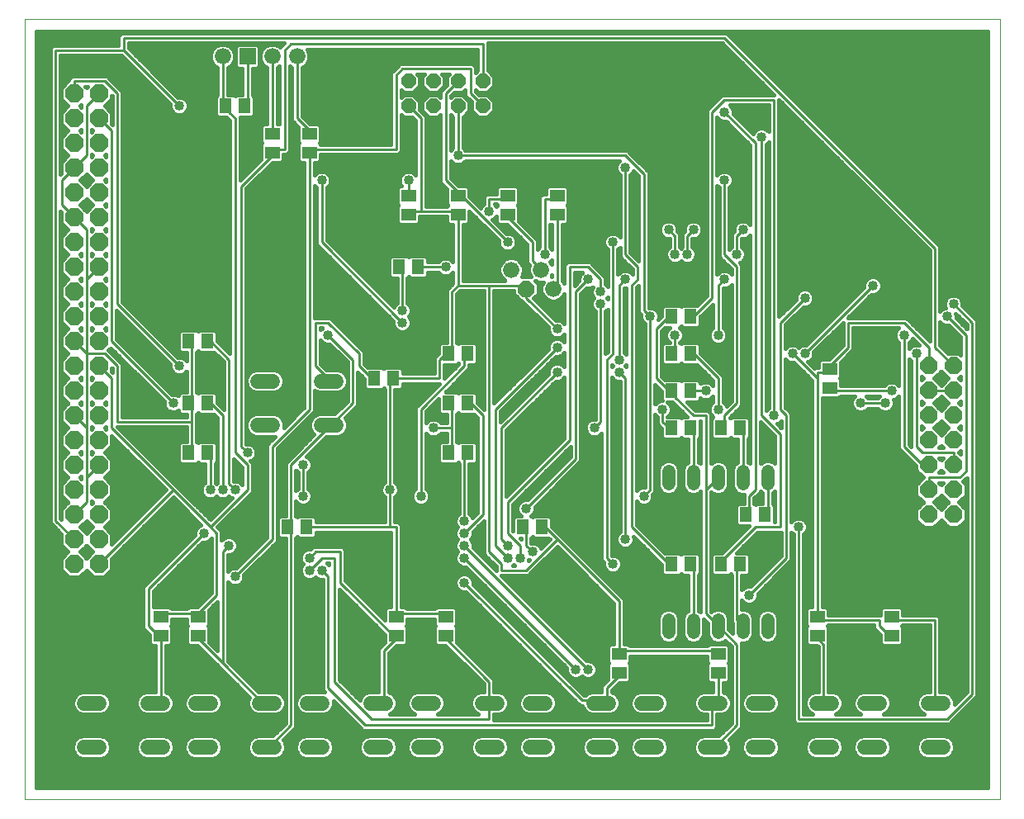
<source format=gbl>
G75*
%MOIN*%
%OFA0B0*%
%FSLAX25Y25*%
%IPPOS*%
%LPD*%
%AMOC8*
5,1,8,0,0,1.08239X$1,22.5*
%
%ADD10C,0.00000*%
%ADD11R,0.05118X0.05906*%
%ADD12R,0.05906X0.05118*%
%ADD13OC8,0.07000*%
%ADD14OC8,0.07400*%
%ADD15C,0.06000*%
%ADD16OC8,0.06000*%
%ADD17C,0.06600*%
%ADD18R,0.06600X0.06600*%
%ADD19OC8,0.06600*%
%ADD20C,0.05200*%
%ADD21C,0.01000*%
%ADD22C,0.04000*%
%ADD23C,0.01600*%
D10*
X0001800Y0001800D02*
X0001800Y0316761D01*
X0395501Y0316761D01*
X0395501Y0001800D01*
X0001800Y0001800D01*
D11*
X0108060Y0111800D03*
X0115540Y0111800D03*
X0075540Y0141800D03*
X0068060Y0141800D03*
X0068060Y0161800D03*
X0075540Y0161800D03*
X0075540Y0186800D03*
X0068060Y0186800D03*
X0143060Y0171800D03*
X0150540Y0171800D03*
X0173060Y0161800D03*
X0180540Y0161800D03*
X0180540Y0141800D03*
X0173060Y0141800D03*
X0203060Y0111800D03*
X0210540Y0111800D03*
X0263060Y0096800D03*
X0270540Y0096800D03*
X0283060Y0096800D03*
X0290540Y0096800D03*
X0293060Y0116800D03*
X0300540Y0116800D03*
X0290540Y0151800D03*
X0283060Y0151800D03*
X0270540Y0151800D03*
X0263060Y0151800D03*
X0263060Y0166800D03*
X0270540Y0166800D03*
X0270540Y0181800D03*
X0263060Y0181800D03*
X0263060Y0196800D03*
X0270540Y0196800D03*
X0180540Y0181800D03*
X0173060Y0181800D03*
X0160540Y0216800D03*
X0153060Y0216800D03*
X0090540Y0281800D03*
X0083060Y0281800D03*
D12*
X0101800Y0270540D03*
X0101800Y0263060D03*
X0116800Y0263060D03*
X0116800Y0270540D03*
X0156800Y0245540D03*
X0156800Y0238060D03*
X0176800Y0238060D03*
X0176800Y0245540D03*
X0196800Y0245540D03*
X0196800Y0238060D03*
X0216800Y0238060D03*
X0216800Y0245540D03*
X0326800Y0175540D03*
X0326800Y0168060D03*
X0321800Y0075540D03*
X0321800Y0068060D03*
X0351800Y0068060D03*
X0351800Y0075540D03*
X0281800Y0060540D03*
X0281800Y0053060D03*
X0241800Y0053060D03*
X0241800Y0060540D03*
X0171800Y0068060D03*
X0171800Y0075540D03*
X0151800Y0075540D03*
X0151800Y0068060D03*
X0071800Y0068060D03*
X0071800Y0075540D03*
X0056800Y0075540D03*
X0056800Y0068060D03*
D13*
X0366800Y0116800D03*
X0376800Y0116800D03*
X0376800Y0126800D03*
X0366800Y0126800D03*
X0366800Y0136800D03*
X0376800Y0136800D03*
X0376800Y0146800D03*
X0366800Y0146800D03*
X0366800Y0156800D03*
X0376800Y0156800D03*
X0376800Y0166800D03*
X0366800Y0166800D03*
X0366800Y0176800D03*
X0376800Y0176800D03*
D14*
X0031800Y0176800D03*
X0021800Y0176800D03*
X0021800Y0166800D03*
X0031800Y0166800D03*
X0031800Y0156800D03*
X0021800Y0156800D03*
X0021800Y0146800D03*
X0031800Y0146800D03*
X0031800Y0136800D03*
X0021800Y0136800D03*
X0021800Y0126800D03*
X0031800Y0126800D03*
X0031800Y0116800D03*
X0021800Y0116800D03*
X0021800Y0106800D03*
X0031800Y0106800D03*
X0031800Y0096800D03*
X0021800Y0096800D03*
X0021800Y0186800D03*
X0031800Y0186800D03*
X0031800Y0196800D03*
X0021800Y0196800D03*
X0021800Y0206800D03*
X0031800Y0206800D03*
X0031800Y0216800D03*
X0021800Y0216800D03*
X0021800Y0226800D03*
X0031800Y0226800D03*
X0031800Y0236800D03*
X0021800Y0236800D03*
X0021800Y0246800D03*
X0031800Y0246800D03*
X0031800Y0256800D03*
X0021800Y0256800D03*
X0021800Y0266800D03*
X0031800Y0266800D03*
X0031800Y0276800D03*
X0021800Y0276800D03*
X0021800Y0286800D03*
X0031800Y0286800D03*
D15*
X0096000Y0170700D02*
X0102000Y0170700D01*
X0121600Y0170700D02*
X0127600Y0170700D01*
X0127600Y0152900D02*
X0121600Y0152900D01*
X0102000Y0152900D02*
X0096000Y0152900D01*
X0096600Y0040700D02*
X0102600Y0040700D01*
X0116000Y0040700D02*
X0122000Y0040700D01*
X0122000Y0022900D02*
X0116000Y0022900D01*
X0102600Y0022900D02*
X0096600Y0022900D01*
X0077000Y0022900D02*
X0071000Y0022900D01*
X0057600Y0022900D02*
X0051600Y0022900D01*
X0032000Y0022900D02*
X0026000Y0022900D01*
X0026000Y0040700D02*
X0032000Y0040700D01*
X0051600Y0040700D02*
X0057600Y0040700D01*
X0071000Y0040700D02*
X0077000Y0040700D01*
X0141600Y0040700D02*
X0147600Y0040700D01*
X0161000Y0040700D02*
X0167000Y0040700D01*
X0167000Y0022900D02*
X0161000Y0022900D01*
X0147600Y0022900D02*
X0141600Y0022900D01*
X0186600Y0022900D02*
X0192600Y0022900D01*
X0206000Y0022900D02*
X0212000Y0022900D01*
X0212000Y0040700D02*
X0206000Y0040700D01*
X0192600Y0040700D02*
X0186600Y0040700D01*
X0231600Y0040700D02*
X0237600Y0040700D01*
X0251000Y0040700D02*
X0257000Y0040700D01*
X0257000Y0022900D02*
X0251000Y0022900D01*
X0237600Y0022900D02*
X0231600Y0022900D01*
X0276600Y0022900D02*
X0282600Y0022900D01*
X0296000Y0022900D02*
X0302000Y0022900D01*
X0302000Y0040700D02*
X0296000Y0040700D01*
X0282600Y0040700D02*
X0276600Y0040700D01*
X0321600Y0040700D02*
X0327600Y0040700D01*
X0341000Y0040700D02*
X0347000Y0040700D01*
X0366600Y0040700D02*
X0372600Y0040700D01*
X0372600Y0022900D02*
X0366600Y0022900D01*
X0347000Y0022900D02*
X0341000Y0022900D01*
X0327600Y0022900D02*
X0321600Y0022900D01*
D16*
X0186800Y0281800D03*
X0176800Y0281800D03*
X0176800Y0291800D03*
X0186800Y0291800D03*
X0166800Y0291800D03*
X0156800Y0291800D03*
X0156800Y0281800D03*
X0166800Y0281800D03*
D17*
X0111800Y0301800D03*
X0101800Y0301800D03*
X0081800Y0301800D03*
X0198300Y0215613D03*
X0210300Y0215613D03*
X0215300Y0207987D03*
D18*
X0091800Y0301800D03*
D19*
X0204300Y0207987D03*
D20*
X0261800Y0134400D02*
X0261800Y0129200D01*
X0271800Y0129200D02*
X0271800Y0134400D01*
X0281800Y0134400D02*
X0281800Y0129200D01*
X0291800Y0129200D02*
X0291800Y0134400D01*
X0301800Y0134400D02*
X0301800Y0129200D01*
X0301800Y0074400D02*
X0301800Y0069200D01*
X0291800Y0069200D02*
X0291800Y0074400D01*
X0281800Y0074400D02*
X0281800Y0069200D01*
X0271800Y0069200D02*
X0271800Y0074400D01*
X0261800Y0074400D02*
X0261800Y0069200D01*
D21*
X0271800Y0071800D02*
X0271800Y0096800D01*
X0270540Y0096800D01*
X0263060Y0096800D02*
X0261800Y0096800D01*
X0246800Y0111800D01*
X0246800Y0209300D01*
X0249300Y0211800D01*
X0249300Y0216800D01*
X0244300Y0221800D01*
X0244300Y0256800D01*
X0244300Y0261800D02*
X0176800Y0261800D01*
X0176800Y0281800D01*
X0171800Y0286800D02*
X0176800Y0291800D01*
X0171800Y0286800D02*
X0171800Y0251800D01*
X0176800Y0246800D01*
X0176800Y0245540D01*
X0176800Y0246800D02*
X0196800Y0226800D01*
X0206800Y0226800D02*
X0206800Y0219300D01*
X0209300Y0216800D01*
X0210300Y0215613D01*
X0211800Y0221800D02*
X0211800Y0244300D01*
X0216800Y0244300D01*
X0216800Y0245540D01*
X0216800Y0238060D02*
X0216800Y0209300D01*
X0215300Y0207987D01*
X0224300Y0206800D02*
X0224300Y0139300D01*
X0204300Y0119300D01*
X0204300Y0111800D02*
X0203060Y0111800D01*
X0204300Y0111800D02*
X0204300Y0104300D01*
X0206800Y0101800D01*
X0201800Y0099300D02*
X0201800Y0104300D01*
X0196800Y0109300D01*
X0196800Y0121800D01*
X0221800Y0146800D01*
X0221800Y0216800D01*
X0229300Y0216800D01*
X0234300Y0211800D01*
X0234300Y0206800D01*
X0234300Y0201800D02*
X0234300Y0154300D01*
X0231800Y0151800D01*
X0244300Y0171800D02*
X0244300Y0106800D01*
X0236800Y0099300D02*
X0239300Y0096800D01*
X0236800Y0099300D02*
X0236800Y0179300D01*
X0239300Y0181800D01*
X0239300Y0226800D01*
X0244300Y0211800D02*
X0241800Y0209300D01*
X0241800Y0179300D01*
X0241800Y0174300D02*
X0244300Y0171800D01*
X0256800Y0171800D02*
X0256800Y0191800D01*
X0261800Y0196800D01*
X0263060Y0196800D01*
X0270540Y0196800D02*
X0271800Y0196800D01*
X0279300Y0204300D01*
X0279300Y0279300D01*
X0284300Y0284300D01*
X0304300Y0284300D01*
X0304300Y0156800D01*
X0306800Y0159300D02*
X0309300Y0156800D01*
X0309300Y0099300D01*
X0294300Y0084300D01*
X0289300Y0074300D02*
X0291800Y0071800D01*
X0289300Y0074300D02*
X0289300Y0096800D01*
X0290540Y0096800D01*
X0284300Y0096800D02*
X0284300Y0099300D01*
X0296800Y0111800D01*
X0306800Y0111800D01*
X0306800Y0149300D01*
X0299300Y0156800D01*
X0299300Y0269300D01*
X0296800Y0266800D02*
X0284300Y0279300D01*
X0296800Y0266800D02*
X0296800Y0126800D01*
X0294300Y0124300D01*
X0294300Y0116800D01*
X0293060Y0116800D01*
X0300540Y0116800D02*
X0301800Y0116800D01*
X0301800Y0131800D01*
X0291800Y0131800D02*
X0291800Y0151800D01*
X0290540Y0151800D01*
X0284300Y0151800D02*
X0283060Y0151800D01*
X0284300Y0151800D02*
X0284300Y0156800D01*
X0289300Y0161800D01*
X0289300Y0216800D01*
X0284300Y0221800D01*
X0284300Y0251800D01*
X0291800Y0231800D02*
X0289300Y0229300D01*
X0289300Y0221800D01*
X0284300Y0211800D02*
X0281800Y0209300D01*
X0281800Y0189300D01*
X0271800Y0181800D02*
X0270540Y0181800D01*
X0271800Y0181800D02*
X0281800Y0171800D01*
X0281800Y0159300D01*
X0276800Y0156800D02*
X0276800Y0126800D01*
X0276800Y0076800D01*
X0281800Y0071800D01*
X0289300Y0064300D01*
X0289300Y0031800D01*
X0281800Y0024300D01*
X0279600Y0022900D01*
X0279300Y0031800D02*
X0279300Y0039300D01*
X0279600Y0040700D01*
X0281800Y0041800D01*
X0281800Y0053060D01*
X0281800Y0060540D02*
X0281800Y0061800D01*
X0241800Y0061800D01*
X0241800Y0060540D01*
X0241800Y0061800D02*
X0241800Y0081800D01*
X0216800Y0106800D01*
X0204300Y0094300D01*
X0194300Y0094300D01*
X0194300Y0096800D01*
X0189300Y0101800D01*
X0189300Y0209300D01*
X0204300Y0209300D01*
X0204300Y0207987D01*
X0204300Y0204300D01*
X0216800Y0191800D01*
X0216800Y0184300D02*
X0191800Y0159300D01*
X0191800Y0104300D01*
X0196800Y0099300D01*
X0196800Y0104300D02*
X0194300Y0106800D01*
X0194300Y0151800D01*
X0216800Y0174300D01*
X0186800Y0156800D02*
X0186800Y0116800D01*
X0179300Y0109300D01*
X0179300Y0114300D02*
X0179300Y0141800D01*
X0180540Y0141800D01*
X0174300Y0141800D02*
X0173060Y0141800D01*
X0174300Y0141800D02*
X0174300Y0151800D01*
X0166800Y0151800D01*
X0174300Y0151800D02*
X0174300Y0161800D01*
X0173060Y0161800D01*
X0180540Y0161800D02*
X0181800Y0161800D01*
X0186800Y0156800D01*
X0169300Y0171800D02*
X0169300Y0179300D01*
X0171800Y0181800D01*
X0173060Y0181800D01*
X0174300Y0181800D01*
X0174300Y0206800D01*
X0176800Y0209300D01*
X0176800Y0238060D01*
X0176800Y0239300D01*
X0161800Y0239300D01*
X0161800Y0276800D01*
X0156800Y0281800D01*
X0151800Y0294300D02*
X0154300Y0296800D01*
X0181800Y0296800D01*
X0181800Y0286800D01*
X0186800Y0281800D01*
X0186800Y0291800D02*
X0186800Y0306800D01*
X0109300Y0306800D01*
X0106800Y0304300D01*
X0106800Y0264300D01*
X0101800Y0264300D01*
X0101800Y0263060D01*
X0101800Y0261800D01*
X0089300Y0249300D01*
X0089300Y0144300D01*
X0091800Y0141800D01*
X0086800Y0141800D02*
X0091800Y0136800D01*
X0091800Y0126800D01*
X0076800Y0111800D01*
X0079300Y0109300D01*
X0079300Y0084300D01*
X0071800Y0076800D01*
X0071800Y0075540D01*
X0071800Y0076800D02*
X0056800Y0076800D01*
X0056800Y0075540D01*
X0051800Y0071800D02*
X0056800Y0066800D01*
X0056800Y0068060D01*
X0056800Y0066800D02*
X0056800Y0041800D01*
X0054600Y0040700D01*
X0071800Y0066800D02*
X0081800Y0056800D01*
X0081800Y0101800D01*
X0084300Y0104300D01*
X0076800Y0111800D02*
X0061800Y0126800D01*
X0031800Y0096800D01*
X0021800Y0106800D02*
X0014300Y0114300D01*
X0014300Y0304300D01*
X0041800Y0304300D01*
X0041800Y0309300D01*
X0284300Y0309300D01*
X0369300Y0224300D01*
X0369300Y0184300D01*
X0376800Y0176800D01*
X0366800Y0176800D02*
X0366800Y0184300D01*
X0356800Y0194300D01*
X0334300Y0194300D01*
X0334300Y0184300D01*
X0326800Y0176800D01*
X0326800Y0175540D01*
X0326800Y0174300D01*
X0321800Y0174300D01*
X0321800Y0171800D01*
X0311800Y0181800D01*
X0316800Y0181800D02*
X0344300Y0209300D01*
X0356800Y0189300D02*
X0356800Y0144300D01*
X0364300Y0136800D01*
X0366800Y0136800D01*
X0366800Y0131800D02*
X0366800Y0126800D01*
X0366800Y0131800D02*
X0379300Y0131800D01*
X0381800Y0134300D01*
X0381800Y0189300D01*
X0374300Y0196800D01*
X0376800Y0201800D02*
X0384300Y0194300D01*
X0384300Y0044300D01*
X0374300Y0034300D01*
X0314300Y0034300D01*
X0314300Y0111800D01*
X0284300Y0096800D02*
X0283060Y0096800D01*
X0276800Y0126800D02*
X0281800Y0131800D01*
X0271800Y0131800D02*
X0271800Y0151800D01*
X0270540Y0151800D01*
X0271800Y0156800D02*
X0276800Y0156800D01*
X0271800Y0156800D02*
X0264300Y0164300D01*
X0264300Y0166800D01*
X0263060Y0166800D01*
X0261800Y0166800D01*
X0256800Y0171800D01*
X0259300Y0159300D02*
X0259300Y0154300D01*
X0261800Y0151800D01*
X0263060Y0151800D01*
X0270540Y0166800D02*
X0276800Y0166800D01*
X0264300Y0181800D02*
X0263060Y0181800D01*
X0264300Y0181800D02*
X0264300Y0189300D01*
X0254300Y0196800D02*
X0251800Y0199300D01*
X0251800Y0254300D01*
X0244300Y0261800D01*
X0261800Y0231800D02*
X0264300Y0229300D01*
X0264300Y0221800D01*
X0269300Y0221800D02*
X0269300Y0229300D01*
X0271800Y0231800D01*
X0254300Y0196800D02*
X0254300Y0126800D01*
X0251800Y0124300D01*
X0216800Y0106800D02*
X0211800Y0111800D01*
X0210540Y0111800D01*
X0179300Y0104300D02*
X0229300Y0054300D01*
X0224300Y0054300D02*
X0179300Y0099300D01*
X0179300Y0089300D02*
X0226800Y0041800D01*
X0234300Y0041800D01*
X0234600Y0040700D01*
X0236800Y0041800D01*
X0236800Y0046800D01*
X0241800Y0051800D01*
X0241800Y0053060D01*
X0279300Y0031800D02*
X0139300Y0031800D01*
X0124300Y0046800D01*
X0124300Y0091800D01*
X0121800Y0094300D01*
X0121800Y0099300D02*
X0116800Y0094300D01*
X0116800Y0099300D02*
X0119300Y0101800D01*
X0129300Y0101800D01*
X0129300Y0089300D01*
X0151800Y0066800D01*
X0151800Y0068060D01*
X0151800Y0066800D02*
X0146800Y0061800D01*
X0146800Y0041800D01*
X0144600Y0040700D01*
X0141800Y0034300D02*
X0189300Y0034300D01*
X0189300Y0039300D01*
X0189600Y0040700D01*
X0189300Y0041800D01*
X0189300Y0049300D01*
X0171800Y0066800D01*
X0171800Y0068060D01*
X0171800Y0075540D02*
X0171800Y0076800D01*
X0151800Y0076800D01*
X0151800Y0075540D01*
X0151800Y0076800D02*
X0151800Y0111800D01*
X0149300Y0111800D01*
X0149300Y0126800D01*
X0149300Y0171800D01*
X0150540Y0171800D01*
X0169300Y0171800D01*
X0179300Y0176800D02*
X0161800Y0159300D01*
X0161800Y0124300D01*
X0149300Y0111800D02*
X0115540Y0111800D01*
X0109300Y0111800D02*
X0108060Y0111800D01*
X0109300Y0111800D02*
X0109300Y0031800D01*
X0101800Y0024300D01*
X0099600Y0022900D01*
X0099300Y0039300D02*
X0099600Y0040700D01*
X0099300Y0039300D02*
X0081800Y0056800D01*
X0071800Y0066800D02*
X0071800Y0068060D01*
X0051800Y0071800D02*
X0051800Y0086800D01*
X0074300Y0109300D01*
X0076800Y0126800D02*
X0076800Y0141800D01*
X0075540Y0141800D01*
X0069300Y0141800D02*
X0068060Y0141800D01*
X0069300Y0141800D02*
X0069300Y0154300D01*
X0039300Y0154300D01*
X0039300Y0176800D01*
X0034300Y0181800D01*
X0026800Y0181800D01*
X0026800Y0211800D01*
X0026800Y0231800D01*
X0021800Y0236800D01*
X0016800Y0241800D01*
X0016800Y0251800D01*
X0021800Y0256800D01*
X0026800Y0261800D01*
X0026800Y0281800D01*
X0031800Y0286800D01*
X0034300Y0291800D02*
X0021800Y0291800D01*
X0021800Y0286800D01*
X0034300Y0291800D02*
X0039300Y0286800D01*
X0039300Y0201800D01*
X0064300Y0176800D01*
X0068060Y0186800D02*
X0069300Y0186800D01*
X0069300Y0161800D01*
X0068060Y0161800D01*
X0069300Y0161800D02*
X0069300Y0154300D01*
X0075540Y0161800D02*
X0076800Y0161800D01*
X0081800Y0156800D01*
X0081800Y0126800D01*
X0084300Y0129300D02*
X0086800Y0126800D01*
X0084300Y0129300D02*
X0084300Y0179300D01*
X0076800Y0186800D01*
X0075540Y0186800D01*
X0061800Y0161800D02*
X0036800Y0186800D01*
X0036800Y0271800D01*
X0031800Y0276800D01*
X0041800Y0304300D02*
X0064300Y0281800D01*
X0081800Y0281800D02*
X0083060Y0281800D01*
X0084300Y0281800D01*
X0084300Y0279300D01*
X0086800Y0276800D01*
X0086800Y0141800D01*
X0101800Y0144300D02*
X0116800Y0159300D01*
X0116800Y0263060D01*
X0116800Y0264300D01*
X0151800Y0264300D01*
X0151800Y0294300D01*
X0116800Y0271800D02*
X0116800Y0270540D01*
X0116800Y0271800D02*
X0111800Y0276800D01*
X0111800Y0301800D01*
X0101800Y0301800D02*
X0101800Y0270540D01*
X0091800Y0281800D02*
X0090540Y0281800D01*
X0091800Y0281800D02*
X0091800Y0301800D01*
X0081800Y0301800D02*
X0081800Y0281800D01*
X0121800Y0251800D02*
X0121800Y0226800D01*
X0154300Y0194300D01*
X0154300Y0199300D02*
X0154300Y0216800D01*
X0153060Y0216800D01*
X0160540Y0216800D02*
X0171800Y0216800D01*
X0176800Y0209300D02*
X0189300Y0209300D01*
X0206800Y0226800D02*
X0196800Y0236800D01*
X0196800Y0238060D01*
X0196800Y0244300D02*
X0189300Y0244300D01*
X0189300Y0239300D01*
X0196800Y0244300D02*
X0196800Y0245540D01*
X0161800Y0239300D02*
X0156800Y0239300D01*
X0156800Y0238060D01*
X0156800Y0245540D02*
X0156800Y0251800D01*
X0224300Y0206800D02*
X0229300Y0211800D01*
X0180540Y0181800D02*
X0179300Y0181800D01*
X0179300Y0176800D01*
X0143060Y0171800D02*
X0141800Y0171800D01*
X0136800Y0176800D01*
X0136800Y0181800D01*
X0124300Y0194300D01*
X0119300Y0194300D01*
X0119300Y0176800D01*
X0124300Y0171800D01*
X0124600Y0170700D01*
X0134300Y0179300D02*
X0134300Y0161800D01*
X0126800Y0154300D01*
X0124600Y0152900D01*
X0124300Y0151800D01*
X0109300Y0136800D01*
X0109300Y0111800D01*
X0101800Y0106800D02*
X0101800Y0144300D01*
X0114300Y0136800D02*
X0114300Y0124300D01*
X0101800Y0106800D02*
X0086800Y0091800D01*
X0121800Y0099300D02*
X0126800Y0099300D01*
X0126800Y0049300D01*
X0141800Y0034300D01*
X0061800Y0126800D02*
X0036800Y0151800D01*
X0036800Y0171800D01*
X0031800Y0176800D01*
X0026800Y0181800D02*
X0026800Y0151800D01*
X0026800Y0131800D01*
X0031800Y0136800D01*
X0026800Y0131800D02*
X0026800Y0121800D01*
X0021800Y0116800D01*
X0026800Y0151800D02*
X0021800Y0156800D01*
X0026800Y0181800D02*
X0021800Y0186800D01*
X0026800Y0211800D02*
X0031800Y0216800D01*
X0124300Y0189300D02*
X0134300Y0179300D01*
X0306800Y0194300D02*
X0306800Y0159300D01*
X0321800Y0171800D02*
X0321800Y0075540D01*
X0321800Y0074300D01*
X0346800Y0074300D01*
X0346800Y0071800D01*
X0351800Y0066800D01*
X0351800Y0068060D01*
X0351800Y0074300D02*
X0351800Y0075540D01*
X0351800Y0074300D02*
X0369300Y0074300D01*
X0369300Y0041800D01*
X0369600Y0040700D01*
X0324600Y0040700D02*
X0324300Y0041800D01*
X0324300Y0064300D01*
X0321800Y0066800D01*
X0321800Y0068060D01*
X0376800Y0136800D02*
X0376800Y0141800D01*
X0364300Y0141800D01*
X0361800Y0144300D01*
X0361800Y0181800D01*
X0366800Y0166800D02*
X0376800Y0166800D01*
X0351800Y0166800D02*
X0326800Y0166800D01*
X0326800Y0168060D01*
X0339300Y0161800D02*
X0349300Y0161800D01*
X0306800Y0194300D02*
X0316800Y0204300D01*
D22*
X0316800Y0204300D03*
X0316800Y0181800D03*
X0311800Y0181800D03*
X0339300Y0161800D03*
X0349300Y0161800D03*
X0351800Y0166800D03*
X0361800Y0181800D03*
X0356800Y0189300D03*
X0374300Y0196800D03*
X0376800Y0201800D03*
X0344300Y0209300D03*
X0291800Y0231800D03*
X0289300Y0221800D03*
X0284300Y0211800D03*
X0269300Y0221800D03*
X0264300Y0221800D03*
X0261800Y0231800D03*
X0271800Y0231800D03*
X0284300Y0251800D03*
X0299300Y0269300D03*
X0284300Y0279300D03*
X0244300Y0256800D03*
X0239300Y0226800D03*
X0244300Y0211800D03*
X0234300Y0206800D03*
X0234300Y0201800D03*
X0229300Y0211800D03*
X0211800Y0221800D03*
X0196800Y0226800D03*
X0189300Y0239300D03*
X0176800Y0261800D03*
X0156800Y0251800D03*
X0121800Y0251800D03*
X0171800Y0216800D03*
X0154300Y0199300D03*
X0154300Y0194300D03*
X0124300Y0189300D03*
X0166800Y0151800D03*
X0161800Y0124300D03*
X0149300Y0126800D03*
X0179300Y0114300D03*
X0179300Y0109300D03*
X0179300Y0104300D03*
X0179300Y0099300D03*
X0179300Y0089300D03*
X0196800Y0099300D03*
X0196800Y0104300D03*
X0201800Y0099300D03*
X0206800Y0101800D03*
X0204300Y0119300D03*
X0239300Y0096800D03*
X0244300Y0106800D03*
X0251800Y0124300D03*
X0231800Y0151800D03*
X0241800Y0174300D03*
X0241800Y0179300D03*
X0254300Y0196800D03*
X0264300Y0189300D03*
X0281800Y0189300D03*
X0276800Y0166800D03*
X0281800Y0159300D03*
X0259300Y0159300D03*
X0304300Y0156800D03*
X0314300Y0111800D03*
X0294300Y0084300D03*
X0229300Y0054300D03*
X0224300Y0054300D03*
X0121800Y0094300D03*
X0116800Y0094300D03*
X0116800Y0099300D03*
X0114300Y0124300D03*
X0114300Y0136800D03*
X0091800Y0141800D03*
X0086800Y0126800D03*
X0081800Y0126800D03*
X0076800Y0126800D03*
X0074300Y0109300D03*
X0084300Y0104300D03*
X0086800Y0091800D03*
X0061800Y0161800D03*
X0064300Y0176800D03*
X0064300Y0281800D03*
X0216800Y0191800D03*
X0216800Y0184300D03*
X0216800Y0174300D03*
D23*
X0215447Y0177636D02*
X0213106Y0177636D01*
X0213748Y0176339D02*
X0213200Y0175016D01*
X0213200Y0173670D01*
X0193900Y0154370D01*
X0193900Y0158430D01*
X0216170Y0180700D01*
X0217516Y0180700D01*
X0218839Y0181248D01*
X0219700Y0182109D01*
X0219700Y0176491D01*
X0218839Y0177352D01*
X0217516Y0177900D01*
X0216084Y0177900D01*
X0214761Y0177352D01*
X0213748Y0176339D01*
X0213623Y0176038D02*
X0211508Y0176038D01*
X0209909Y0174439D02*
X0213200Y0174439D01*
X0212371Y0172841D02*
X0208311Y0172841D01*
X0206712Y0171242D02*
X0210772Y0171242D01*
X0209174Y0169644D02*
X0205114Y0169644D01*
X0203515Y0168045D02*
X0207575Y0168045D01*
X0205977Y0166447D02*
X0201916Y0166447D01*
X0200318Y0164848D02*
X0204378Y0164848D01*
X0202780Y0163250D02*
X0198719Y0163250D01*
X0197121Y0161651D02*
X0201181Y0161651D01*
X0199583Y0160053D02*
X0195522Y0160053D01*
X0193924Y0158454D02*
X0197984Y0158454D01*
X0196386Y0156856D02*
X0193900Y0156856D01*
X0193900Y0155257D02*
X0194787Y0155257D01*
X0197530Y0152060D02*
X0219700Y0152060D01*
X0219700Y0150462D02*
X0196400Y0150462D01*
X0196400Y0150930D02*
X0196400Y0124370D01*
X0219700Y0147670D01*
X0219700Y0172109D01*
X0218839Y0171248D01*
X0217516Y0170700D01*
X0216170Y0170700D01*
X0196400Y0150930D01*
X0196400Y0148863D02*
X0219700Y0148863D01*
X0219295Y0147265D02*
X0196400Y0147265D01*
X0196400Y0145666D02*
X0217696Y0145666D01*
X0216098Y0144068D02*
X0196400Y0144068D01*
X0196400Y0142469D02*
X0214499Y0142469D01*
X0212901Y0140870D02*
X0196400Y0140870D01*
X0196400Y0139272D02*
X0211302Y0139272D01*
X0209704Y0137673D02*
X0196400Y0137673D01*
X0196400Y0136075D02*
X0208105Y0136075D01*
X0206507Y0134476D02*
X0196400Y0134476D01*
X0196400Y0132878D02*
X0204908Y0132878D01*
X0203310Y0131279D02*
X0196400Y0131279D01*
X0196400Y0129681D02*
X0201711Y0129681D01*
X0200113Y0128082D02*
X0196400Y0128082D01*
X0196400Y0126484D02*
X0198514Y0126484D01*
X0196916Y0124885D02*
X0196400Y0124885D01*
X0199658Y0121688D02*
X0201597Y0121688D01*
X0201248Y0121339D02*
X0200700Y0120016D01*
X0200700Y0118584D01*
X0201248Y0117261D01*
X0202156Y0116353D01*
X0199838Y0116353D01*
X0198901Y0115415D01*
X0198901Y0110169D01*
X0198900Y0110170D01*
X0198900Y0120930D01*
X0222200Y0144230D01*
X0222200Y0140170D01*
X0204930Y0122900D01*
X0203584Y0122900D01*
X0202261Y0122352D01*
X0201248Y0121339D01*
X0200731Y0120090D02*
X0198900Y0120090D01*
X0198900Y0118491D02*
X0200738Y0118491D01*
X0201616Y0116893D02*
X0198900Y0116893D01*
X0198900Y0115294D02*
X0198901Y0115294D01*
X0198900Y0113696D02*
X0198901Y0113696D01*
X0198900Y0112097D02*
X0198901Y0112097D01*
X0198900Y0110499D02*
X0198901Y0110499D01*
X0201823Y0107247D02*
X0202200Y0107247D01*
X0202200Y0106870D01*
X0201823Y0107247D01*
X0206400Y0107302D02*
X0207264Y0107302D01*
X0207318Y0107247D02*
X0206800Y0107766D01*
X0206400Y0107366D01*
X0206400Y0105400D01*
X0207516Y0105400D01*
X0208839Y0104852D01*
X0209852Y0103839D01*
X0210150Y0103120D01*
X0213830Y0106800D01*
X0213383Y0107247D01*
X0207318Y0107247D01*
X0206400Y0105703D02*
X0212733Y0105703D01*
X0211135Y0104105D02*
X0209586Y0104105D01*
X0213878Y0100908D02*
X0219722Y0100908D01*
X0218124Y0102506D02*
X0215476Y0102506D01*
X0216800Y0103830D02*
X0239700Y0080930D01*
X0239700Y0064699D01*
X0238184Y0064699D01*
X0237247Y0063762D01*
X0237247Y0057318D01*
X0237766Y0056800D01*
X0237247Y0056282D01*
X0237247Y0050217D01*
X0235930Y0048900D01*
X0234700Y0047670D01*
X0234700Y0045300D01*
X0230685Y0045300D01*
X0228994Y0044600D01*
X0228295Y0043900D01*
X0227670Y0043900D01*
X0182900Y0088670D01*
X0182900Y0090016D01*
X0182352Y0091339D01*
X0181339Y0092352D01*
X0180016Y0092900D01*
X0178584Y0092900D01*
X0177261Y0092352D01*
X0176248Y0091339D01*
X0175700Y0090016D01*
X0175700Y0088584D01*
X0176248Y0087261D01*
X0177261Y0086248D01*
X0178584Y0085700D01*
X0179930Y0085700D01*
X0224700Y0040930D01*
X0225930Y0039700D01*
X0227035Y0039700D01*
X0227700Y0038094D01*
X0228994Y0036800D01*
X0230685Y0036100D01*
X0238515Y0036100D01*
X0240206Y0036800D01*
X0241500Y0038094D01*
X0242200Y0039785D01*
X0242200Y0041615D01*
X0241500Y0043306D01*
X0240206Y0044600D01*
X0238900Y0045141D01*
X0238900Y0045930D01*
X0241871Y0048901D01*
X0245415Y0048901D01*
X0246353Y0049838D01*
X0246353Y0056282D01*
X0245834Y0056800D01*
X0246353Y0057318D01*
X0246353Y0059700D01*
X0277247Y0059700D01*
X0277247Y0057318D01*
X0277766Y0056800D01*
X0277247Y0056282D01*
X0277247Y0049838D01*
X0278184Y0048901D01*
X0279700Y0048901D01*
X0279700Y0045300D01*
X0275685Y0045300D01*
X0273994Y0044600D01*
X0272700Y0043306D01*
X0272000Y0041615D01*
X0272000Y0039785D01*
X0272700Y0038094D01*
X0273994Y0036800D01*
X0275685Y0036100D01*
X0277200Y0036100D01*
X0277200Y0033900D01*
X0191400Y0033900D01*
X0191400Y0036100D01*
X0193515Y0036100D01*
X0195206Y0036800D01*
X0196500Y0038094D01*
X0197200Y0039785D01*
X0197200Y0041615D01*
X0196500Y0043306D01*
X0195206Y0044600D01*
X0193515Y0045300D01*
X0191400Y0045300D01*
X0191400Y0050170D01*
X0190170Y0051400D01*
X0176353Y0065217D01*
X0176353Y0071282D01*
X0175834Y0071800D01*
X0176353Y0072318D01*
X0176353Y0078762D01*
X0175415Y0079699D01*
X0168184Y0079699D01*
X0167385Y0078900D01*
X0156215Y0078900D01*
X0155415Y0079699D01*
X0153900Y0079699D01*
X0153900Y0112670D01*
X0152670Y0113900D01*
X0151400Y0113900D01*
X0151400Y0123809D01*
X0152352Y0124761D01*
X0152900Y0126084D01*
X0152900Y0127516D01*
X0152352Y0128839D01*
X0151400Y0129791D01*
X0151400Y0167247D01*
X0153762Y0167247D01*
X0154699Y0168184D01*
X0154699Y0169700D01*
X0169230Y0169700D01*
X0160930Y0161400D01*
X0159700Y0160170D01*
X0159700Y0127291D01*
X0158748Y0126339D01*
X0158200Y0125016D01*
X0158200Y0123584D01*
X0158748Y0122261D01*
X0159761Y0121248D01*
X0161084Y0120700D01*
X0162516Y0120700D01*
X0163839Y0121248D01*
X0164852Y0122261D01*
X0165400Y0123584D01*
X0165400Y0125016D01*
X0164852Y0126339D01*
X0163900Y0127291D01*
X0163900Y0149609D01*
X0164761Y0148748D01*
X0166084Y0148200D01*
X0167516Y0148200D01*
X0168839Y0148748D01*
X0169791Y0149700D01*
X0172200Y0149700D01*
X0172200Y0146353D01*
X0169838Y0146353D01*
X0168901Y0145415D01*
X0168901Y0138184D01*
X0169838Y0137247D01*
X0176282Y0137247D01*
X0176800Y0137766D01*
X0177200Y0137366D01*
X0177200Y0117291D01*
X0176248Y0116339D01*
X0175700Y0115016D01*
X0175700Y0113584D01*
X0176248Y0112261D01*
X0176709Y0111800D01*
X0176248Y0111339D01*
X0175700Y0110016D01*
X0175700Y0108584D01*
X0176248Y0107261D01*
X0176709Y0106800D01*
X0176248Y0106339D01*
X0175700Y0105016D01*
X0175700Y0103584D01*
X0176248Y0102261D01*
X0176709Y0101800D01*
X0176248Y0101339D01*
X0175700Y0100016D01*
X0175700Y0098584D01*
X0176248Y0097261D01*
X0177261Y0096248D01*
X0178584Y0095700D01*
X0179930Y0095700D01*
X0220700Y0054930D01*
X0220700Y0053584D01*
X0221248Y0052261D01*
X0222261Y0051248D01*
X0223584Y0050700D01*
X0225016Y0050700D01*
X0226339Y0051248D01*
X0226800Y0051709D01*
X0227261Y0051248D01*
X0228584Y0050700D01*
X0230016Y0050700D01*
X0231339Y0051248D01*
X0232352Y0052261D01*
X0232900Y0053584D01*
X0232900Y0055016D01*
X0232352Y0056339D01*
X0231339Y0057352D01*
X0230016Y0057900D01*
X0228670Y0057900D01*
X0194370Y0092200D01*
X0205170Y0092200D01*
X0206400Y0093430D01*
X0216800Y0103830D01*
X0219268Y0107302D02*
X0234700Y0107302D01*
X0234700Y0108900D02*
X0217670Y0108900D01*
X0217670Y0108900D01*
X0218900Y0107670D01*
X0218900Y0107670D01*
X0242670Y0083900D01*
X0242670Y0083900D01*
X0243900Y0082670D01*
X0243900Y0064699D01*
X0245415Y0064699D01*
X0246215Y0063900D01*
X0277385Y0063900D01*
X0278184Y0064699D01*
X0285415Y0064699D01*
X0286353Y0063762D01*
X0286353Y0057318D01*
X0285834Y0056800D01*
X0286353Y0056282D01*
X0286353Y0049838D01*
X0285415Y0048901D01*
X0283900Y0048901D01*
X0283900Y0045141D01*
X0285206Y0044600D01*
X0286500Y0043306D01*
X0287200Y0041615D01*
X0287200Y0039785D01*
X0286500Y0038094D01*
X0285206Y0036800D01*
X0283515Y0036100D01*
X0281400Y0036100D01*
X0281400Y0030930D01*
X0280170Y0029700D01*
X0138430Y0029700D01*
X0137200Y0030930D01*
X0126600Y0041530D01*
X0126600Y0039785D01*
X0125900Y0038094D01*
X0124606Y0036800D01*
X0122915Y0036100D01*
X0115085Y0036100D01*
X0113394Y0036800D01*
X0112100Y0038094D01*
X0111400Y0039785D01*
X0111400Y0041615D01*
X0112100Y0043306D01*
X0113394Y0044600D01*
X0115085Y0045300D01*
X0122830Y0045300D01*
X0122200Y0045930D01*
X0122200Y0090700D01*
X0121084Y0090700D01*
X0119761Y0091248D01*
X0119300Y0091709D01*
X0118839Y0091248D01*
X0117516Y0090700D01*
X0116084Y0090700D01*
X0114761Y0091248D01*
X0113748Y0092261D01*
X0113200Y0093584D01*
X0113200Y0095016D01*
X0113748Y0096339D01*
X0114209Y0096800D01*
X0113748Y0097261D01*
X0113200Y0098584D01*
X0113200Y0100016D01*
X0113748Y0101339D01*
X0114761Y0102352D01*
X0116084Y0102900D01*
X0117430Y0102900D01*
X0118430Y0103900D01*
X0130170Y0103900D01*
X0131400Y0102670D01*
X0131400Y0090170D01*
X0147247Y0074323D01*
X0147247Y0078762D01*
X0148184Y0079699D01*
X0149700Y0079699D01*
X0149700Y0109700D01*
X0119699Y0109700D01*
X0119699Y0108184D01*
X0118762Y0107247D01*
X0112318Y0107247D01*
X0111800Y0107766D01*
X0111400Y0107366D01*
X0111400Y0030930D01*
X0106238Y0025768D01*
X0106500Y0025506D01*
X0107200Y0023815D01*
X0107200Y0021985D01*
X0106500Y0020294D01*
X0105206Y0019000D01*
X0103515Y0018300D01*
X0095685Y0018300D01*
X0093994Y0019000D01*
X0092700Y0020294D01*
X0092000Y0021985D01*
X0092000Y0023815D01*
X0092700Y0025506D01*
X0093994Y0026800D01*
X0095685Y0027500D01*
X0102030Y0027500D01*
X0107200Y0032670D01*
X0107200Y0107247D01*
X0104838Y0107247D01*
X0103901Y0108184D01*
X0103901Y0115415D01*
X0104838Y0116353D01*
X0107200Y0116353D01*
X0107200Y0137670D01*
X0118762Y0149232D01*
X0117700Y0150294D01*
X0117000Y0151985D01*
X0117000Y0153815D01*
X0117700Y0155506D01*
X0118994Y0156800D01*
X0120685Y0157500D01*
X0127030Y0157500D01*
X0132200Y0162670D01*
X0132200Y0178430D01*
X0124930Y0185700D01*
X0123584Y0185700D01*
X0122261Y0186248D01*
X0121400Y0187109D01*
X0121400Y0177670D01*
X0123770Y0175300D01*
X0128515Y0175300D01*
X0130206Y0174600D01*
X0131500Y0173306D01*
X0132200Y0171615D01*
X0132200Y0169785D01*
X0131500Y0168094D01*
X0130206Y0166800D01*
X0128515Y0166100D01*
X0120685Y0166100D01*
X0118994Y0166800D01*
X0118900Y0166895D01*
X0118900Y0158430D01*
X0117670Y0157200D01*
X0103900Y0143430D01*
X0103900Y0105930D01*
X0102670Y0104700D01*
X0090400Y0092430D01*
X0090400Y0091084D01*
X0089852Y0089761D01*
X0088839Y0088748D01*
X0087516Y0088200D01*
X0086084Y0088200D01*
X0084761Y0088748D01*
X0083900Y0089609D01*
X0083900Y0057670D01*
X0096270Y0045300D01*
X0103515Y0045300D01*
X0105206Y0044600D01*
X0106500Y0043306D01*
X0107200Y0041615D01*
X0107200Y0039785D01*
X0106500Y0038094D01*
X0105206Y0036800D01*
X0103515Y0036100D01*
X0095685Y0036100D01*
X0093994Y0036800D01*
X0092700Y0038094D01*
X0092000Y0039785D01*
X0092000Y0041615D01*
X0092590Y0043040D01*
X0080930Y0054700D01*
X0079700Y0055930D01*
X0071729Y0063901D01*
X0068184Y0063901D01*
X0067247Y0064838D01*
X0067247Y0071282D01*
X0067766Y0071800D01*
X0067247Y0072318D01*
X0067247Y0074700D01*
X0061353Y0074700D01*
X0061353Y0072318D01*
X0060834Y0071800D01*
X0061353Y0071282D01*
X0061353Y0064838D01*
X0060415Y0063901D01*
X0058900Y0063901D01*
X0058900Y0045141D01*
X0060206Y0044600D01*
X0061500Y0043306D01*
X0062200Y0041615D01*
X0062200Y0039785D01*
X0061500Y0038094D01*
X0060206Y0036800D01*
X0058515Y0036100D01*
X0050685Y0036100D01*
X0048994Y0036800D01*
X0047700Y0038094D01*
X0047000Y0039785D01*
X0047000Y0041615D01*
X0047700Y0043306D01*
X0048994Y0044600D01*
X0050685Y0045300D01*
X0054700Y0045300D01*
X0054700Y0063901D01*
X0053184Y0063901D01*
X0052247Y0064838D01*
X0052247Y0068383D01*
X0049700Y0070930D01*
X0049700Y0087670D01*
X0050930Y0088900D01*
X0070700Y0108670D01*
X0070700Y0110016D01*
X0071248Y0111339D01*
X0072261Y0112352D01*
X0072980Y0112650D01*
X0061800Y0123830D01*
X0037033Y0099063D01*
X0037100Y0098995D01*
X0037100Y0094605D01*
X0033995Y0091500D01*
X0029605Y0091500D01*
X0026800Y0094305D01*
X0023995Y0091500D01*
X0019605Y0091500D01*
X0016500Y0094605D01*
X0016500Y0098995D01*
X0019305Y0101800D01*
X0016500Y0104605D01*
X0016500Y0108995D01*
X0016567Y0109063D01*
X0012200Y0113430D01*
X0012200Y0305170D01*
X0013430Y0306400D01*
X0039700Y0306400D01*
X0039700Y0310170D01*
X0040930Y0311400D01*
X0285170Y0311400D01*
X0286400Y0310170D01*
X0371400Y0225170D01*
X0371400Y0198991D01*
X0372261Y0199852D01*
X0373498Y0200364D01*
X0373200Y0201084D01*
X0373200Y0202516D01*
X0373748Y0203839D01*
X0374761Y0204852D01*
X0376084Y0205400D01*
X0377516Y0205400D01*
X0378839Y0204852D01*
X0379852Y0203839D01*
X0380400Y0202516D01*
X0380400Y0201170D01*
X0385170Y0196400D01*
X0386400Y0195170D01*
X0386400Y0043430D01*
X0376400Y0033430D01*
X0375170Y0032200D01*
X0313430Y0032200D01*
X0312200Y0033430D01*
X0312200Y0108809D01*
X0311400Y0109609D01*
X0311400Y0098430D01*
X0297900Y0084930D01*
X0297900Y0083584D01*
X0297352Y0082261D01*
X0296339Y0081248D01*
X0295016Y0080700D01*
X0293584Y0080700D01*
X0292261Y0081248D01*
X0291400Y0082109D01*
X0291400Y0078600D01*
X0292635Y0078600D01*
X0294179Y0077961D01*
X0295361Y0076779D01*
X0296000Y0075235D01*
X0296000Y0068365D01*
X0295361Y0066821D01*
X0294179Y0065639D01*
X0292635Y0065000D01*
X0291400Y0065000D01*
X0291400Y0030930D01*
X0286238Y0025768D01*
X0286500Y0025506D01*
X0287200Y0023815D01*
X0287200Y0021985D01*
X0286500Y0020294D01*
X0285206Y0019000D01*
X0283515Y0018300D01*
X0275685Y0018300D01*
X0273994Y0019000D01*
X0272700Y0020294D01*
X0272000Y0021985D01*
X0272000Y0023815D01*
X0272700Y0025506D01*
X0273994Y0026800D01*
X0275685Y0027500D01*
X0282030Y0027500D01*
X0287200Y0032670D01*
X0287200Y0063430D01*
X0284585Y0066045D01*
X0284179Y0065639D01*
X0282635Y0065000D01*
X0280965Y0065000D01*
X0279421Y0065639D01*
X0278239Y0066821D01*
X0277600Y0068365D01*
X0277600Y0073030D01*
X0276000Y0074630D01*
X0276000Y0068365D01*
X0275361Y0066821D01*
X0274179Y0065639D01*
X0272635Y0065000D01*
X0270965Y0065000D01*
X0269421Y0065639D01*
X0268239Y0066821D01*
X0267600Y0068365D01*
X0267600Y0075235D01*
X0268239Y0076779D01*
X0269421Y0077961D01*
X0269700Y0078076D01*
X0269700Y0092247D01*
X0267318Y0092247D01*
X0266800Y0092766D01*
X0266282Y0092247D01*
X0259838Y0092247D01*
X0258901Y0093184D01*
X0258901Y0096729D01*
X0247749Y0107882D01*
X0247900Y0107516D01*
X0247900Y0106084D01*
X0247352Y0104761D01*
X0246339Y0103748D01*
X0245016Y0103200D01*
X0243584Y0103200D01*
X0242261Y0103748D01*
X0241248Y0104761D01*
X0240700Y0106084D01*
X0240700Y0107516D01*
X0241248Y0108839D01*
X0242200Y0109791D01*
X0242200Y0170700D01*
X0241084Y0170700D01*
X0239761Y0171248D01*
X0238900Y0172109D01*
X0238900Y0100400D01*
X0240016Y0100400D01*
X0241339Y0099852D01*
X0242352Y0098839D01*
X0242900Y0097516D01*
X0242900Y0096084D01*
X0242352Y0094761D01*
X0241339Y0093748D01*
X0240016Y0093200D01*
X0238584Y0093200D01*
X0237261Y0093748D01*
X0236248Y0094761D01*
X0235700Y0096084D01*
X0235700Y0097430D01*
X0234700Y0098430D01*
X0234700Y0149609D01*
X0233839Y0148748D01*
X0232516Y0148200D01*
X0231084Y0148200D01*
X0229761Y0148748D01*
X0228748Y0149761D01*
X0228200Y0151084D01*
X0228200Y0152516D01*
X0228748Y0153839D01*
X0229761Y0154852D01*
X0231084Y0155400D01*
X0232200Y0155400D01*
X0232200Y0198809D01*
X0231248Y0199761D01*
X0230700Y0201084D01*
X0230700Y0202516D01*
X0231248Y0203839D01*
X0231709Y0204300D01*
X0231248Y0204761D01*
X0230700Y0206084D01*
X0230700Y0207516D01*
X0231184Y0208684D01*
X0230016Y0208200D01*
X0228670Y0208200D01*
X0226400Y0205930D01*
X0226400Y0138430D01*
X0207900Y0119930D01*
X0207900Y0118584D01*
X0207352Y0117261D01*
X0206363Y0116272D01*
X0206800Y0115834D01*
X0207318Y0116353D01*
X0213762Y0116353D01*
X0214699Y0115415D01*
X0214699Y0111871D01*
X0217670Y0108900D01*
X0216071Y0110499D02*
X0234700Y0110499D01*
X0234700Y0112097D02*
X0214699Y0112097D01*
X0214699Y0113696D02*
X0234700Y0113696D01*
X0234700Y0115294D02*
X0214699Y0115294D01*
X0207862Y0118491D02*
X0234700Y0118491D01*
X0234700Y0116893D02*
X0206984Y0116893D01*
X0208060Y0120090D02*
X0234700Y0120090D01*
X0234700Y0121688D02*
X0209658Y0121688D01*
X0211257Y0123287D02*
X0234700Y0123287D01*
X0234700Y0124885D02*
X0212855Y0124885D01*
X0214454Y0126484D02*
X0234700Y0126484D01*
X0234700Y0128082D02*
X0216052Y0128082D01*
X0217651Y0129681D02*
X0234700Y0129681D01*
X0234700Y0131279D02*
X0219249Y0131279D01*
X0220848Y0132878D02*
X0234700Y0132878D01*
X0234700Y0134476D02*
X0222446Y0134476D01*
X0224045Y0136075D02*
X0234700Y0136075D01*
X0234700Y0137673D02*
X0225643Y0137673D01*
X0226400Y0139272D02*
X0234700Y0139272D01*
X0234700Y0140870D02*
X0226400Y0140870D01*
X0226400Y0142469D02*
X0234700Y0142469D01*
X0234700Y0144068D02*
X0226400Y0144068D01*
X0226400Y0145666D02*
X0234700Y0145666D01*
X0234700Y0147265D02*
X0226400Y0147265D01*
X0226400Y0148863D02*
X0229646Y0148863D01*
X0228458Y0150462D02*
X0226400Y0150462D01*
X0226400Y0152060D02*
X0228200Y0152060D01*
X0228673Y0153659D02*
X0226400Y0153659D01*
X0226400Y0155257D02*
X0230739Y0155257D01*
X0232200Y0156856D02*
X0226400Y0156856D01*
X0226400Y0158454D02*
X0232200Y0158454D01*
X0232200Y0160053D02*
X0226400Y0160053D01*
X0226400Y0161651D02*
X0232200Y0161651D01*
X0232200Y0163250D02*
X0226400Y0163250D01*
X0226400Y0164848D02*
X0232200Y0164848D01*
X0232200Y0166447D02*
X0226400Y0166447D01*
X0226400Y0168045D02*
X0232200Y0168045D01*
X0232200Y0169644D02*
X0226400Y0169644D01*
X0226400Y0171242D02*
X0232200Y0171242D01*
X0232200Y0172841D02*
X0226400Y0172841D01*
X0226400Y0174439D02*
X0232200Y0174439D01*
X0232200Y0176038D02*
X0226400Y0176038D01*
X0226400Y0177636D02*
X0232200Y0177636D01*
X0232200Y0179235D02*
X0226400Y0179235D01*
X0226400Y0180833D02*
X0232200Y0180833D01*
X0232200Y0182432D02*
X0226400Y0182432D01*
X0226400Y0184030D02*
X0232200Y0184030D01*
X0232200Y0185629D02*
X0226400Y0185629D01*
X0226400Y0187227D02*
X0232200Y0187227D01*
X0232200Y0188826D02*
X0226400Y0188826D01*
X0226400Y0190424D02*
X0232200Y0190424D01*
X0232200Y0192023D02*
X0226400Y0192023D01*
X0226400Y0193621D02*
X0232200Y0193621D01*
X0232200Y0195220D02*
X0226400Y0195220D01*
X0226400Y0196818D02*
X0232200Y0196818D01*
X0232200Y0198417D02*
X0226400Y0198417D01*
X0226400Y0200015D02*
X0231143Y0200015D01*
X0230700Y0201614D02*
X0226400Y0201614D01*
X0226400Y0203212D02*
X0230988Y0203212D01*
X0231227Y0204811D02*
X0226400Y0204811D01*
X0226879Y0206409D02*
X0230700Y0206409D01*
X0230904Y0208008D02*
X0228478Y0208008D01*
X0225700Y0211170D02*
X0223900Y0209370D01*
X0223900Y0214700D01*
X0227109Y0214700D01*
X0226248Y0213839D01*
X0225700Y0212516D01*
X0225700Y0211170D01*
X0225700Y0211205D02*
X0223900Y0211205D01*
X0223900Y0212803D02*
X0225819Y0212803D01*
X0226811Y0214402D02*
X0223900Y0214402D01*
X0219700Y0214402D02*
X0218900Y0214402D01*
X0218900Y0216001D02*
X0219700Y0216001D01*
X0219700Y0217599D02*
X0218900Y0217599D01*
X0219700Y0217670D02*
X0219700Y0210169D01*
X0219454Y0210763D01*
X0218900Y0211317D01*
X0218900Y0233901D01*
X0220415Y0233901D01*
X0221353Y0234838D01*
X0221353Y0241282D01*
X0220834Y0241800D01*
X0221353Y0242318D01*
X0221353Y0248762D01*
X0220415Y0249699D01*
X0213184Y0249699D01*
X0212247Y0248762D01*
X0212247Y0246400D01*
X0210930Y0246400D01*
X0209700Y0245170D01*
X0209700Y0224791D01*
X0208900Y0223991D01*
X0208900Y0227670D01*
X0207670Y0228900D01*
X0201353Y0235217D01*
X0201353Y0241282D01*
X0200834Y0241800D01*
X0201353Y0242318D01*
X0201353Y0248762D01*
X0200415Y0249699D01*
X0193184Y0249699D01*
X0192247Y0248762D01*
X0192247Y0246400D01*
X0188430Y0246400D01*
X0187200Y0245170D01*
X0187200Y0242291D01*
X0186248Y0241339D01*
X0185950Y0240620D01*
X0181353Y0245217D01*
X0181353Y0248762D01*
X0180415Y0249699D01*
X0176871Y0249699D01*
X0173900Y0252670D01*
X0173900Y0259609D01*
X0174761Y0258748D01*
X0176084Y0258200D01*
X0177516Y0258200D01*
X0178839Y0258748D01*
X0179791Y0259700D01*
X0242109Y0259700D01*
X0241248Y0258839D01*
X0240700Y0257516D01*
X0240700Y0256084D01*
X0241248Y0254761D01*
X0242200Y0253809D01*
X0242200Y0228991D01*
X0241339Y0229852D01*
X0240016Y0230400D01*
X0238584Y0230400D01*
X0237261Y0229852D01*
X0236248Y0228839D01*
X0235700Y0227516D01*
X0235700Y0226084D01*
X0236248Y0224761D01*
X0237200Y0223809D01*
X0237200Y0208991D01*
X0236400Y0209791D01*
X0236400Y0212670D01*
X0231400Y0217670D01*
X0230170Y0218900D01*
X0220930Y0218900D01*
X0219700Y0217670D01*
X0218900Y0219198D02*
X0237200Y0219198D01*
X0237200Y0220796D02*
X0218900Y0220796D01*
X0218900Y0222395D02*
X0237200Y0222395D01*
X0237016Y0223993D02*
X0218900Y0223993D01*
X0218900Y0225592D02*
X0235904Y0225592D01*
X0235700Y0227190D02*
X0218900Y0227190D01*
X0218900Y0228789D02*
X0236227Y0228789D01*
X0238553Y0230387D02*
X0218900Y0230387D01*
X0218900Y0231986D02*
X0242200Y0231986D01*
X0242200Y0233584D02*
X0218900Y0233584D01*
X0221353Y0235183D02*
X0242200Y0235183D01*
X0242200Y0236781D02*
X0221353Y0236781D01*
X0221353Y0238380D02*
X0242200Y0238380D01*
X0242200Y0239978D02*
X0221353Y0239978D01*
X0221058Y0241577D02*
X0242200Y0241577D01*
X0242200Y0243175D02*
X0221353Y0243175D01*
X0221353Y0244774D02*
X0242200Y0244774D01*
X0242200Y0246372D02*
X0221353Y0246372D01*
X0221353Y0247971D02*
X0242200Y0247971D01*
X0242200Y0249569D02*
X0220545Y0249569D01*
X0213055Y0249569D02*
X0200545Y0249569D01*
X0201353Y0247971D02*
X0212247Y0247971D01*
X0210902Y0246372D02*
X0201353Y0246372D01*
X0201353Y0244774D02*
X0209700Y0244774D01*
X0209700Y0243175D02*
X0201353Y0243175D01*
X0201058Y0241577D02*
X0209700Y0241577D01*
X0209700Y0239978D02*
X0201353Y0239978D01*
X0201353Y0238380D02*
X0209700Y0238380D01*
X0209700Y0236781D02*
X0201353Y0236781D01*
X0201387Y0235183D02*
X0209700Y0235183D01*
X0209700Y0233584D02*
X0202986Y0233584D01*
X0204584Y0231986D02*
X0209700Y0231986D01*
X0209700Y0230387D02*
X0206183Y0230387D01*
X0207781Y0228789D02*
X0209700Y0228789D01*
X0209700Y0227190D02*
X0208900Y0227190D01*
X0208900Y0225592D02*
X0209700Y0225592D01*
X0208900Y0223993D02*
X0208902Y0223993D01*
X0204700Y0223993D02*
X0199084Y0223993D01*
X0198839Y0223748D02*
X0199852Y0224761D01*
X0200400Y0226084D01*
X0200400Y0227516D01*
X0199852Y0228839D01*
X0198839Y0229852D01*
X0197516Y0230400D01*
X0196170Y0230400D01*
X0190620Y0235950D01*
X0191339Y0236248D01*
X0192247Y0237156D01*
X0192247Y0234838D01*
X0193184Y0233901D01*
X0196729Y0233901D01*
X0204700Y0225930D01*
X0204700Y0218430D01*
X0205735Y0217395D01*
X0205400Y0216587D01*
X0205400Y0214638D01*
X0206125Y0212887D01*
X0202475Y0212887D01*
X0203200Y0214638D01*
X0203200Y0216587D01*
X0202454Y0218388D01*
X0201076Y0219767D01*
X0199275Y0220513D01*
X0197325Y0220513D01*
X0195524Y0219767D01*
X0194146Y0218388D01*
X0193400Y0216587D01*
X0193400Y0214638D01*
X0194146Y0212837D01*
X0195524Y0211459D01*
X0195666Y0211400D01*
X0178900Y0211400D01*
X0178900Y0233901D01*
X0180415Y0233901D01*
X0181353Y0234838D01*
X0181353Y0239277D01*
X0193200Y0227430D01*
X0193200Y0226084D01*
X0193748Y0224761D01*
X0194761Y0223748D01*
X0196084Y0223200D01*
X0197516Y0223200D01*
X0198839Y0223748D01*
X0200196Y0225592D02*
X0204700Y0225592D01*
X0203440Y0227190D02*
X0200400Y0227190D01*
X0199873Y0228789D02*
X0201842Y0228789D01*
X0200243Y0230387D02*
X0197547Y0230387D01*
X0198645Y0231986D02*
X0194584Y0231986D01*
X0192986Y0233584D02*
X0197046Y0233584D01*
X0192247Y0235183D02*
X0191387Y0235183D01*
X0191872Y0236781D02*
X0192247Y0236781D01*
X0192328Y0241363D02*
X0191491Y0242200D01*
X0192366Y0242200D01*
X0192766Y0241800D01*
X0192328Y0241363D01*
X0192114Y0241577D02*
X0192542Y0241577D01*
X0187200Y0243175D02*
X0183395Y0243175D01*
X0184993Y0241577D02*
X0186486Y0241577D01*
X0187200Y0244774D02*
X0181796Y0244774D01*
X0181353Y0246372D02*
X0188402Y0246372D01*
X0192247Y0247971D02*
X0181353Y0247971D01*
X0180545Y0249569D02*
X0193055Y0249569D01*
X0182250Y0238380D02*
X0181353Y0238380D01*
X0181353Y0236781D02*
X0183849Y0236781D01*
X0185447Y0235183D02*
X0181353Y0235183D01*
X0178900Y0233584D02*
X0187046Y0233584D01*
X0188645Y0231986D02*
X0178900Y0231986D01*
X0178900Y0230387D02*
X0190243Y0230387D01*
X0191842Y0228789D02*
X0178900Y0228789D01*
X0178900Y0227190D02*
X0193200Y0227190D01*
X0193404Y0225592D02*
X0178900Y0225592D01*
X0178900Y0223993D02*
X0194516Y0223993D01*
X0194955Y0219198D02*
X0178900Y0219198D01*
X0178900Y0220796D02*
X0204700Y0220796D01*
X0204700Y0219198D02*
X0201645Y0219198D01*
X0202781Y0217599D02*
X0205531Y0217599D01*
X0205400Y0216001D02*
X0203200Y0216001D01*
X0203102Y0214402D02*
X0205498Y0214402D01*
X0207924Y0211293D02*
X0209325Y0210713D01*
X0211125Y0210713D01*
X0210400Y0208962D01*
X0210400Y0207013D01*
X0211146Y0205212D01*
X0212524Y0203833D01*
X0214325Y0203087D01*
X0216275Y0203087D01*
X0218076Y0203833D01*
X0219454Y0205212D01*
X0219700Y0205806D01*
X0219700Y0193991D01*
X0218839Y0194852D01*
X0217516Y0195400D01*
X0216170Y0195400D01*
X0207406Y0204164D01*
X0209200Y0205958D01*
X0209200Y0210017D01*
X0207924Y0211293D01*
X0208012Y0211205D02*
X0208137Y0211205D01*
X0209200Y0209606D02*
X0210667Y0209606D01*
X0210400Y0208008D02*
X0209200Y0208008D01*
X0209200Y0206409D02*
X0210650Y0206409D01*
X0211547Y0204811D02*
X0208053Y0204811D01*
X0208357Y0203212D02*
X0214023Y0203212D01*
X0216577Y0203212D02*
X0219700Y0203212D01*
X0219700Y0201614D02*
X0209956Y0201614D01*
X0211554Y0200015D02*
X0219700Y0200015D01*
X0219700Y0198417D02*
X0213153Y0198417D01*
X0214751Y0196818D02*
X0219700Y0196818D01*
X0219700Y0195220D02*
X0217951Y0195220D01*
X0213200Y0192430D02*
X0213200Y0191084D01*
X0213748Y0189761D01*
X0214761Y0188748D01*
X0216084Y0188200D01*
X0217516Y0188200D01*
X0218839Y0188748D01*
X0219700Y0189609D01*
X0219700Y0186491D01*
X0218839Y0187352D01*
X0217516Y0187900D01*
X0216084Y0187900D01*
X0214761Y0187352D01*
X0213748Y0186339D01*
X0213200Y0185016D01*
X0213200Y0183670D01*
X0191400Y0161870D01*
X0191400Y0207200D01*
X0199400Y0207200D01*
X0199400Y0205958D01*
X0202270Y0203087D01*
X0202543Y0203087D01*
X0203430Y0202200D01*
X0213200Y0192430D01*
X0213200Y0192023D02*
X0191400Y0192023D01*
X0191400Y0193621D02*
X0212009Y0193621D01*
X0210410Y0195220D02*
X0191400Y0195220D01*
X0191400Y0196818D02*
X0208812Y0196818D01*
X0207213Y0198417D02*
X0191400Y0198417D01*
X0191400Y0200015D02*
X0205615Y0200015D01*
X0204016Y0201614D02*
X0191400Y0201614D01*
X0191400Y0203212D02*
X0202145Y0203212D01*
X0200547Y0204811D02*
X0191400Y0204811D01*
X0191400Y0206409D02*
X0199400Y0206409D01*
X0194179Y0212803D02*
X0178900Y0212803D01*
X0178900Y0214402D02*
X0193498Y0214402D01*
X0193400Y0216001D02*
X0178900Y0216001D01*
X0178900Y0217599D02*
X0193819Y0217599D01*
X0204700Y0222395D02*
X0178900Y0222395D01*
X0174700Y0222395D02*
X0129175Y0222395D01*
X0127577Y0223993D02*
X0174700Y0223993D01*
X0174700Y0225592D02*
X0125978Y0225592D01*
X0124380Y0227190D02*
X0174700Y0227190D01*
X0174700Y0228789D02*
X0123900Y0228789D01*
X0123900Y0227670D02*
X0123900Y0248809D01*
X0124852Y0249761D01*
X0125400Y0251084D01*
X0125400Y0252516D01*
X0124852Y0253839D01*
X0123839Y0254852D01*
X0122516Y0255400D01*
X0121084Y0255400D01*
X0119761Y0254852D01*
X0118900Y0253991D01*
X0118900Y0258901D01*
X0120415Y0258901D01*
X0121353Y0259838D01*
X0121353Y0262200D01*
X0152670Y0262200D01*
X0153900Y0263430D01*
X0153900Y0278195D01*
X0154895Y0277200D01*
X0158430Y0277200D01*
X0159700Y0275930D01*
X0159700Y0253991D01*
X0158839Y0254852D01*
X0157516Y0255400D01*
X0156084Y0255400D01*
X0154761Y0254852D01*
X0153748Y0253839D01*
X0153200Y0252516D01*
X0153200Y0251084D01*
X0153748Y0249761D01*
X0153810Y0249699D01*
X0153184Y0249699D01*
X0152247Y0248762D01*
X0152247Y0242318D01*
X0152766Y0241800D01*
X0152247Y0241282D01*
X0152247Y0234838D01*
X0153184Y0233901D01*
X0160415Y0233901D01*
X0161353Y0234838D01*
X0161353Y0237200D01*
X0172247Y0237200D01*
X0172247Y0234838D01*
X0173184Y0233901D01*
X0174700Y0233901D01*
X0174700Y0218991D01*
X0173839Y0219852D01*
X0172516Y0220400D01*
X0171084Y0220400D01*
X0169761Y0219852D01*
X0168809Y0218900D01*
X0164699Y0218900D01*
X0164699Y0220415D01*
X0163762Y0221353D01*
X0157318Y0221353D01*
X0156800Y0220834D01*
X0156282Y0221353D01*
X0149838Y0221353D01*
X0148901Y0220415D01*
X0148901Y0213184D01*
X0149838Y0212247D01*
X0152200Y0212247D01*
X0152200Y0202291D01*
X0151248Y0201339D01*
X0150950Y0200620D01*
X0123900Y0227670D01*
X0123900Y0230387D02*
X0174700Y0230387D01*
X0174700Y0231986D02*
X0123900Y0231986D01*
X0123900Y0233584D02*
X0174700Y0233584D01*
X0172247Y0235183D02*
X0161353Y0235183D01*
X0161353Y0236781D02*
X0172247Y0236781D01*
X0172366Y0241400D02*
X0163900Y0241400D01*
X0163900Y0277670D01*
X0162670Y0278900D01*
X0161400Y0280170D01*
X0161400Y0283705D01*
X0158705Y0286400D01*
X0154895Y0286400D01*
X0153900Y0285405D01*
X0153900Y0288195D01*
X0154895Y0287200D01*
X0158705Y0287200D01*
X0161400Y0289895D01*
X0161400Y0293705D01*
X0160405Y0294700D01*
X0163195Y0294700D01*
X0162200Y0293705D01*
X0162200Y0289895D01*
X0164895Y0287200D01*
X0168705Y0287200D01*
X0171400Y0289895D01*
X0171400Y0293705D01*
X0170405Y0294700D01*
X0173195Y0294700D01*
X0172200Y0293705D01*
X0172200Y0290170D01*
X0169700Y0287670D01*
X0169700Y0285405D01*
X0168705Y0286400D01*
X0164895Y0286400D01*
X0162200Y0283705D01*
X0162200Y0279895D01*
X0164895Y0277200D01*
X0168705Y0277200D01*
X0169700Y0278195D01*
X0169700Y0250930D01*
X0170930Y0249700D01*
X0172247Y0248383D01*
X0172247Y0242318D01*
X0172766Y0241800D01*
X0172366Y0241400D01*
X0172542Y0241577D02*
X0163900Y0241577D01*
X0163900Y0243175D02*
X0172247Y0243175D01*
X0172247Y0244774D02*
X0163900Y0244774D01*
X0163900Y0246372D02*
X0172247Y0246372D01*
X0172247Y0247971D02*
X0163900Y0247971D01*
X0163900Y0249569D02*
X0171061Y0249569D01*
X0169700Y0251168D02*
X0163900Y0251168D01*
X0163900Y0252766D02*
X0169700Y0252766D01*
X0169700Y0254365D02*
X0163900Y0254365D01*
X0163900Y0255963D02*
X0169700Y0255963D01*
X0169700Y0257562D02*
X0163900Y0257562D01*
X0163900Y0259160D02*
X0169700Y0259160D01*
X0169700Y0260759D02*
X0163900Y0260759D01*
X0163900Y0262357D02*
X0169700Y0262357D01*
X0169700Y0263956D02*
X0163900Y0263956D01*
X0163900Y0265554D02*
X0169700Y0265554D01*
X0169700Y0267153D02*
X0163900Y0267153D01*
X0163900Y0268751D02*
X0169700Y0268751D01*
X0169700Y0270350D02*
X0163900Y0270350D01*
X0163900Y0271948D02*
X0169700Y0271948D01*
X0169700Y0273547D02*
X0163900Y0273547D01*
X0163900Y0275145D02*
X0169700Y0275145D01*
X0169700Y0276744D02*
X0163900Y0276744D01*
X0163752Y0278342D02*
X0163227Y0278342D01*
X0162200Y0279941D02*
X0161629Y0279941D01*
X0161400Y0281539D02*
X0162200Y0281539D01*
X0162200Y0283138D02*
X0161400Y0283138D01*
X0160369Y0284737D02*
X0163231Y0284737D01*
X0164830Y0286335D02*
X0158770Y0286335D01*
X0159439Y0287934D02*
X0164161Y0287934D01*
X0162563Y0289532D02*
X0161037Y0289532D01*
X0161400Y0291131D02*
X0162200Y0291131D01*
X0162200Y0292729D02*
X0161400Y0292729D01*
X0160778Y0294328D02*
X0162822Y0294328D01*
X0170778Y0294328D02*
X0172822Y0294328D01*
X0172200Y0292729D02*
X0171400Y0292729D01*
X0171400Y0291131D02*
X0172200Y0291131D01*
X0171562Y0289532D02*
X0171037Y0289532D01*
X0169964Y0287934D02*
X0169439Y0287934D01*
X0169700Y0286335D02*
X0168770Y0286335D01*
X0173900Y0285930D02*
X0175170Y0287200D01*
X0178705Y0287200D01*
X0179700Y0288195D01*
X0179700Y0285930D01*
X0182200Y0283430D01*
X0182200Y0279895D01*
X0184895Y0277200D01*
X0188705Y0277200D01*
X0191400Y0279895D01*
X0191400Y0283705D01*
X0188705Y0286400D01*
X0185170Y0286400D01*
X0183900Y0287670D01*
X0183900Y0288195D01*
X0184895Y0287200D01*
X0188705Y0287200D01*
X0191400Y0289895D01*
X0191400Y0293705D01*
X0188900Y0296205D01*
X0188900Y0307200D01*
X0283430Y0307200D01*
X0304230Y0286400D01*
X0283430Y0286400D01*
X0282200Y0285170D01*
X0277200Y0280170D01*
X0277200Y0205170D01*
X0273383Y0201353D01*
X0267318Y0201353D01*
X0266800Y0200834D01*
X0266282Y0201353D01*
X0259838Y0201353D01*
X0258901Y0200415D01*
X0258901Y0196871D01*
X0257749Y0195718D01*
X0257900Y0196084D01*
X0257900Y0197516D01*
X0257352Y0198839D01*
X0256339Y0199852D01*
X0255016Y0200400D01*
X0253900Y0200400D01*
X0253900Y0255170D01*
X0246400Y0262670D01*
X0245170Y0263900D01*
X0179791Y0263900D01*
X0178900Y0264791D01*
X0178900Y0277395D01*
X0181400Y0279895D01*
X0181400Y0283705D01*
X0178705Y0286400D01*
X0174895Y0286400D01*
X0173900Y0285405D01*
X0173900Y0285930D01*
X0174305Y0286335D02*
X0174830Y0286335D01*
X0178770Y0286335D02*
X0179700Y0286335D01*
X0179700Y0287934D02*
X0179439Y0287934D01*
X0180369Y0284737D02*
X0180894Y0284737D01*
X0181400Y0283138D02*
X0182200Y0283138D01*
X0182200Y0281539D02*
X0181400Y0281539D01*
X0181400Y0279941D02*
X0182200Y0279941D01*
X0183752Y0278342D02*
X0179848Y0278342D01*
X0178900Y0276744D02*
X0277200Y0276744D01*
X0277200Y0278342D02*
X0189848Y0278342D01*
X0191400Y0279941D02*
X0277200Y0279941D01*
X0278570Y0281539D02*
X0191400Y0281539D01*
X0191400Y0283138D02*
X0280168Y0283138D01*
X0281767Y0284737D02*
X0190369Y0284737D01*
X0188770Y0286335D02*
X0283365Y0286335D01*
X0286491Y0282200D02*
X0302200Y0282200D01*
X0302200Y0271491D01*
X0301339Y0272352D01*
X0300016Y0272900D01*
X0298584Y0272900D01*
X0297261Y0272352D01*
X0296248Y0271339D01*
X0295950Y0270620D01*
X0287900Y0278670D01*
X0287900Y0280016D01*
X0287352Y0281339D01*
X0286491Y0282200D01*
X0287152Y0281539D02*
X0302200Y0281539D01*
X0302200Y0279941D02*
X0287900Y0279941D01*
X0288227Y0278342D02*
X0302200Y0278342D01*
X0302200Y0276744D02*
X0289826Y0276744D01*
X0291424Y0275145D02*
X0302200Y0275145D01*
X0302200Y0273547D02*
X0293023Y0273547D01*
X0294621Y0271948D02*
X0296857Y0271948D01*
X0301743Y0271948D02*
X0302200Y0271948D01*
X0306400Y0271948D02*
X0318682Y0271948D01*
X0320280Y0270350D02*
X0306400Y0270350D01*
X0306400Y0268751D02*
X0321879Y0268751D01*
X0323477Y0267153D02*
X0306400Y0267153D01*
X0306400Y0265554D02*
X0325076Y0265554D01*
X0326674Y0263956D02*
X0306400Y0263956D01*
X0306400Y0262357D02*
X0328273Y0262357D01*
X0329871Y0260759D02*
X0306400Y0260759D01*
X0306400Y0259160D02*
X0331470Y0259160D01*
X0333068Y0257562D02*
X0306400Y0257562D01*
X0306400Y0255963D02*
X0334667Y0255963D01*
X0336265Y0254365D02*
X0306400Y0254365D01*
X0306400Y0252766D02*
X0337864Y0252766D01*
X0339462Y0251168D02*
X0306400Y0251168D01*
X0306400Y0249569D02*
X0341061Y0249569D01*
X0342659Y0247971D02*
X0306400Y0247971D01*
X0306400Y0246372D02*
X0344258Y0246372D01*
X0345856Y0244774D02*
X0306400Y0244774D01*
X0306400Y0243175D02*
X0347455Y0243175D01*
X0349053Y0241577D02*
X0306400Y0241577D01*
X0306400Y0239978D02*
X0350652Y0239978D01*
X0352250Y0238380D02*
X0306400Y0238380D01*
X0306400Y0236781D02*
X0353849Y0236781D01*
X0355447Y0235183D02*
X0306400Y0235183D01*
X0306400Y0233584D02*
X0357046Y0233584D01*
X0358645Y0231986D02*
X0306400Y0231986D01*
X0306400Y0230387D02*
X0360243Y0230387D01*
X0361842Y0228789D02*
X0306400Y0228789D01*
X0306400Y0227190D02*
X0363440Y0227190D01*
X0365039Y0225592D02*
X0306400Y0225592D01*
X0306400Y0223993D02*
X0366637Y0223993D01*
X0367200Y0223430D02*
X0306400Y0284230D01*
X0306400Y0196870D01*
X0313200Y0203670D01*
X0313200Y0205016D01*
X0313748Y0206339D01*
X0314761Y0207352D01*
X0316084Y0207900D01*
X0317516Y0207900D01*
X0318839Y0207352D01*
X0319852Y0206339D01*
X0320400Y0205016D01*
X0320400Y0203584D01*
X0319852Y0202261D01*
X0318839Y0201248D01*
X0317516Y0200700D01*
X0316170Y0200700D01*
X0308900Y0193430D01*
X0308900Y0183991D01*
X0309761Y0184852D01*
X0311084Y0185400D01*
X0312516Y0185400D01*
X0313839Y0184852D01*
X0314300Y0184391D01*
X0314761Y0184852D01*
X0316084Y0185400D01*
X0317430Y0185400D01*
X0340700Y0208670D01*
X0340700Y0210016D01*
X0341248Y0211339D01*
X0342261Y0212352D01*
X0343584Y0212900D01*
X0345016Y0212900D01*
X0346339Y0212352D01*
X0347352Y0211339D01*
X0347900Y0210016D01*
X0347900Y0208584D01*
X0347352Y0207261D01*
X0346339Y0206248D01*
X0345016Y0205700D01*
X0343670Y0205700D01*
X0334370Y0196400D01*
X0357670Y0196400D01*
X0358900Y0195170D01*
X0367200Y0186870D01*
X0367200Y0223430D01*
X0367200Y0222395D02*
X0306400Y0222395D01*
X0306400Y0220796D02*
X0367200Y0220796D01*
X0367200Y0219198D02*
X0306400Y0219198D01*
X0306400Y0217599D02*
X0367200Y0217599D01*
X0367200Y0216001D02*
X0306400Y0216001D01*
X0306400Y0214402D02*
X0367200Y0214402D01*
X0367200Y0212803D02*
X0345249Y0212803D01*
X0343351Y0212803D02*
X0306400Y0212803D01*
X0306400Y0211205D02*
X0341192Y0211205D01*
X0340700Y0209606D02*
X0306400Y0209606D01*
X0306400Y0208008D02*
X0340038Y0208008D01*
X0338440Y0206409D02*
X0319782Y0206409D01*
X0320400Y0204811D02*
X0336841Y0204811D01*
X0335243Y0203212D02*
X0320246Y0203212D01*
X0319205Y0201614D02*
X0333644Y0201614D01*
X0332046Y0200015D02*
X0315485Y0200015D01*
X0313887Y0198417D02*
X0330447Y0198417D01*
X0328849Y0196818D02*
X0312288Y0196818D01*
X0310690Y0195220D02*
X0327250Y0195220D01*
X0325652Y0193621D02*
X0309091Y0193621D01*
X0308900Y0192023D02*
X0324053Y0192023D01*
X0322455Y0190424D02*
X0308900Y0190424D01*
X0308900Y0188826D02*
X0320856Y0188826D01*
X0319257Y0187227D02*
X0308900Y0187227D01*
X0308900Y0185629D02*
X0317659Y0185629D01*
X0320402Y0182432D02*
X0329462Y0182432D01*
X0331060Y0184030D02*
X0322000Y0184030D01*
X0323599Y0185629D02*
X0332200Y0185629D01*
X0332200Y0185170D02*
X0332200Y0194230D01*
X0320400Y0182430D01*
X0320400Y0181084D01*
X0319852Y0179761D01*
X0318839Y0178748D01*
X0318120Y0178450D01*
X0320550Y0176020D01*
X0320930Y0176400D01*
X0322247Y0176400D01*
X0322247Y0178762D01*
X0323184Y0179699D01*
X0326729Y0179699D01*
X0332200Y0185170D01*
X0332200Y0187227D02*
X0325197Y0187227D01*
X0326796Y0188826D02*
X0332200Y0188826D01*
X0332200Y0190424D02*
X0328394Y0190424D01*
X0329993Y0192023D02*
X0332200Y0192023D01*
X0332200Y0193621D02*
X0331591Y0193621D01*
X0334788Y0196818D02*
X0367200Y0196818D01*
X0367200Y0195220D02*
X0358850Y0195220D01*
X0360448Y0193621D02*
X0367200Y0193621D01*
X0367200Y0192023D02*
X0362047Y0192023D01*
X0363645Y0190424D02*
X0367200Y0190424D01*
X0367200Y0188826D02*
X0365244Y0188826D01*
X0366843Y0187227D02*
X0367200Y0187227D01*
X0371400Y0187227D02*
X0379700Y0187227D01*
X0379700Y0188430D02*
X0374930Y0193200D01*
X0373584Y0193200D01*
X0372261Y0193748D01*
X0371400Y0194609D01*
X0371400Y0185170D01*
X0374679Y0181891D01*
X0374688Y0181900D01*
X0378912Y0181900D01*
X0379700Y0181112D01*
X0379700Y0188430D01*
X0379304Y0188826D02*
X0371400Y0188826D01*
X0371400Y0190424D02*
X0377706Y0190424D01*
X0376107Y0192023D02*
X0371400Y0192023D01*
X0371400Y0193621D02*
X0372567Y0193621D01*
X0377900Y0196170D02*
X0377900Y0197516D01*
X0377749Y0197882D01*
X0382200Y0193430D01*
X0382200Y0191870D01*
X0377900Y0196170D01*
X0377900Y0196818D02*
X0378812Y0196818D01*
X0378850Y0195220D02*
X0380410Y0195220D01*
X0380448Y0193621D02*
X0382009Y0193621D01*
X0382047Y0192023D02*
X0382200Y0192023D01*
X0386400Y0192023D02*
X0390701Y0192023D01*
X0390701Y0193621D02*
X0386400Y0193621D01*
X0386350Y0195220D02*
X0390701Y0195220D01*
X0390701Y0196818D02*
X0384751Y0196818D01*
X0383153Y0198417D02*
X0390701Y0198417D01*
X0390701Y0200015D02*
X0381554Y0200015D01*
X0380400Y0201614D02*
X0390701Y0201614D01*
X0390701Y0203212D02*
X0380112Y0203212D01*
X0378880Y0204811D02*
X0390701Y0204811D01*
X0390701Y0206409D02*
X0371400Y0206409D01*
X0371400Y0204811D02*
X0374720Y0204811D01*
X0373488Y0203212D02*
X0371400Y0203212D01*
X0371400Y0201614D02*
X0373200Y0201614D01*
X0372655Y0200015D02*
X0371400Y0200015D01*
X0367200Y0200015D02*
X0337985Y0200015D01*
X0336387Y0198417D02*
X0367200Y0198417D01*
X0367200Y0201614D02*
X0339584Y0201614D01*
X0341182Y0203212D02*
X0367200Y0203212D01*
X0367200Y0204811D02*
X0342781Y0204811D01*
X0346501Y0206409D02*
X0367200Y0206409D01*
X0367200Y0208008D02*
X0347661Y0208008D01*
X0347900Y0209606D02*
X0367200Y0209606D01*
X0367200Y0211205D02*
X0347408Y0211205D01*
X0367781Y0228789D02*
X0390701Y0228789D01*
X0390701Y0230387D02*
X0366183Y0230387D01*
X0364584Y0231986D02*
X0390701Y0231986D01*
X0390701Y0233584D02*
X0362986Y0233584D01*
X0361387Y0235183D02*
X0390701Y0235183D01*
X0390701Y0236781D02*
X0359789Y0236781D01*
X0358190Y0238380D02*
X0390701Y0238380D01*
X0390701Y0239978D02*
X0356592Y0239978D01*
X0354993Y0241577D02*
X0390701Y0241577D01*
X0390701Y0243175D02*
X0353395Y0243175D01*
X0351796Y0244774D02*
X0390701Y0244774D01*
X0390701Y0246372D02*
X0350198Y0246372D01*
X0348599Y0247971D02*
X0390701Y0247971D01*
X0390701Y0249569D02*
X0347001Y0249569D01*
X0345402Y0251168D02*
X0390701Y0251168D01*
X0390701Y0252766D02*
X0343804Y0252766D01*
X0342205Y0254365D02*
X0390701Y0254365D01*
X0390701Y0255963D02*
X0340607Y0255963D01*
X0339008Y0257562D02*
X0390701Y0257562D01*
X0390701Y0259160D02*
X0337410Y0259160D01*
X0335811Y0260759D02*
X0390701Y0260759D01*
X0390701Y0262357D02*
X0334212Y0262357D01*
X0332614Y0263956D02*
X0390701Y0263956D01*
X0390701Y0265554D02*
X0331015Y0265554D01*
X0329417Y0267153D02*
X0390701Y0267153D01*
X0390701Y0268751D02*
X0327818Y0268751D01*
X0326220Y0270350D02*
X0390701Y0270350D01*
X0390701Y0271948D02*
X0324621Y0271948D01*
X0323023Y0273547D02*
X0390701Y0273547D01*
X0390701Y0275145D02*
X0321424Y0275145D01*
X0319826Y0276744D02*
X0390701Y0276744D01*
X0390701Y0278342D02*
X0318227Y0278342D01*
X0316629Y0279941D02*
X0390701Y0279941D01*
X0390701Y0281539D02*
X0315030Y0281539D01*
X0313432Y0283138D02*
X0390701Y0283138D01*
X0390701Y0284737D02*
X0311833Y0284737D01*
X0310235Y0286335D02*
X0390701Y0286335D01*
X0390701Y0287934D02*
X0308636Y0287934D01*
X0307038Y0289532D02*
X0390701Y0289532D01*
X0390701Y0291131D02*
X0305439Y0291131D01*
X0303841Y0292729D02*
X0390701Y0292729D01*
X0390701Y0294328D02*
X0302242Y0294328D01*
X0300644Y0295926D02*
X0390701Y0295926D01*
X0390701Y0297525D02*
X0299045Y0297525D01*
X0297447Y0299123D02*
X0390701Y0299123D01*
X0390701Y0300722D02*
X0295848Y0300722D01*
X0294250Y0302320D02*
X0390701Y0302320D01*
X0390701Y0303919D02*
X0292651Y0303919D01*
X0291053Y0305517D02*
X0390701Y0305517D01*
X0390701Y0307116D02*
X0289454Y0307116D01*
X0287856Y0308714D02*
X0390701Y0308714D01*
X0390701Y0310313D02*
X0286257Y0310313D01*
X0283514Y0307116D02*
X0188900Y0307116D01*
X0188900Y0305517D02*
X0285113Y0305517D01*
X0286712Y0303919D02*
X0188900Y0303919D01*
X0188900Y0302320D02*
X0288310Y0302320D01*
X0289909Y0300722D02*
X0188900Y0300722D01*
X0188900Y0299123D02*
X0291507Y0299123D01*
X0293106Y0297525D02*
X0188900Y0297525D01*
X0189179Y0295926D02*
X0294704Y0295926D01*
X0296303Y0294328D02*
X0190778Y0294328D01*
X0191400Y0292729D02*
X0297901Y0292729D01*
X0299500Y0291131D02*
X0191400Y0291131D01*
X0191037Y0289532D02*
X0301098Y0289532D01*
X0302697Y0287934D02*
X0189439Y0287934D01*
X0184161Y0287934D02*
X0183900Y0287934D01*
X0183900Y0295405D02*
X0183900Y0297670D01*
X0182670Y0298900D01*
X0153430Y0298900D01*
X0152200Y0297670D01*
X0149700Y0295170D01*
X0149700Y0266400D01*
X0121234Y0266400D01*
X0120834Y0266800D01*
X0121353Y0267318D01*
X0121353Y0273762D01*
X0120415Y0274699D01*
X0116871Y0274699D01*
X0113900Y0277670D01*
X0113900Y0297366D01*
X0114576Y0297646D01*
X0115954Y0299024D01*
X0116700Y0300825D01*
X0116700Y0302775D01*
X0115954Y0304576D01*
X0115830Y0304700D01*
X0184700Y0304700D01*
X0184700Y0296205D01*
X0183900Y0295405D01*
X0183900Y0295926D02*
X0184421Y0295926D01*
X0184700Y0297525D02*
X0183900Y0297525D01*
X0184700Y0299123D02*
X0115995Y0299123D01*
X0116657Y0300722D02*
X0184700Y0300722D01*
X0184700Y0302320D02*
X0116700Y0302320D01*
X0116226Y0303919D02*
X0184700Y0303919D01*
X0173900Y0278195D02*
X0174700Y0277395D01*
X0174700Y0264791D01*
X0173900Y0263991D01*
X0173900Y0278195D01*
X0173900Y0276744D02*
X0174700Y0276744D01*
X0174700Y0275145D02*
X0173900Y0275145D01*
X0173900Y0273547D02*
X0174700Y0273547D01*
X0174700Y0271948D02*
X0173900Y0271948D01*
X0173900Y0270350D02*
X0174700Y0270350D01*
X0174700Y0268751D02*
X0173900Y0268751D01*
X0173900Y0267153D02*
X0174700Y0267153D01*
X0174700Y0265554D02*
X0173900Y0265554D01*
X0178900Y0265554D02*
X0277200Y0265554D01*
X0277200Y0263956D02*
X0179735Y0263956D01*
X0178900Y0267153D02*
X0277200Y0267153D01*
X0277200Y0268751D02*
X0178900Y0268751D01*
X0178900Y0270350D02*
X0277200Y0270350D01*
X0277200Y0271948D02*
X0178900Y0271948D01*
X0178900Y0273547D02*
X0277200Y0273547D01*
X0277200Y0275145D02*
X0178900Y0275145D01*
X0159700Y0275145D02*
X0153900Y0275145D01*
X0153900Y0273547D02*
X0159700Y0273547D01*
X0159700Y0271948D02*
X0153900Y0271948D01*
X0153900Y0270350D02*
X0159700Y0270350D01*
X0159700Y0268751D02*
X0153900Y0268751D01*
X0153900Y0267153D02*
X0159700Y0267153D01*
X0159700Y0265554D02*
X0153900Y0265554D01*
X0153900Y0263956D02*
X0159700Y0263956D01*
X0159700Y0262357D02*
X0152827Y0262357D01*
X0149700Y0267153D02*
X0121187Y0267153D01*
X0121353Y0268751D02*
X0149700Y0268751D01*
X0149700Y0270350D02*
X0121353Y0270350D01*
X0121353Y0271948D02*
X0149700Y0271948D01*
X0149700Y0273547D02*
X0121353Y0273547D01*
X0116424Y0275145D02*
X0149700Y0275145D01*
X0149700Y0276744D02*
X0114826Y0276744D01*
X0113900Y0278342D02*
X0149700Y0278342D01*
X0149700Y0279941D02*
X0113900Y0279941D01*
X0113900Y0281539D02*
X0149700Y0281539D01*
X0149700Y0283138D02*
X0113900Y0283138D01*
X0113900Y0284737D02*
X0149700Y0284737D01*
X0149700Y0286335D02*
X0113900Y0286335D01*
X0113900Y0287934D02*
X0149700Y0287934D01*
X0149700Y0289532D02*
X0113900Y0289532D01*
X0113900Y0291131D02*
X0149700Y0291131D01*
X0149700Y0292729D02*
X0113900Y0292729D01*
X0113900Y0294328D02*
X0149700Y0294328D01*
X0150456Y0295926D02*
X0113900Y0295926D01*
X0114283Y0297525D02*
X0152055Y0297525D01*
X0153900Y0287934D02*
X0154161Y0287934D01*
X0153900Y0286335D02*
X0154830Y0286335D01*
X0153900Y0276744D02*
X0158886Y0276744D01*
X0159700Y0260759D02*
X0121353Y0260759D01*
X0120675Y0259160D02*
X0159700Y0259160D01*
X0159700Y0257562D02*
X0118900Y0257562D01*
X0118900Y0255963D02*
X0159700Y0255963D01*
X0159700Y0254365D02*
X0159326Y0254365D01*
X0154274Y0254365D02*
X0124326Y0254365D01*
X0125296Y0252766D02*
X0153304Y0252766D01*
X0153200Y0251168D02*
X0125400Y0251168D01*
X0124660Y0249569D02*
X0153055Y0249569D01*
X0152247Y0247971D02*
X0123900Y0247971D01*
X0123900Y0246372D02*
X0152247Y0246372D01*
X0152247Y0244774D02*
X0123900Y0244774D01*
X0123900Y0243175D02*
X0152247Y0243175D01*
X0152542Y0241577D02*
X0123900Y0241577D01*
X0123900Y0239978D02*
X0152247Y0239978D01*
X0152247Y0238380D02*
X0123900Y0238380D01*
X0123900Y0236781D02*
X0152247Y0236781D01*
X0152247Y0235183D02*
X0123900Y0235183D01*
X0119700Y0235183D02*
X0118900Y0235183D01*
X0118900Y0236781D02*
X0119700Y0236781D01*
X0119700Y0238380D02*
X0118900Y0238380D01*
X0118900Y0239978D02*
X0119700Y0239978D01*
X0119700Y0241577D02*
X0118900Y0241577D01*
X0118900Y0243175D02*
X0119700Y0243175D01*
X0119700Y0244774D02*
X0118900Y0244774D01*
X0118900Y0246372D02*
X0119700Y0246372D01*
X0119700Y0247971D02*
X0118900Y0247971D01*
X0119700Y0248809D02*
X0118900Y0249609D01*
X0118900Y0196400D01*
X0125170Y0196400D01*
X0126400Y0195170D01*
X0138900Y0182670D01*
X0138900Y0177670D01*
X0140217Y0176353D01*
X0146282Y0176353D01*
X0146800Y0175834D01*
X0147318Y0176353D01*
X0153762Y0176353D01*
X0154699Y0175415D01*
X0154699Y0173900D01*
X0167200Y0173900D01*
X0167200Y0180170D01*
X0168901Y0181871D01*
X0168901Y0185415D01*
X0169838Y0186353D01*
X0172200Y0186353D01*
X0172200Y0207670D01*
X0174700Y0210170D01*
X0174700Y0214609D01*
X0173839Y0213748D01*
X0172516Y0213200D01*
X0171084Y0213200D01*
X0169761Y0213748D01*
X0168809Y0214700D01*
X0164699Y0214700D01*
X0164699Y0213184D01*
X0163762Y0212247D01*
X0157318Y0212247D01*
X0156800Y0212766D01*
X0156400Y0212366D01*
X0156400Y0202291D01*
X0157352Y0201339D01*
X0157900Y0200016D01*
X0157900Y0198584D01*
X0157352Y0197261D01*
X0156891Y0196800D01*
X0157352Y0196339D01*
X0157900Y0195016D01*
X0157900Y0193584D01*
X0157352Y0192261D01*
X0156339Y0191248D01*
X0155016Y0190700D01*
X0153584Y0190700D01*
X0152261Y0191248D01*
X0151248Y0192261D01*
X0150700Y0193584D01*
X0150700Y0194930D01*
X0120930Y0224700D01*
X0119700Y0225930D01*
X0119700Y0248809D01*
X0118940Y0249569D02*
X0118900Y0249569D01*
X0114700Y0249569D02*
X0092539Y0249569D01*
X0091400Y0248430D02*
X0101871Y0258901D01*
X0105415Y0258901D01*
X0106353Y0259838D01*
X0106353Y0262200D01*
X0107670Y0262200D01*
X0108900Y0263430D01*
X0108900Y0297770D01*
X0109024Y0297646D01*
X0109700Y0297366D01*
X0109700Y0275930D01*
X0110930Y0274700D01*
X0112247Y0273383D01*
X0112247Y0267318D01*
X0112766Y0266800D01*
X0112247Y0266282D01*
X0112247Y0259838D01*
X0113184Y0258901D01*
X0114700Y0258901D01*
X0114700Y0160170D01*
X0106600Y0152070D01*
X0106600Y0153815D01*
X0105900Y0155506D01*
X0104606Y0156800D01*
X0102915Y0157500D01*
X0095085Y0157500D01*
X0093394Y0156800D01*
X0092100Y0155506D01*
X0091400Y0153815D01*
X0091400Y0151985D01*
X0092100Y0150294D01*
X0093394Y0149000D01*
X0095085Y0148300D01*
X0102830Y0148300D01*
X0099700Y0145170D01*
X0099700Y0107670D01*
X0087430Y0095400D01*
X0086084Y0095400D01*
X0084761Y0094852D01*
X0083900Y0093991D01*
X0083900Y0100700D01*
X0085016Y0100700D01*
X0086339Y0101248D01*
X0087352Y0102261D01*
X0087900Y0103584D01*
X0087900Y0105016D01*
X0087352Y0106339D01*
X0086339Y0107352D01*
X0085016Y0107900D01*
X0083584Y0107900D01*
X0082261Y0107352D01*
X0081400Y0106491D01*
X0081400Y0110170D01*
X0079770Y0111800D01*
X0092670Y0124700D01*
X0093900Y0125930D01*
X0093900Y0137670D01*
X0093120Y0138450D01*
X0093839Y0138748D01*
X0094852Y0139761D01*
X0095400Y0141084D01*
X0095400Y0142516D01*
X0094852Y0143839D01*
X0093839Y0144852D01*
X0092516Y0145400D01*
X0091400Y0145400D01*
X0091400Y0248430D01*
X0091400Y0247971D02*
X0114700Y0247971D01*
X0114700Y0246372D02*
X0091400Y0246372D01*
X0091400Y0244774D02*
X0114700Y0244774D01*
X0114700Y0243175D02*
X0091400Y0243175D01*
X0091400Y0241577D02*
X0114700Y0241577D01*
X0114700Y0239978D02*
X0091400Y0239978D01*
X0091400Y0238380D02*
X0114700Y0238380D01*
X0114700Y0236781D02*
X0091400Y0236781D01*
X0091400Y0235183D02*
X0114700Y0235183D01*
X0114700Y0233584D02*
X0091400Y0233584D01*
X0091400Y0231986D02*
X0114700Y0231986D01*
X0114700Y0230387D02*
X0091400Y0230387D01*
X0091400Y0228789D02*
X0114700Y0228789D01*
X0114700Y0227190D02*
X0091400Y0227190D01*
X0091400Y0225592D02*
X0114700Y0225592D01*
X0114700Y0223993D02*
X0091400Y0223993D01*
X0091400Y0222395D02*
X0114700Y0222395D01*
X0114700Y0220796D02*
X0091400Y0220796D01*
X0091400Y0219198D02*
X0114700Y0219198D01*
X0114700Y0217599D02*
X0091400Y0217599D01*
X0091400Y0216001D02*
X0114700Y0216001D01*
X0114700Y0214402D02*
X0091400Y0214402D01*
X0091400Y0212803D02*
X0114700Y0212803D01*
X0114700Y0211205D02*
X0091400Y0211205D01*
X0091400Y0209606D02*
X0114700Y0209606D01*
X0114700Y0208008D02*
X0091400Y0208008D01*
X0091400Y0206409D02*
X0114700Y0206409D01*
X0114700Y0204811D02*
X0091400Y0204811D01*
X0091400Y0203212D02*
X0114700Y0203212D01*
X0114700Y0201614D02*
X0091400Y0201614D01*
X0091400Y0200015D02*
X0114700Y0200015D01*
X0114700Y0198417D02*
X0091400Y0198417D01*
X0091400Y0196818D02*
X0114700Y0196818D01*
X0114700Y0195220D02*
X0091400Y0195220D01*
X0091400Y0193621D02*
X0114700Y0193621D01*
X0114700Y0192023D02*
X0091400Y0192023D01*
X0091400Y0190424D02*
X0114700Y0190424D01*
X0114700Y0188826D02*
X0091400Y0188826D01*
X0091400Y0187227D02*
X0114700Y0187227D01*
X0114700Y0185629D02*
X0091400Y0185629D01*
X0091400Y0184030D02*
X0114700Y0184030D01*
X0114700Y0182432D02*
X0091400Y0182432D01*
X0091400Y0180833D02*
X0114700Y0180833D01*
X0114700Y0179235D02*
X0091400Y0179235D01*
X0091400Y0177636D02*
X0114700Y0177636D01*
X0114700Y0176038D02*
X0091400Y0176038D01*
X0091400Y0174439D02*
X0093234Y0174439D01*
X0093394Y0174600D02*
X0092100Y0173306D01*
X0091400Y0171615D01*
X0091400Y0169785D01*
X0092100Y0168094D01*
X0093394Y0166800D01*
X0095085Y0166100D01*
X0102915Y0166100D01*
X0104606Y0166800D01*
X0105900Y0168094D01*
X0106600Y0169785D01*
X0106600Y0171615D01*
X0105900Y0173306D01*
X0104606Y0174600D01*
X0102915Y0175300D01*
X0095085Y0175300D01*
X0093394Y0174600D01*
X0091908Y0172841D02*
X0091400Y0172841D01*
X0091400Y0171242D02*
X0091400Y0171242D01*
X0091400Y0169644D02*
X0091459Y0169644D01*
X0091400Y0168045D02*
X0092149Y0168045D01*
X0091400Y0166447D02*
X0094248Y0166447D01*
X0091400Y0164848D02*
X0114700Y0164848D01*
X0114700Y0163250D02*
X0091400Y0163250D01*
X0091400Y0161651D02*
X0114700Y0161651D01*
X0114583Y0160053D02*
X0091400Y0160053D01*
X0091400Y0158454D02*
X0112984Y0158454D01*
X0111386Y0156856D02*
X0104471Y0156856D01*
X0106003Y0155257D02*
X0109787Y0155257D01*
X0108189Y0153659D02*
X0106600Y0153659D01*
X0110931Y0150462D02*
X0117631Y0150462D01*
X0117000Y0152060D02*
X0112530Y0152060D01*
X0114128Y0153659D02*
X0117000Y0153659D01*
X0117597Y0155257D02*
X0115727Y0155257D01*
X0117325Y0156856D02*
X0119129Y0156856D01*
X0118900Y0158454D02*
X0127984Y0158454D01*
X0129583Y0160053D02*
X0118900Y0160053D01*
X0118900Y0161651D02*
X0131181Y0161651D01*
X0132200Y0163250D02*
X0118900Y0163250D01*
X0118900Y0164848D02*
X0132200Y0164848D01*
X0132200Y0166447D02*
X0129352Y0166447D01*
X0131451Y0168045D02*
X0132200Y0168045D01*
X0132200Y0169644D02*
X0132141Y0169644D01*
X0132200Y0171242D02*
X0132200Y0171242D01*
X0132200Y0172841D02*
X0131692Y0172841D01*
X0132200Y0174439D02*
X0130366Y0174439D01*
X0132200Y0176038D02*
X0123032Y0176038D01*
X0121434Y0177636D02*
X0132200Y0177636D01*
X0131395Y0179235D02*
X0121400Y0179235D01*
X0121400Y0180833D02*
X0129797Y0180833D01*
X0128198Y0182432D02*
X0121400Y0182432D01*
X0121400Y0184030D02*
X0126600Y0184030D01*
X0125001Y0185629D02*
X0121400Y0185629D01*
X0121400Y0191491D02*
X0121400Y0192200D01*
X0122109Y0192200D01*
X0121400Y0191491D01*
X0121400Y0192023D02*
X0121932Y0192023D01*
X0126350Y0195220D02*
X0150410Y0195220D01*
X0150700Y0193621D02*
X0127948Y0193621D01*
X0129547Y0192023D02*
X0151486Y0192023D01*
X0148812Y0196818D02*
X0118900Y0196818D01*
X0118900Y0198417D02*
X0147213Y0198417D01*
X0145615Y0200015D02*
X0118900Y0200015D01*
X0118900Y0201614D02*
X0144016Y0201614D01*
X0142418Y0203212D02*
X0118900Y0203212D01*
X0118900Y0204811D02*
X0140819Y0204811D01*
X0139221Y0206409D02*
X0118900Y0206409D01*
X0118900Y0208008D02*
X0137622Y0208008D01*
X0136024Y0209606D02*
X0118900Y0209606D01*
X0118900Y0211205D02*
X0134425Y0211205D01*
X0132827Y0212803D02*
X0118900Y0212803D01*
X0118900Y0214402D02*
X0131228Y0214402D01*
X0129630Y0216001D02*
X0118900Y0216001D01*
X0118900Y0217599D02*
X0128031Y0217599D01*
X0126433Y0219198D02*
X0118900Y0219198D01*
X0118900Y0220796D02*
X0124834Y0220796D01*
X0123236Y0222395D02*
X0118900Y0222395D01*
X0118900Y0223993D02*
X0121637Y0223993D01*
X0120039Y0225592D02*
X0118900Y0225592D01*
X0118900Y0227190D02*
X0119700Y0227190D01*
X0119700Y0228789D02*
X0118900Y0228789D01*
X0118900Y0230387D02*
X0119700Y0230387D01*
X0119700Y0231986D02*
X0118900Y0231986D01*
X0118900Y0233584D02*
X0119700Y0233584D01*
X0130774Y0220796D02*
X0149281Y0220796D01*
X0148901Y0219198D02*
X0132372Y0219198D01*
X0133971Y0217599D02*
X0148901Y0217599D01*
X0148901Y0216001D02*
X0135569Y0216001D01*
X0137168Y0214402D02*
X0148901Y0214402D01*
X0149282Y0212803D02*
X0138766Y0212803D01*
X0140365Y0211205D02*
X0152200Y0211205D01*
X0152200Y0209606D02*
X0141963Y0209606D01*
X0143562Y0208008D02*
X0152200Y0208008D01*
X0152200Y0206409D02*
X0145160Y0206409D01*
X0146759Y0204811D02*
X0152200Y0204811D01*
X0152200Y0203212D02*
X0148357Y0203212D01*
X0149956Y0201614D02*
X0151523Y0201614D01*
X0156400Y0203212D02*
X0172200Y0203212D01*
X0172200Y0201614D02*
X0157077Y0201614D01*
X0157900Y0200015D02*
X0172200Y0200015D01*
X0172200Y0198417D02*
X0157831Y0198417D01*
X0156910Y0196818D02*
X0172200Y0196818D01*
X0172200Y0195220D02*
X0157816Y0195220D01*
X0157900Y0193621D02*
X0172200Y0193621D01*
X0172200Y0192023D02*
X0157114Y0192023D01*
X0169114Y0185629D02*
X0135941Y0185629D01*
X0134343Y0187227D02*
X0172200Y0187227D01*
X0172200Y0188826D02*
X0132744Y0188826D01*
X0131145Y0190424D02*
X0172200Y0190424D01*
X0176400Y0190424D02*
X0187200Y0190424D01*
X0187200Y0188826D02*
X0176400Y0188826D01*
X0176400Y0187227D02*
X0187200Y0187227D01*
X0187200Y0185629D02*
X0184486Y0185629D01*
X0184699Y0185415D02*
X0183762Y0186353D01*
X0177318Y0186353D01*
X0176800Y0185834D01*
X0176400Y0186234D01*
X0176400Y0205930D01*
X0177670Y0207200D01*
X0187200Y0207200D01*
X0187200Y0159370D01*
X0184699Y0161871D01*
X0184699Y0165415D01*
X0183762Y0166353D01*
X0177318Y0166353D01*
X0176800Y0165834D01*
X0176282Y0166353D01*
X0171823Y0166353D01*
X0181400Y0175930D01*
X0181400Y0177247D01*
X0183762Y0177247D01*
X0184699Y0178184D01*
X0184699Y0185415D01*
X0184699Y0184030D02*
X0187200Y0184030D01*
X0187200Y0182432D02*
X0184699Y0182432D01*
X0184699Y0180833D02*
X0187200Y0180833D01*
X0187200Y0179235D02*
X0184699Y0179235D01*
X0184151Y0177636D02*
X0187200Y0177636D01*
X0187200Y0176038D02*
X0181400Y0176038D01*
X0179909Y0174439D02*
X0187200Y0174439D01*
X0187200Y0172841D02*
X0178311Y0172841D01*
X0176712Y0171242D02*
X0187200Y0171242D01*
X0187200Y0169644D02*
X0175114Y0169644D01*
X0173515Y0168045D02*
X0187200Y0168045D01*
X0187200Y0166447D02*
X0171916Y0166447D01*
X0169174Y0169644D02*
X0154699Y0169644D01*
X0154560Y0168045D02*
X0167575Y0168045D01*
X0165977Y0166447D02*
X0151400Y0166447D01*
X0151400Y0164848D02*
X0164378Y0164848D01*
X0162780Y0163250D02*
X0151400Y0163250D01*
X0151400Y0161651D02*
X0161181Y0161651D01*
X0159700Y0160053D02*
X0151400Y0160053D01*
X0151400Y0158454D02*
X0159700Y0158454D01*
X0159700Y0156856D02*
X0151400Y0156856D01*
X0151400Y0155257D02*
X0159700Y0155257D01*
X0159700Y0153659D02*
X0151400Y0153659D01*
X0151400Y0152060D02*
X0159700Y0152060D01*
X0159700Y0150462D02*
X0151400Y0150462D01*
X0151400Y0148863D02*
X0159700Y0148863D01*
X0159700Y0147265D02*
X0151400Y0147265D01*
X0151400Y0145666D02*
X0159700Y0145666D01*
X0159700Y0144068D02*
X0151400Y0144068D01*
X0151400Y0142469D02*
X0159700Y0142469D01*
X0159700Y0140870D02*
X0151400Y0140870D01*
X0151400Y0139272D02*
X0159700Y0139272D01*
X0159700Y0137673D02*
X0151400Y0137673D01*
X0151400Y0136075D02*
X0159700Y0136075D01*
X0159700Y0134476D02*
X0151400Y0134476D01*
X0151400Y0132878D02*
X0159700Y0132878D01*
X0159700Y0131279D02*
X0151400Y0131279D01*
X0151510Y0129681D02*
X0159700Y0129681D01*
X0159700Y0128082D02*
X0152665Y0128082D01*
X0152900Y0126484D02*
X0158893Y0126484D01*
X0158200Y0124885D02*
X0152404Y0124885D01*
X0151400Y0123287D02*
X0158323Y0123287D01*
X0159320Y0121688D02*
X0151400Y0121688D01*
X0151400Y0120090D02*
X0177200Y0120090D01*
X0177200Y0121688D02*
X0164280Y0121688D01*
X0165277Y0123287D02*
X0177200Y0123287D01*
X0177200Y0124885D02*
X0165400Y0124885D01*
X0164707Y0126484D02*
X0177200Y0126484D01*
X0177200Y0128082D02*
X0163900Y0128082D01*
X0163900Y0129681D02*
X0177200Y0129681D01*
X0177200Y0131279D02*
X0163900Y0131279D01*
X0163900Y0132878D02*
X0177200Y0132878D01*
X0177200Y0134476D02*
X0163900Y0134476D01*
X0163900Y0136075D02*
X0177200Y0136075D01*
X0176892Y0137673D02*
X0176708Y0137673D01*
X0181400Y0137247D02*
X0183762Y0137247D01*
X0184699Y0138184D01*
X0184699Y0145415D01*
X0183762Y0146353D01*
X0177318Y0146353D01*
X0176800Y0145834D01*
X0176400Y0146234D01*
X0176400Y0157366D01*
X0176800Y0157766D01*
X0177318Y0157247D01*
X0183383Y0157247D01*
X0184700Y0155930D01*
X0184700Y0117670D01*
X0182650Y0115620D01*
X0182352Y0116339D01*
X0181400Y0117291D01*
X0181400Y0137247D01*
X0181400Y0136075D02*
X0184700Y0136075D01*
X0184700Y0137673D02*
X0184188Y0137673D01*
X0184699Y0139272D02*
X0184700Y0139272D01*
X0184699Y0140870D02*
X0184700Y0140870D01*
X0184699Y0142469D02*
X0184700Y0142469D01*
X0184699Y0144068D02*
X0184700Y0144068D01*
X0184700Y0145666D02*
X0184449Y0145666D01*
X0184700Y0147265D02*
X0176400Y0147265D01*
X0176400Y0148863D02*
X0184700Y0148863D01*
X0184700Y0150462D02*
X0176400Y0150462D01*
X0176400Y0152060D02*
X0184700Y0152060D01*
X0184700Y0153659D02*
X0176400Y0153659D01*
X0176400Y0155257D02*
X0184700Y0155257D01*
X0183775Y0156856D02*
X0176400Y0156856D01*
X0172200Y0156856D02*
X0163900Y0156856D01*
X0163900Y0158430D02*
X0168901Y0163431D01*
X0168901Y0158184D01*
X0169838Y0157247D01*
X0172200Y0157247D01*
X0172200Y0153900D01*
X0169791Y0153900D01*
X0168839Y0154852D01*
X0167516Y0155400D01*
X0166084Y0155400D01*
X0164761Y0154852D01*
X0163900Y0153991D01*
X0163900Y0158430D01*
X0163924Y0158454D02*
X0168901Y0158454D01*
X0168901Y0160053D02*
X0165522Y0160053D01*
X0167121Y0161651D02*
X0168901Y0161651D01*
X0168901Y0163250D02*
X0168719Y0163250D01*
X0171400Y0171870D02*
X0171400Y0177247D01*
X0176282Y0177247D01*
X0176800Y0177766D01*
X0177048Y0177518D01*
X0171400Y0171870D01*
X0171400Y0172841D02*
X0172371Y0172841D01*
X0171400Y0174439D02*
X0173969Y0174439D01*
X0175568Y0176038D02*
X0171400Y0176038D01*
X0176671Y0177636D02*
X0176929Y0177636D01*
X0168901Y0182432D02*
X0138900Y0182432D01*
X0138900Y0180833D02*
X0167863Y0180833D01*
X0167200Y0179235D02*
X0138900Y0179235D01*
X0138934Y0177636D02*
X0167200Y0177636D01*
X0167200Y0176038D02*
X0154077Y0176038D01*
X0154699Y0174439D02*
X0167200Y0174439D01*
X0168901Y0184030D02*
X0137540Y0184030D01*
X0146597Y0176038D02*
X0147003Y0176038D01*
X0138901Y0171729D02*
X0138901Y0168184D01*
X0139838Y0167247D01*
X0146282Y0167247D01*
X0146800Y0167766D01*
X0147200Y0167366D01*
X0147200Y0129791D01*
X0146248Y0128839D01*
X0145700Y0127516D01*
X0145700Y0126084D01*
X0146248Y0124761D01*
X0147200Y0123809D01*
X0147200Y0113900D01*
X0119699Y0113900D01*
X0119699Y0115415D01*
X0118762Y0116353D01*
X0112318Y0116353D01*
X0111800Y0115834D01*
X0111400Y0116234D01*
X0111400Y0122109D01*
X0112261Y0121248D01*
X0113584Y0120700D01*
X0115016Y0120700D01*
X0116339Y0121248D01*
X0117352Y0122261D01*
X0117900Y0123584D01*
X0117900Y0125016D01*
X0117352Y0126339D01*
X0116400Y0127291D01*
X0116400Y0133809D01*
X0117352Y0134761D01*
X0117900Y0136084D01*
X0117900Y0137516D01*
X0117352Y0138839D01*
X0116339Y0139852D01*
X0115620Y0140150D01*
X0123770Y0148300D01*
X0128515Y0148300D01*
X0130206Y0149000D01*
X0131500Y0150294D01*
X0132200Y0151985D01*
X0132200Y0153815D01*
X0131500Y0155506D01*
X0131238Y0155768D01*
X0136400Y0160930D01*
X0136400Y0174230D01*
X0138901Y0171729D01*
X0138901Y0171242D02*
X0136400Y0171242D01*
X0136400Y0169644D02*
X0138901Y0169644D01*
X0139040Y0168045D02*
X0136400Y0168045D01*
X0136400Y0166447D02*
X0147200Y0166447D01*
X0147200Y0164848D02*
X0136400Y0164848D01*
X0136400Y0163250D02*
X0147200Y0163250D01*
X0147200Y0161651D02*
X0136400Y0161651D01*
X0135522Y0160053D02*
X0147200Y0160053D01*
X0147200Y0158454D02*
X0133924Y0158454D01*
X0132325Y0156856D02*
X0147200Y0156856D01*
X0147200Y0155257D02*
X0131603Y0155257D01*
X0132200Y0153659D02*
X0147200Y0153659D01*
X0147200Y0152060D02*
X0132200Y0152060D01*
X0131569Y0150462D02*
X0147200Y0150462D01*
X0147200Y0148863D02*
X0129874Y0148863D01*
X0122734Y0147265D02*
X0147200Y0147265D01*
X0147200Y0145666D02*
X0121136Y0145666D01*
X0119537Y0144068D02*
X0147200Y0144068D01*
X0147200Y0142469D02*
X0117939Y0142469D01*
X0116340Y0140870D02*
X0147200Y0140870D01*
X0147200Y0139272D02*
X0116919Y0139272D01*
X0117835Y0137673D02*
X0147200Y0137673D01*
X0147200Y0136075D02*
X0117896Y0136075D01*
X0117068Y0134476D02*
X0147200Y0134476D01*
X0147200Y0132878D02*
X0116400Y0132878D01*
X0116400Y0131279D02*
X0147200Y0131279D01*
X0147090Y0129681D02*
X0116400Y0129681D01*
X0116400Y0128082D02*
X0145935Y0128082D01*
X0145700Y0126484D02*
X0117207Y0126484D01*
X0117900Y0124885D02*
X0146196Y0124885D01*
X0147200Y0123287D02*
X0117777Y0123287D01*
X0116780Y0121688D02*
X0147200Y0121688D01*
X0147200Y0120090D02*
X0111400Y0120090D01*
X0111400Y0121688D02*
X0111820Y0121688D01*
X0111400Y0118491D02*
X0147200Y0118491D01*
X0147200Y0116893D02*
X0111400Y0116893D01*
X0107200Y0116893D02*
X0103900Y0116893D01*
X0103900Y0118491D02*
X0107200Y0118491D01*
X0107200Y0120090D02*
X0103900Y0120090D01*
X0103900Y0121688D02*
X0107200Y0121688D01*
X0107200Y0123287D02*
X0103900Y0123287D01*
X0103900Y0124885D02*
X0107200Y0124885D01*
X0107200Y0126484D02*
X0103900Y0126484D01*
X0103900Y0128082D02*
X0107200Y0128082D01*
X0107200Y0129681D02*
X0103900Y0129681D01*
X0103900Y0131279D02*
X0107200Y0131279D01*
X0107200Y0132878D02*
X0103900Y0132878D01*
X0103900Y0134476D02*
X0107200Y0134476D01*
X0107200Y0136075D02*
X0103900Y0136075D01*
X0103900Y0137673D02*
X0107204Y0137673D01*
X0108802Y0139272D02*
X0103900Y0139272D01*
X0103900Y0140870D02*
X0110401Y0140870D01*
X0111999Y0142469D02*
X0103900Y0142469D01*
X0104537Y0144068D02*
X0113598Y0144068D01*
X0115196Y0145666D02*
X0106136Y0145666D01*
X0107734Y0147265D02*
X0116795Y0147265D01*
X0118393Y0148863D02*
X0109333Y0148863D01*
X0101795Y0147265D02*
X0091400Y0147265D01*
X0091400Y0148863D02*
X0093726Y0148863D01*
X0092031Y0150462D02*
X0091400Y0150462D01*
X0091400Y0152060D02*
X0091400Y0152060D01*
X0091400Y0153659D02*
X0091400Y0153659D01*
X0091400Y0155257D02*
X0091997Y0155257D01*
X0091400Y0156856D02*
X0093529Y0156856D01*
X0082200Y0159370D02*
X0079699Y0161871D01*
X0079699Y0165415D01*
X0078762Y0166353D01*
X0072318Y0166353D01*
X0071800Y0165834D01*
X0071400Y0166234D01*
X0071400Y0182366D01*
X0071800Y0182766D01*
X0072318Y0182247D01*
X0078383Y0182247D01*
X0082200Y0178430D01*
X0082200Y0159370D01*
X0082200Y0160053D02*
X0081517Y0160053D01*
X0082200Y0161651D02*
X0079919Y0161651D01*
X0079699Y0163250D02*
X0082200Y0163250D01*
X0082200Y0164848D02*
X0079699Y0164848D01*
X0082200Y0166447D02*
X0071400Y0166447D01*
X0071400Y0168045D02*
X0082200Y0168045D01*
X0082200Y0169644D02*
X0071400Y0169644D01*
X0071400Y0171242D02*
X0082200Y0171242D01*
X0082200Y0172841D02*
X0071400Y0172841D01*
X0071400Y0174439D02*
X0082200Y0174439D01*
X0082200Y0176038D02*
X0071400Y0176038D01*
X0071400Y0177636D02*
X0082200Y0177636D01*
X0081395Y0179235D02*
X0071400Y0179235D01*
X0071400Y0180833D02*
X0079797Y0180833D01*
X0082540Y0184030D02*
X0084700Y0184030D01*
X0084700Y0182432D02*
X0084138Y0182432D01*
X0084700Y0181870D02*
X0079699Y0186871D01*
X0079699Y0190415D01*
X0078762Y0191353D01*
X0072318Y0191353D01*
X0071800Y0190834D01*
X0071282Y0191353D01*
X0064838Y0191353D01*
X0063901Y0190415D01*
X0063901Y0183184D01*
X0064838Y0182247D01*
X0067200Y0182247D01*
X0067200Y0178991D01*
X0066339Y0179852D01*
X0065016Y0180400D01*
X0063670Y0180400D01*
X0041400Y0202670D01*
X0041400Y0287670D01*
X0036400Y0292670D01*
X0035170Y0293900D01*
X0020930Y0293900D01*
X0019700Y0292670D01*
X0019700Y0292100D01*
X0019605Y0292100D01*
X0016500Y0288995D01*
X0016500Y0284605D01*
X0019305Y0281800D01*
X0016500Y0278995D01*
X0016500Y0274605D01*
X0019305Y0271800D01*
X0016500Y0268995D01*
X0016500Y0264605D01*
X0019305Y0261800D01*
X0016500Y0258995D01*
X0016500Y0254605D01*
X0016567Y0254537D01*
X0016400Y0254370D01*
X0016400Y0302200D01*
X0040930Y0302200D01*
X0060700Y0282430D01*
X0060700Y0281084D01*
X0061248Y0279761D01*
X0062261Y0278748D01*
X0063584Y0278200D01*
X0065016Y0278200D01*
X0066339Y0278748D01*
X0067352Y0279761D01*
X0067900Y0281084D01*
X0067900Y0282516D01*
X0067352Y0283839D01*
X0066339Y0284852D01*
X0065016Y0285400D01*
X0063670Y0285400D01*
X0043900Y0305170D01*
X0043900Y0307200D01*
X0106730Y0307200D01*
X0105030Y0305500D01*
X0104576Y0305954D01*
X0102775Y0306700D01*
X0100825Y0306700D01*
X0099024Y0305954D01*
X0097646Y0304576D01*
X0096900Y0302775D01*
X0096900Y0300825D01*
X0097646Y0299024D01*
X0099024Y0297646D01*
X0099700Y0297366D01*
X0099700Y0274699D01*
X0098184Y0274699D01*
X0097247Y0273762D01*
X0097247Y0267318D01*
X0097766Y0266800D01*
X0097247Y0266282D01*
X0097247Y0260217D01*
X0088900Y0251870D01*
X0088900Y0275930D01*
X0088900Y0277247D01*
X0093762Y0277247D01*
X0094699Y0278184D01*
X0094699Y0285415D01*
X0093900Y0286215D01*
X0093900Y0296900D01*
X0095763Y0296900D01*
X0096700Y0297837D01*
X0096700Y0305763D01*
X0095763Y0306700D01*
X0087837Y0306700D01*
X0086900Y0305763D01*
X0086900Y0297837D01*
X0087837Y0296900D01*
X0089700Y0296900D01*
X0089700Y0286353D01*
X0087318Y0286353D01*
X0086800Y0285834D01*
X0086282Y0286353D01*
X0083900Y0286353D01*
X0083900Y0297366D01*
X0084576Y0297646D01*
X0085954Y0299024D01*
X0086700Y0300825D01*
X0086700Y0302775D01*
X0085954Y0304576D01*
X0084576Y0305954D01*
X0082775Y0306700D01*
X0080825Y0306700D01*
X0079024Y0305954D01*
X0077646Y0304576D01*
X0076900Y0302775D01*
X0076900Y0300825D01*
X0077646Y0299024D01*
X0079024Y0297646D01*
X0079700Y0297366D01*
X0079700Y0286215D01*
X0078901Y0285415D01*
X0078901Y0278184D01*
X0079838Y0277247D01*
X0083383Y0277247D01*
X0083430Y0277200D01*
X0084700Y0275930D01*
X0084700Y0181870D01*
X0084700Y0185629D02*
X0080941Y0185629D01*
X0079699Y0187227D02*
X0084700Y0187227D01*
X0084700Y0188826D02*
X0079699Y0188826D01*
X0079690Y0190424D02*
X0084700Y0190424D01*
X0084700Y0192023D02*
X0052047Y0192023D01*
X0050448Y0193621D02*
X0084700Y0193621D01*
X0084700Y0195220D02*
X0048850Y0195220D01*
X0047251Y0196818D02*
X0084700Y0196818D01*
X0084700Y0198417D02*
X0045653Y0198417D01*
X0044054Y0200015D02*
X0084700Y0200015D01*
X0084700Y0201614D02*
X0042456Y0201614D01*
X0041400Y0203212D02*
X0084700Y0203212D01*
X0084700Y0204811D02*
X0041400Y0204811D01*
X0041400Y0206409D02*
X0084700Y0206409D01*
X0084700Y0208008D02*
X0041400Y0208008D01*
X0041400Y0209606D02*
X0084700Y0209606D01*
X0084700Y0211205D02*
X0041400Y0211205D01*
X0041400Y0212803D02*
X0084700Y0212803D01*
X0084700Y0214402D02*
X0041400Y0214402D01*
X0041400Y0216001D02*
X0084700Y0216001D01*
X0084700Y0217599D02*
X0041400Y0217599D01*
X0041400Y0219198D02*
X0084700Y0219198D01*
X0084700Y0220796D02*
X0041400Y0220796D01*
X0041400Y0222395D02*
X0084700Y0222395D01*
X0084700Y0223993D02*
X0041400Y0223993D01*
X0041400Y0225592D02*
X0084700Y0225592D01*
X0084700Y0227190D02*
X0041400Y0227190D01*
X0041400Y0228789D02*
X0084700Y0228789D01*
X0084700Y0230387D02*
X0041400Y0230387D01*
X0041400Y0231986D02*
X0084700Y0231986D01*
X0084700Y0233584D02*
X0041400Y0233584D01*
X0041400Y0235183D02*
X0084700Y0235183D01*
X0084700Y0236781D02*
X0041400Y0236781D01*
X0041400Y0238380D02*
X0084700Y0238380D01*
X0084700Y0239978D02*
X0041400Y0239978D01*
X0041400Y0241577D02*
X0084700Y0241577D01*
X0084700Y0243175D02*
X0041400Y0243175D01*
X0041400Y0244774D02*
X0084700Y0244774D01*
X0084700Y0246372D02*
X0041400Y0246372D01*
X0041400Y0247971D02*
X0084700Y0247971D01*
X0084700Y0249569D02*
X0041400Y0249569D01*
X0041400Y0251168D02*
X0084700Y0251168D01*
X0084700Y0252766D02*
X0041400Y0252766D01*
X0041400Y0254365D02*
X0084700Y0254365D01*
X0084700Y0255963D02*
X0041400Y0255963D01*
X0041400Y0257562D02*
X0084700Y0257562D01*
X0084700Y0259160D02*
X0041400Y0259160D01*
X0041400Y0260759D02*
X0084700Y0260759D01*
X0084700Y0262357D02*
X0041400Y0262357D01*
X0041400Y0263956D02*
X0084700Y0263956D01*
X0084700Y0265554D02*
X0041400Y0265554D01*
X0041400Y0267153D02*
X0084700Y0267153D01*
X0084700Y0268751D02*
X0041400Y0268751D01*
X0041400Y0270350D02*
X0084700Y0270350D01*
X0084700Y0271948D02*
X0041400Y0271948D01*
X0041400Y0273547D02*
X0084700Y0273547D01*
X0084700Y0275145D02*
X0041400Y0275145D01*
X0041400Y0276744D02*
X0083886Y0276744D01*
X0088900Y0276744D02*
X0099700Y0276744D01*
X0099700Y0278342D02*
X0094699Y0278342D01*
X0094699Y0279941D02*
X0099700Y0279941D01*
X0099700Y0281539D02*
X0094699Y0281539D01*
X0094699Y0283138D02*
X0099700Y0283138D01*
X0099700Y0284737D02*
X0094699Y0284737D01*
X0093900Y0286335D02*
X0099700Y0286335D01*
X0099700Y0287934D02*
X0093900Y0287934D01*
X0093900Y0289532D02*
X0099700Y0289532D01*
X0099700Y0291131D02*
X0093900Y0291131D01*
X0093900Y0292729D02*
X0099700Y0292729D01*
X0099700Y0294328D02*
X0093900Y0294328D01*
X0093900Y0295926D02*
X0099700Y0295926D01*
X0099317Y0297525D02*
X0096387Y0297525D01*
X0096700Y0299123D02*
X0097605Y0299123D01*
X0096943Y0300722D02*
X0096700Y0300722D01*
X0096700Y0302320D02*
X0096900Y0302320D01*
X0096700Y0303919D02*
X0097374Y0303919D01*
X0096700Y0305517D02*
X0098588Y0305517D01*
X0105012Y0305517D02*
X0105047Y0305517D01*
X0106646Y0307116D02*
X0043900Y0307116D01*
X0043900Y0305517D02*
X0078588Y0305517D01*
X0077374Y0303919D02*
X0045151Y0303919D01*
X0046750Y0302320D02*
X0076900Y0302320D01*
X0076943Y0300722D02*
X0048348Y0300722D01*
X0049947Y0299123D02*
X0077605Y0299123D01*
X0079317Y0297525D02*
X0051545Y0297525D01*
X0053144Y0295926D02*
X0079700Y0295926D01*
X0079700Y0294328D02*
X0054742Y0294328D01*
X0056341Y0292729D02*
X0079700Y0292729D01*
X0079700Y0291131D02*
X0057939Y0291131D01*
X0059538Y0289532D02*
X0079700Y0289532D01*
X0079700Y0287934D02*
X0061136Y0287934D01*
X0062735Y0286335D02*
X0079700Y0286335D01*
X0078901Y0284737D02*
X0066455Y0284737D01*
X0067642Y0283138D02*
X0078901Y0283138D01*
X0078901Y0281539D02*
X0067900Y0281539D01*
X0067427Y0279941D02*
X0078901Y0279941D01*
X0078901Y0278342D02*
X0065360Y0278342D01*
X0063240Y0278342D02*
X0041400Y0278342D01*
X0041400Y0279941D02*
X0061173Y0279941D01*
X0060700Y0281539D02*
X0041400Y0281539D01*
X0041400Y0283138D02*
X0059992Y0283138D01*
X0058394Y0284737D02*
X0041400Y0284737D01*
X0041400Y0286335D02*
X0056795Y0286335D01*
X0055197Y0287934D02*
X0041136Y0287934D01*
X0039538Y0289532D02*
X0053598Y0289532D01*
X0052000Y0291131D02*
X0037939Y0291131D01*
X0036341Y0292729D02*
X0050401Y0292729D01*
X0048803Y0294328D02*
X0016400Y0294328D01*
X0016400Y0295926D02*
X0047204Y0295926D01*
X0045606Y0297525D02*
X0016400Y0297525D01*
X0016400Y0299123D02*
X0044007Y0299123D01*
X0042409Y0300722D02*
X0016400Y0300722D01*
X0012200Y0300722D02*
X0006600Y0300722D01*
X0006600Y0302320D02*
X0012200Y0302320D01*
X0012200Y0303919D02*
X0006600Y0303919D01*
X0006600Y0305517D02*
X0012547Y0305517D01*
X0006600Y0307116D02*
X0039700Y0307116D01*
X0039700Y0308714D02*
X0006600Y0308714D01*
X0006600Y0310313D02*
X0039843Y0310313D01*
X0019759Y0292729D02*
X0016400Y0292729D01*
X0016400Y0291131D02*
X0018635Y0291131D01*
X0017037Y0289532D02*
X0016400Y0289532D01*
X0016400Y0287934D02*
X0016500Y0287934D01*
X0016500Y0286335D02*
X0016400Y0286335D01*
X0016400Y0284737D02*
X0016500Y0284737D01*
X0016400Y0283138D02*
X0017967Y0283138D01*
X0019044Y0281539D02*
X0016400Y0281539D01*
X0016400Y0279941D02*
X0017446Y0279941D01*
X0016500Y0278342D02*
X0016400Y0278342D01*
X0016400Y0276744D02*
X0016500Y0276744D01*
X0016500Y0275145D02*
X0016400Y0275145D01*
X0016400Y0273547D02*
X0017558Y0273547D01*
X0016400Y0271948D02*
X0019156Y0271948D01*
X0017855Y0270350D02*
X0016400Y0270350D01*
X0016400Y0268751D02*
X0016500Y0268751D01*
X0016500Y0267153D02*
X0016400Y0267153D01*
X0016400Y0265554D02*
X0016500Y0265554D01*
X0016400Y0263956D02*
X0017149Y0263956D01*
X0016400Y0262357D02*
X0018747Y0262357D01*
X0018264Y0260759D02*
X0016400Y0260759D01*
X0016400Y0259160D02*
X0016665Y0259160D01*
X0016500Y0257562D02*
X0016400Y0257562D01*
X0016400Y0255963D02*
X0016500Y0255963D01*
X0012200Y0255963D02*
X0006600Y0255963D01*
X0006600Y0254365D02*
X0012200Y0254365D01*
X0012200Y0252766D02*
X0006600Y0252766D01*
X0006600Y0251168D02*
X0012200Y0251168D01*
X0012200Y0249569D02*
X0006600Y0249569D01*
X0006600Y0247971D02*
X0012200Y0247971D01*
X0012200Y0246372D02*
X0006600Y0246372D01*
X0006600Y0244774D02*
X0012200Y0244774D01*
X0012200Y0243175D02*
X0006600Y0243175D01*
X0006600Y0241577D02*
X0012200Y0241577D01*
X0012200Y0239978D02*
X0006600Y0239978D01*
X0006600Y0238380D02*
X0012200Y0238380D01*
X0012200Y0236781D02*
X0006600Y0236781D01*
X0006600Y0235183D02*
X0012200Y0235183D01*
X0012200Y0233584D02*
X0006600Y0233584D01*
X0006600Y0231986D02*
X0012200Y0231986D01*
X0012200Y0230387D02*
X0006600Y0230387D01*
X0006600Y0228789D02*
X0012200Y0228789D01*
X0012200Y0227190D02*
X0006600Y0227190D01*
X0006600Y0225592D02*
X0012200Y0225592D01*
X0012200Y0223993D02*
X0006600Y0223993D01*
X0006600Y0222395D02*
X0012200Y0222395D01*
X0012200Y0220796D02*
X0006600Y0220796D01*
X0006600Y0219198D02*
X0012200Y0219198D01*
X0012200Y0217599D02*
X0006600Y0217599D01*
X0006600Y0216001D02*
X0012200Y0216001D01*
X0012200Y0214402D02*
X0006600Y0214402D01*
X0006600Y0212803D02*
X0012200Y0212803D01*
X0012200Y0211205D02*
X0006600Y0211205D01*
X0006600Y0209606D02*
X0012200Y0209606D01*
X0012200Y0208008D02*
X0006600Y0208008D01*
X0006600Y0206409D02*
X0012200Y0206409D01*
X0012200Y0204811D02*
X0006600Y0204811D01*
X0006600Y0203212D02*
X0012200Y0203212D01*
X0012200Y0201614D02*
X0006600Y0201614D01*
X0006600Y0200015D02*
X0012200Y0200015D01*
X0012200Y0198417D02*
X0006600Y0198417D01*
X0006600Y0196818D02*
X0012200Y0196818D01*
X0012200Y0195220D02*
X0006600Y0195220D01*
X0006600Y0193621D02*
X0012200Y0193621D01*
X0012200Y0192023D02*
X0006600Y0192023D01*
X0006600Y0190424D02*
X0012200Y0190424D01*
X0012200Y0188826D02*
X0006600Y0188826D01*
X0006600Y0187227D02*
X0012200Y0187227D01*
X0012200Y0185629D02*
X0006600Y0185629D01*
X0006600Y0184030D02*
X0012200Y0184030D01*
X0012200Y0182432D02*
X0006600Y0182432D01*
X0006600Y0180833D02*
X0012200Y0180833D01*
X0012200Y0179235D02*
X0006600Y0179235D01*
X0006600Y0177636D02*
X0012200Y0177636D01*
X0012200Y0176038D02*
X0006600Y0176038D01*
X0006600Y0174439D02*
X0012200Y0174439D01*
X0012200Y0172841D02*
X0006600Y0172841D01*
X0006600Y0171242D02*
X0012200Y0171242D01*
X0012200Y0169644D02*
X0006600Y0169644D01*
X0006600Y0168045D02*
X0012200Y0168045D01*
X0012200Y0166447D02*
X0006600Y0166447D01*
X0006600Y0164848D02*
X0012200Y0164848D01*
X0012200Y0163250D02*
X0006600Y0163250D01*
X0006600Y0161651D02*
X0012200Y0161651D01*
X0012200Y0160053D02*
X0006600Y0160053D01*
X0006600Y0158454D02*
X0012200Y0158454D01*
X0012200Y0156856D02*
X0006600Y0156856D01*
X0006600Y0155257D02*
X0012200Y0155257D01*
X0012200Y0153659D02*
X0006600Y0153659D01*
X0006600Y0152060D02*
X0012200Y0152060D01*
X0012200Y0150462D02*
X0006600Y0150462D01*
X0006600Y0148863D02*
X0012200Y0148863D01*
X0012200Y0147265D02*
X0006600Y0147265D01*
X0006600Y0145666D02*
X0012200Y0145666D01*
X0012200Y0144068D02*
X0006600Y0144068D01*
X0006600Y0142469D02*
X0012200Y0142469D01*
X0012200Y0140870D02*
X0006600Y0140870D01*
X0006600Y0139272D02*
X0012200Y0139272D01*
X0012200Y0137673D02*
X0006600Y0137673D01*
X0006600Y0136075D02*
X0012200Y0136075D01*
X0012200Y0134476D02*
X0006600Y0134476D01*
X0006600Y0132878D02*
X0012200Y0132878D01*
X0012200Y0131279D02*
X0006600Y0131279D01*
X0006600Y0129681D02*
X0012200Y0129681D01*
X0012200Y0128082D02*
X0006600Y0128082D01*
X0006600Y0126484D02*
X0012200Y0126484D01*
X0012200Y0124885D02*
X0006600Y0124885D01*
X0006600Y0123287D02*
X0012200Y0123287D01*
X0012200Y0121688D02*
X0006600Y0121688D01*
X0006600Y0120090D02*
X0012200Y0120090D01*
X0012200Y0118491D02*
X0006600Y0118491D01*
X0006600Y0116893D02*
X0012200Y0116893D01*
X0012200Y0115294D02*
X0006600Y0115294D01*
X0006600Y0113696D02*
X0012200Y0113696D01*
X0013533Y0112097D02*
X0006600Y0112097D01*
X0006600Y0110499D02*
X0015131Y0110499D01*
X0016500Y0108900D02*
X0006600Y0108900D01*
X0006600Y0107302D02*
X0016500Y0107302D01*
X0016500Y0105703D02*
X0006600Y0105703D01*
X0006600Y0104105D02*
X0017000Y0104105D01*
X0018598Y0102506D02*
X0006600Y0102506D01*
X0006600Y0100908D02*
X0018412Y0100908D01*
X0016814Y0099309D02*
X0006600Y0099309D01*
X0006600Y0097711D02*
X0016500Y0097711D01*
X0016500Y0096112D02*
X0006600Y0096112D01*
X0006600Y0094514D02*
X0016591Y0094514D01*
X0018190Y0092915D02*
X0006600Y0092915D01*
X0006600Y0091317D02*
X0053347Y0091317D01*
X0054945Y0092915D02*
X0035410Y0092915D01*
X0037009Y0094514D02*
X0056544Y0094514D01*
X0058142Y0096112D02*
X0037100Y0096112D01*
X0037100Y0097711D02*
X0059741Y0097711D01*
X0061339Y0099309D02*
X0037279Y0099309D01*
X0038878Y0100908D02*
X0062938Y0100908D01*
X0064536Y0102506D02*
X0040476Y0102506D01*
X0042075Y0104105D02*
X0066135Y0104105D01*
X0067733Y0105703D02*
X0043673Y0105703D01*
X0045272Y0107302D02*
X0069332Y0107302D01*
X0070700Y0108900D02*
X0046870Y0108900D01*
X0048469Y0110499D02*
X0070900Y0110499D01*
X0072006Y0112097D02*
X0050067Y0112097D01*
X0051666Y0113696D02*
X0071934Y0113696D01*
X0070336Y0115294D02*
X0053264Y0115294D01*
X0054863Y0116893D02*
X0068737Y0116893D01*
X0067139Y0118491D02*
X0056461Y0118491D01*
X0058060Y0120090D02*
X0065540Y0120090D01*
X0063942Y0121688D02*
X0059658Y0121688D01*
X0061257Y0123287D02*
X0062343Y0123287D01*
X0065086Y0126484D02*
X0073200Y0126484D01*
X0073200Y0126084D02*
X0073748Y0124761D01*
X0074761Y0123748D01*
X0076084Y0123200D01*
X0077516Y0123200D01*
X0078839Y0123748D01*
X0079300Y0124209D01*
X0079761Y0123748D01*
X0081084Y0123200D01*
X0082516Y0123200D01*
X0083839Y0123748D01*
X0084300Y0124209D01*
X0084761Y0123748D01*
X0085480Y0123450D01*
X0076800Y0114770D01*
X0063900Y0127670D01*
X0062670Y0128900D01*
X0039370Y0152200D01*
X0067200Y0152200D01*
X0067200Y0146353D01*
X0064838Y0146353D01*
X0063901Y0145415D01*
X0063901Y0138184D01*
X0064838Y0137247D01*
X0071282Y0137247D01*
X0071800Y0137766D01*
X0072318Y0137247D01*
X0074700Y0137247D01*
X0074700Y0129791D01*
X0073748Y0128839D01*
X0073200Y0127516D01*
X0073200Y0126084D01*
X0073696Y0124885D02*
X0066684Y0124885D01*
X0068283Y0123287D02*
X0075874Y0123287D01*
X0077726Y0123287D02*
X0080874Y0123287D01*
X0082726Y0123287D02*
X0085317Y0123287D01*
X0083719Y0121688D02*
X0069881Y0121688D01*
X0071480Y0120090D02*
X0082120Y0120090D01*
X0080521Y0118491D02*
X0073079Y0118491D01*
X0074677Y0116893D02*
X0078923Y0116893D01*
X0077324Y0115294D02*
X0076276Y0115294D01*
X0080067Y0112097D02*
X0099700Y0112097D01*
X0099700Y0110499D02*
X0081071Y0110499D01*
X0081400Y0108900D02*
X0099700Y0108900D01*
X0099332Y0107302D02*
X0086389Y0107302D01*
X0087615Y0105703D02*
X0097733Y0105703D01*
X0096135Y0104105D02*
X0087900Y0104105D01*
X0087454Y0102506D02*
X0094536Y0102506D01*
X0092938Y0100908D02*
X0085518Y0100908D01*
X0083900Y0099309D02*
X0091339Y0099309D01*
X0089741Y0097711D02*
X0083900Y0097711D01*
X0083900Y0096112D02*
X0088142Y0096112D01*
X0084423Y0094514D02*
X0083900Y0094514D01*
X0090885Y0092915D02*
X0107200Y0092915D01*
X0107200Y0091317D02*
X0090400Y0091317D01*
X0089809Y0089718D02*
X0107200Y0089718D01*
X0107200Y0088120D02*
X0083900Y0088120D01*
X0083900Y0086521D02*
X0107200Y0086521D01*
X0107200Y0084923D02*
X0083900Y0084923D01*
X0083900Y0083324D02*
X0107200Y0083324D01*
X0107200Y0081726D02*
X0083900Y0081726D01*
X0083900Y0080127D02*
X0107200Y0080127D01*
X0107200Y0078529D02*
X0083900Y0078529D01*
X0083900Y0076930D02*
X0107200Y0076930D01*
X0107200Y0075332D02*
X0083900Y0075332D01*
X0083900Y0073733D02*
X0107200Y0073733D01*
X0107200Y0072134D02*
X0083900Y0072134D01*
X0083900Y0070536D02*
X0107200Y0070536D01*
X0107200Y0068937D02*
X0083900Y0068937D01*
X0083900Y0067339D02*
X0107200Y0067339D01*
X0107200Y0065740D02*
X0083900Y0065740D01*
X0083900Y0064142D02*
X0107200Y0064142D01*
X0107200Y0062543D02*
X0083900Y0062543D01*
X0083900Y0060945D02*
X0107200Y0060945D01*
X0107200Y0059346D02*
X0083900Y0059346D01*
X0083900Y0057748D02*
X0107200Y0057748D01*
X0107200Y0056149D02*
X0085420Y0056149D01*
X0087019Y0054551D02*
X0107200Y0054551D01*
X0107200Y0052952D02*
X0088617Y0052952D01*
X0090216Y0051354D02*
X0107200Y0051354D01*
X0107200Y0049755D02*
X0091814Y0049755D01*
X0093413Y0048157D02*
X0107200Y0048157D01*
X0107200Y0046558D02*
X0095012Y0046558D01*
X0092269Y0043361D02*
X0080844Y0043361D01*
X0080900Y0043306D02*
X0079606Y0044600D01*
X0077915Y0045300D01*
X0070085Y0045300D01*
X0068394Y0044600D01*
X0067100Y0043306D01*
X0066400Y0041615D01*
X0066400Y0039785D01*
X0067100Y0038094D01*
X0068394Y0036800D01*
X0070085Y0036100D01*
X0077915Y0036100D01*
X0079606Y0036800D01*
X0080900Y0038094D01*
X0081600Y0039785D01*
X0081600Y0041615D01*
X0080900Y0043306D01*
X0081539Y0041763D02*
X0092061Y0041763D01*
X0092000Y0040164D02*
X0081600Y0040164D01*
X0081095Y0038566D02*
X0092505Y0038566D01*
X0093827Y0036967D02*
X0079773Y0036967D01*
X0078736Y0044960D02*
X0090670Y0044960D01*
X0089072Y0046558D02*
X0058900Y0046558D01*
X0058900Y0048157D02*
X0087473Y0048157D01*
X0085875Y0049755D02*
X0058900Y0049755D01*
X0058900Y0051354D02*
X0084276Y0051354D01*
X0082678Y0052952D02*
X0058900Y0052952D01*
X0058900Y0054551D02*
X0081079Y0054551D01*
X0079481Y0056149D02*
X0058900Y0056149D01*
X0058900Y0057748D02*
X0077882Y0057748D01*
X0076284Y0059346D02*
X0058900Y0059346D01*
X0058900Y0060945D02*
X0074685Y0060945D01*
X0073087Y0062543D02*
X0058900Y0062543D01*
X0060657Y0064142D02*
X0067943Y0064142D01*
X0067247Y0065740D02*
X0061353Y0065740D01*
X0061353Y0067339D02*
X0067247Y0067339D01*
X0067247Y0068937D02*
X0061353Y0068937D01*
X0061353Y0070536D02*
X0067247Y0070536D01*
X0067431Y0072134D02*
X0061169Y0072134D01*
X0061353Y0073733D02*
X0067247Y0073733D01*
X0067385Y0078900D02*
X0061215Y0078900D01*
X0060415Y0079699D01*
X0053900Y0079699D01*
X0053900Y0085930D01*
X0073670Y0105700D01*
X0075016Y0105700D01*
X0076339Y0106248D01*
X0077200Y0107109D01*
X0077200Y0085170D01*
X0071729Y0079699D01*
X0068184Y0079699D01*
X0067385Y0078900D01*
X0072157Y0080127D02*
X0053900Y0080127D01*
X0053900Y0081726D02*
X0073756Y0081726D01*
X0075354Y0083324D02*
X0053900Y0083324D01*
X0053900Y0084923D02*
X0076953Y0084923D01*
X0077200Y0086521D02*
X0054491Y0086521D01*
X0056089Y0088120D02*
X0077200Y0088120D01*
X0077200Y0089718D02*
X0057688Y0089718D01*
X0059286Y0091317D02*
X0077200Y0091317D01*
X0077200Y0092915D02*
X0060885Y0092915D01*
X0062484Y0094514D02*
X0077200Y0094514D01*
X0077200Y0096112D02*
X0064082Y0096112D01*
X0065681Y0097711D02*
X0077200Y0097711D01*
X0077200Y0099309D02*
X0067279Y0099309D01*
X0068878Y0100908D02*
X0077200Y0100908D01*
X0077200Y0102506D02*
X0070476Y0102506D01*
X0072075Y0104105D02*
X0077200Y0104105D01*
X0077200Y0105703D02*
X0075024Y0105703D01*
X0081400Y0107302D02*
X0082211Y0107302D01*
X0081666Y0113696D02*
X0099700Y0113696D01*
X0099700Y0115294D02*
X0083264Y0115294D01*
X0084863Y0116893D02*
X0099700Y0116893D01*
X0099700Y0118491D02*
X0086461Y0118491D01*
X0088060Y0120090D02*
X0099700Y0120090D01*
X0099700Y0121688D02*
X0089658Y0121688D01*
X0091257Y0123287D02*
X0099700Y0123287D01*
X0099700Y0124885D02*
X0092855Y0124885D01*
X0093900Y0126484D02*
X0099700Y0126484D01*
X0099700Y0128082D02*
X0093900Y0128082D01*
X0093900Y0129681D02*
X0099700Y0129681D01*
X0099700Y0131279D02*
X0093900Y0131279D01*
X0093900Y0132878D02*
X0099700Y0132878D01*
X0099700Y0134476D02*
X0093900Y0134476D01*
X0093900Y0136075D02*
X0099700Y0136075D01*
X0099700Y0137673D02*
X0093896Y0137673D01*
X0094363Y0139272D02*
X0099700Y0139272D01*
X0099700Y0140870D02*
X0095312Y0140870D01*
X0095400Y0142469D02*
X0099700Y0142469D01*
X0099700Y0144068D02*
X0094624Y0144068D01*
X0091400Y0145666D02*
X0100196Y0145666D01*
X0089700Y0135930D02*
X0086400Y0139230D01*
X0086400Y0130400D01*
X0087516Y0130400D01*
X0088839Y0129852D01*
X0089700Y0128991D01*
X0089700Y0135930D01*
X0089555Y0136075D02*
X0086400Y0136075D01*
X0086400Y0137673D02*
X0087957Y0137673D01*
X0086400Y0134476D02*
X0089700Y0134476D01*
X0089700Y0132878D02*
X0086400Y0132878D01*
X0086400Y0131279D02*
X0089700Y0131279D01*
X0089700Y0129681D02*
X0089010Y0129681D01*
X0079700Y0129791D02*
X0079300Y0129391D01*
X0078900Y0129791D01*
X0078900Y0137385D01*
X0079699Y0138184D01*
X0079699Y0145415D01*
X0078762Y0146353D01*
X0072318Y0146353D01*
X0071800Y0145834D01*
X0071400Y0146234D01*
X0071400Y0157366D01*
X0071800Y0157766D01*
X0072318Y0157247D01*
X0078383Y0157247D01*
X0079700Y0155930D01*
X0079700Y0129791D01*
X0079590Y0129681D02*
X0079010Y0129681D01*
X0078900Y0131279D02*
X0079700Y0131279D01*
X0079700Y0132878D02*
X0078900Y0132878D01*
X0078900Y0134476D02*
X0079700Y0134476D01*
X0079700Y0136075D02*
X0078900Y0136075D01*
X0079188Y0137673D02*
X0079700Y0137673D01*
X0079699Y0139272D02*
X0079700Y0139272D01*
X0079699Y0140870D02*
X0079700Y0140870D01*
X0079699Y0142469D02*
X0079700Y0142469D01*
X0079699Y0144068D02*
X0079700Y0144068D01*
X0079700Y0145666D02*
X0079449Y0145666D01*
X0079700Y0147265D02*
X0071400Y0147265D01*
X0071400Y0148863D02*
X0079700Y0148863D01*
X0079700Y0150462D02*
X0071400Y0150462D01*
X0071400Y0152060D02*
X0079700Y0152060D01*
X0079700Y0153659D02*
X0071400Y0153659D01*
X0071400Y0155257D02*
X0079700Y0155257D01*
X0078775Y0156856D02*
X0071400Y0156856D01*
X0067200Y0156856D02*
X0041400Y0156856D01*
X0041400Y0156400D02*
X0041400Y0177670D01*
X0036400Y0182670D01*
X0035783Y0183287D01*
X0036563Y0184067D01*
X0058200Y0162430D01*
X0058200Y0161084D01*
X0058748Y0159761D01*
X0059761Y0158748D01*
X0061084Y0158200D01*
X0062516Y0158200D01*
X0063839Y0158748D01*
X0063901Y0158810D01*
X0063901Y0158184D01*
X0064838Y0157247D01*
X0067200Y0157247D01*
X0067200Y0156400D01*
X0041400Y0156400D01*
X0041400Y0158454D02*
X0060470Y0158454D01*
X0058627Y0160053D02*
X0041400Y0160053D01*
X0041400Y0161651D02*
X0058200Y0161651D01*
X0057380Y0163250D02*
X0041400Y0163250D01*
X0041400Y0164848D02*
X0055782Y0164848D01*
X0054183Y0166447D02*
X0041400Y0166447D01*
X0041400Y0168045D02*
X0052585Y0168045D01*
X0050986Y0169644D02*
X0041400Y0169644D01*
X0041400Y0171242D02*
X0049388Y0171242D01*
X0047789Y0172841D02*
X0041400Y0172841D01*
X0041400Y0174439D02*
X0046191Y0174439D01*
X0044592Y0176038D02*
X0041400Y0176038D01*
X0041400Y0177636D02*
X0042994Y0177636D01*
X0041395Y0179235D02*
X0039835Y0179235D01*
X0039797Y0180833D02*
X0038237Y0180833D01*
X0038198Y0182432D02*
X0036638Y0182432D01*
X0036600Y0184030D02*
X0036526Y0184030D01*
X0039343Y0187227D02*
X0050903Y0187227D01*
X0052501Y0185629D02*
X0040941Y0185629D01*
X0042540Y0184030D02*
X0054100Y0184030D01*
X0055698Y0182432D02*
X0044138Y0182432D01*
X0045737Y0180833D02*
X0057297Y0180833D01*
X0058895Y0179235D02*
X0047335Y0179235D01*
X0048934Y0177636D02*
X0060494Y0177636D01*
X0060700Y0177430D02*
X0060700Y0176084D01*
X0061248Y0174761D01*
X0062261Y0173748D01*
X0063584Y0173200D01*
X0065016Y0173200D01*
X0066339Y0173748D01*
X0067200Y0174609D01*
X0067200Y0166353D01*
X0064838Y0166353D01*
X0063901Y0165415D01*
X0063901Y0164790D01*
X0063839Y0164852D01*
X0062516Y0165400D01*
X0061170Y0165400D01*
X0038900Y0187670D01*
X0038900Y0199230D01*
X0060700Y0177430D01*
X0060719Y0176038D02*
X0050532Y0176038D01*
X0052131Y0174439D02*
X0061570Y0174439D01*
X0067030Y0174439D02*
X0067200Y0174439D01*
X0067200Y0172841D02*
X0053729Y0172841D01*
X0055328Y0171242D02*
X0067200Y0171242D01*
X0067200Y0169644D02*
X0056926Y0169644D01*
X0058525Y0168045D02*
X0067200Y0168045D01*
X0067200Y0166447D02*
X0060123Y0166447D01*
X0063843Y0164848D02*
X0063901Y0164848D01*
X0063901Y0158454D02*
X0063130Y0158454D01*
X0067200Y0152060D02*
X0039510Y0152060D01*
X0041108Y0150462D02*
X0067200Y0150462D01*
X0067200Y0148863D02*
X0042707Y0148863D01*
X0044305Y0147265D02*
X0067200Y0147265D01*
X0064151Y0145666D02*
X0045904Y0145666D01*
X0047502Y0144068D02*
X0063901Y0144068D01*
X0063901Y0142469D02*
X0049101Y0142469D01*
X0050699Y0140870D02*
X0063901Y0140870D01*
X0063901Y0139272D02*
X0052298Y0139272D01*
X0053896Y0137673D02*
X0064412Y0137673D01*
X0071708Y0137673D02*
X0071892Y0137673D01*
X0074700Y0136075D02*
X0055495Y0136075D01*
X0057093Y0134476D02*
X0074700Y0134476D01*
X0074700Y0132878D02*
X0058692Y0132878D01*
X0060290Y0131279D02*
X0074700Y0131279D01*
X0074590Y0129681D02*
X0061889Y0129681D01*
X0063487Y0128082D02*
X0073435Y0128082D01*
X0058830Y0126800D02*
X0037100Y0105070D01*
X0037100Y0108995D01*
X0034295Y0111800D01*
X0037100Y0114605D01*
X0037100Y0118995D01*
X0034295Y0121800D01*
X0037100Y0124605D01*
X0037100Y0128995D01*
X0034295Y0131800D01*
X0037100Y0134605D01*
X0037100Y0138995D01*
X0034295Y0141800D01*
X0037100Y0144605D01*
X0037100Y0148530D01*
X0058830Y0126800D01*
X0058514Y0126484D02*
X0037100Y0126484D01*
X0037100Y0128082D02*
X0057548Y0128082D01*
X0055949Y0129681D02*
X0036414Y0129681D01*
X0034816Y0131279D02*
X0054351Y0131279D01*
X0052752Y0132878D02*
X0035373Y0132878D01*
X0036972Y0134476D02*
X0051154Y0134476D01*
X0049555Y0136075D02*
X0037100Y0136075D01*
X0037100Y0137673D02*
X0047957Y0137673D01*
X0046358Y0139272D02*
X0036823Y0139272D01*
X0035225Y0140870D02*
X0044760Y0140870D01*
X0043161Y0142469D02*
X0034964Y0142469D01*
X0036563Y0144068D02*
X0041563Y0144068D01*
X0039964Y0145666D02*
X0037100Y0145666D01*
X0037100Y0147265D02*
X0038366Y0147265D01*
X0034700Y0151395D02*
X0034295Y0151800D01*
X0034700Y0152205D01*
X0034700Y0151395D01*
X0034700Y0152060D02*
X0034555Y0152060D01*
X0029305Y0151800D02*
X0028900Y0152205D01*
X0028900Y0151395D01*
X0029305Y0151800D01*
X0029045Y0152060D02*
X0028900Y0152060D01*
X0028900Y0161395D02*
X0028900Y0162205D01*
X0029305Y0161800D01*
X0028900Y0161395D01*
X0028900Y0161651D02*
X0029156Y0161651D01*
X0024700Y0161651D02*
X0024444Y0161651D01*
X0024295Y0161800D02*
X0024700Y0161395D01*
X0024700Y0162205D01*
X0024295Y0161800D01*
X0019305Y0161800D02*
X0016500Y0158995D01*
X0016500Y0154605D01*
X0019305Y0151800D01*
X0016500Y0148995D01*
X0016500Y0144605D01*
X0019305Y0141800D01*
X0016500Y0138995D01*
X0016500Y0134605D01*
X0019305Y0131800D01*
X0016500Y0128995D01*
X0016500Y0124605D01*
X0019305Y0121800D01*
X0016500Y0118995D01*
X0016500Y0115070D01*
X0016400Y0115170D01*
X0016400Y0239230D01*
X0016567Y0239063D01*
X0016500Y0238995D01*
X0016500Y0234605D01*
X0019305Y0231800D01*
X0016500Y0228995D01*
X0016500Y0224605D01*
X0019305Y0221800D01*
X0016500Y0218995D01*
X0016500Y0214605D01*
X0019305Y0211800D01*
X0016500Y0208995D01*
X0016500Y0204605D01*
X0019305Y0201800D01*
X0016500Y0198995D01*
X0016500Y0194605D01*
X0019305Y0191800D01*
X0016500Y0188995D01*
X0016500Y0184605D01*
X0019305Y0181800D01*
X0016500Y0178995D01*
X0016500Y0174605D01*
X0019305Y0171800D01*
X0016500Y0168995D01*
X0016500Y0164605D01*
X0019305Y0161800D01*
X0019156Y0161651D02*
X0016400Y0161651D01*
X0016400Y0160053D02*
X0017557Y0160053D01*
X0016500Y0158454D02*
X0016400Y0158454D01*
X0016400Y0156856D02*
X0016500Y0156856D01*
X0016500Y0155257D02*
X0016400Y0155257D01*
X0016400Y0153659D02*
X0017446Y0153659D01*
X0016400Y0152060D02*
X0019045Y0152060D01*
X0017966Y0150462D02*
X0016400Y0150462D01*
X0016400Y0148863D02*
X0016500Y0148863D01*
X0016500Y0147265D02*
X0016400Y0147265D01*
X0016400Y0145666D02*
X0016500Y0145666D01*
X0016400Y0144068D02*
X0017037Y0144068D01*
X0016400Y0142469D02*
X0018636Y0142469D01*
X0018375Y0140870D02*
X0016400Y0140870D01*
X0016400Y0139272D02*
X0016777Y0139272D01*
X0016500Y0137673D02*
X0016400Y0137673D01*
X0016400Y0136075D02*
X0016500Y0136075D01*
X0016400Y0134476D02*
X0016628Y0134476D01*
X0016400Y0132878D02*
X0018227Y0132878D01*
X0018784Y0131279D02*
X0016400Y0131279D01*
X0016400Y0129681D02*
X0017186Y0129681D01*
X0016500Y0128082D02*
X0016400Y0128082D01*
X0016400Y0126484D02*
X0016500Y0126484D01*
X0016500Y0124885D02*
X0016400Y0124885D01*
X0016400Y0123287D02*
X0017818Y0123287D01*
X0019193Y0121688D02*
X0016400Y0121688D01*
X0016400Y0120090D02*
X0017595Y0120090D01*
X0016500Y0118491D02*
X0016400Y0118491D01*
X0016400Y0116893D02*
X0016500Y0116893D01*
X0016500Y0115294D02*
X0016400Y0115294D01*
X0024295Y0111800D02*
X0026800Y0109295D01*
X0029305Y0111800D01*
X0026800Y0114305D01*
X0024295Y0111800D01*
X0024593Y0112097D02*
X0029007Y0112097D01*
X0028003Y0110499D02*
X0025597Y0110499D01*
X0026191Y0113696D02*
X0027409Y0113696D01*
X0034593Y0112097D02*
X0044127Y0112097D01*
X0042529Y0110499D02*
X0035597Y0110499D01*
X0037100Y0108900D02*
X0040930Y0108900D01*
X0039332Y0107302D02*
X0037100Y0107302D01*
X0037100Y0105703D02*
X0037733Y0105703D01*
X0036191Y0113696D02*
X0045726Y0113696D01*
X0047324Y0115294D02*
X0037100Y0115294D01*
X0037100Y0116893D02*
X0048923Y0116893D01*
X0050521Y0118491D02*
X0037100Y0118491D01*
X0036005Y0120090D02*
X0052120Y0120090D01*
X0053719Y0121688D02*
X0034407Y0121688D01*
X0035782Y0123287D02*
X0055317Y0123287D01*
X0056916Y0124885D02*
X0037100Y0124885D01*
X0029305Y0121800D02*
X0028900Y0122205D01*
X0028900Y0121395D01*
X0029305Y0121800D01*
X0029193Y0121688D02*
X0028900Y0121688D01*
X0024700Y0131395D02*
X0024295Y0131800D01*
X0024700Y0132205D01*
X0024700Y0131395D01*
X0024700Y0141395D02*
X0024295Y0141800D01*
X0024700Y0142205D01*
X0024700Y0141395D01*
X0028900Y0141395D02*
X0028900Y0142205D01*
X0029305Y0141800D01*
X0028900Y0141395D01*
X0034700Y0161395D02*
X0034295Y0161800D01*
X0034700Y0162205D01*
X0034700Y0161395D01*
X0034700Y0161651D02*
X0034444Y0161651D01*
X0028900Y0171395D02*
X0028900Y0172205D01*
X0029305Y0171800D01*
X0028900Y0171395D01*
X0024700Y0171395D02*
X0024700Y0172205D01*
X0024295Y0171800D01*
X0024700Y0171395D01*
X0018747Y0171242D02*
X0016400Y0171242D01*
X0016400Y0169644D02*
X0017148Y0169644D01*
X0016500Y0168045D02*
X0016400Y0168045D01*
X0016400Y0166447D02*
X0016500Y0166447D01*
X0016500Y0164848D02*
X0016400Y0164848D01*
X0016400Y0163250D02*
X0017855Y0163250D01*
X0018264Y0172841D02*
X0016400Y0172841D01*
X0016400Y0174439D02*
X0016665Y0174439D01*
X0016500Y0176038D02*
X0016400Y0176038D01*
X0016400Y0177636D02*
X0016500Y0177636D01*
X0016400Y0179235D02*
X0016739Y0179235D01*
X0016400Y0180833D02*
X0018338Y0180833D01*
X0018673Y0182432D02*
X0016400Y0182432D01*
X0016400Y0184030D02*
X0017074Y0184030D01*
X0016500Y0185629D02*
X0016400Y0185629D01*
X0016400Y0187227D02*
X0016500Y0187227D01*
X0016500Y0188826D02*
X0016400Y0188826D01*
X0016400Y0190424D02*
X0017929Y0190424D01*
X0019082Y0192023D02*
X0016400Y0192023D01*
X0016400Y0193621D02*
X0017483Y0193621D01*
X0016500Y0195220D02*
X0016400Y0195220D01*
X0016400Y0196818D02*
X0016500Y0196818D01*
X0016500Y0198417D02*
X0016400Y0198417D01*
X0016400Y0200015D02*
X0017520Y0200015D01*
X0016400Y0201614D02*
X0019119Y0201614D01*
X0017892Y0203212D02*
X0016400Y0203212D01*
X0016400Y0204811D02*
X0016500Y0204811D01*
X0016500Y0206409D02*
X0016400Y0206409D01*
X0016400Y0208008D02*
X0016500Y0208008D01*
X0016400Y0209606D02*
X0017111Y0209606D01*
X0016400Y0211205D02*
X0018710Y0211205D01*
X0018301Y0212803D02*
X0016400Y0212803D01*
X0016400Y0214402D02*
X0016703Y0214402D01*
X0016500Y0216001D02*
X0016400Y0216001D01*
X0016400Y0217599D02*
X0016500Y0217599D01*
X0016400Y0219198D02*
X0016702Y0219198D01*
X0016400Y0220796D02*
X0018301Y0220796D01*
X0018710Y0222395D02*
X0016400Y0222395D01*
X0016400Y0223993D02*
X0017112Y0223993D01*
X0016500Y0225592D02*
X0016400Y0225592D01*
X0016400Y0227190D02*
X0016500Y0227190D01*
X0016500Y0228789D02*
X0016400Y0228789D01*
X0016400Y0230387D02*
X0017892Y0230387D01*
X0019119Y0231986D02*
X0016400Y0231986D01*
X0016400Y0233584D02*
X0017521Y0233584D01*
X0016500Y0235183D02*
X0016400Y0235183D01*
X0016400Y0236781D02*
X0016500Y0236781D01*
X0016500Y0238380D02*
X0016400Y0238380D01*
X0024295Y0241800D02*
X0026800Y0244305D01*
X0029305Y0241800D01*
X0026800Y0239295D01*
X0024295Y0241800D01*
X0024519Y0241577D02*
X0029081Y0241577D01*
X0027929Y0243175D02*
X0025671Y0243175D01*
X0026117Y0239978D02*
X0027483Y0239978D01*
X0034295Y0241800D02*
X0034700Y0241395D01*
X0034700Y0242205D01*
X0034295Y0241800D01*
X0034519Y0241577D02*
X0034700Y0241577D01*
X0034700Y0232205D02*
X0034700Y0231395D01*
X0034295Y0231800D01*
X0034700Y0232205D01*
X0034700Y0231986D02*
X0034481Y0231986D01*
X0029305Y0231800D02*
X0028900Y0232205D01*
X0028900Y0231395D01*
X0029305Y0231800D01*
X0029119Y0231986D02*
X0028900Y0231986D01*
X0028900Y0222205D02*
X0029305Y0221800D01*
X0028900Y0221395D01*
X0028900Y0222205D01*
X0024700Y0222205D02*
X0024700Y0221395D01*
X0024295Y0221800D01*
X0024700Y0222205D01*
X0034295Y0221800D02*
X0034700Y0221395D01*
X0034700Y0222205D01*
X0034295Y0221800D01*
X0034700Y0212205D02*
X0034700Y0211395D01*
X0034295Y0211800D01*
X0034700Y0212205D01*
X0024700Y0212205D02*
X0024700Y0211395D01*
X0024295Y0211800D01*
X0024700Y0212205D01*
X0024700Y0202205D02*
X0024700Y0201395D01*
X0024295Y0201800D01*
X0024700Y0202205D01*
X0024700Y0201614D02*
X0024481Y0201614D01*
X0028900Y0201614D02*
X0029119Y0201614D01*
X0029305Y0201800D02*
X0028900Y0202205D01*
X0028900Y0201395D01*
X0029305Y0201800D01*
X0034295Y0201800D02*
X0034700Y0201395D01*
X0034700Y0202205D01*
X0034295Y0201800D01*
X0034481Y0201614D02*
X0034700Y0201614D01*
X0038900Y0198417D02*
X0039713Y0198417D01*
X0038900Y0196818D02*
X0041312Y0196818D01*
X0042910Y0195220D02*
X0038900Y0195220D01*
X0038900Y0193621D02*
X0044509Y0193621D01*
X0046107Y0192023D02*
X0038900Y0192023D01*
X0038900Y0190424D02*
X0047706Y0190424D01*
X0049304Y0188826D02*
X0038900Y0188826D01*
X0034700Y0191395D02*
X0034295Y0191800D01*
X0034700Y0192205D01*
X0034700Y0191395D01*
X0034700Y0192023D02*
X0034518Y0192023D01*
X0029305Y0191800D02*
X0028900Y0192205D01*
X0028900Y0191395D01*
X0029305Y0191800D01*
X0029082Y0192023D02*
X0028900Y0192023D01*
X0024700Y0192023D02*
X0024518Y0192023D01*
X0024700Y0192205D02*
X0024700Y0191395D01*
X0024295Y0191800D01*
X0024700Y0192205D01*
X0037100Y0176030D02*
X0037200Y0175930D01*
X0037200Y0174370D01*
X0037033Y0174537D01*
X0037100Y0174605D01*
X0037100Y0176030D01*
X0037131Y0174439D02*
X0037200Y0174439D01*
X0053645Y0190424D02*
X0063910Y0190424D01*
X0063901Y0188826D02*
X0055244Y0188826D01*
X0056843Y0187227D02*
X0063901Y0187227D01*
X0063901Y0185629D02*
X0058441Y0185629D01*
X0060040Y0184030D02*
X0063901Y0184030D01*
X0064654Y0182432D02*
X0061638Y0182432D01*
X0063237Y0180833D02*
X0067200Y0180833D01*
X0067200Y0179235D02*
X0066956Y0179235D01*
X0071466Y0182432D02*
X0072134Y0182432D01*
X0104766Y0174439D02*
X0114700Y0174439D01*
X0114700Y0172841D02*
X0106092Y0172841D01*
X0106600Y0171242D02*
X0114700Y0171242D01*
X0114700Y0169644D02*
X0106541Y0169644D01*
X0105851Y0168045D02*
X0114700Y0168045D01*
X0114700Y0166447D02*
X0103752Y0166447D01*
X0118900Y0166447D02*
X0119848Y0166447D01*
X0136400Y0172841D02*
X0137789Y0172841D01*
X0163900Y0155257D02*
X0165739Y0155257D01*
X0167861Y0155257D02*
X0172200Y0155257D01*
X0172200Y0148863D02*
X0168954Y0148863D01*
X0169151Y0145666D02*
X0163900Y0145666D01*
X0163900Y0144068D02*
X0168901Y0144068D01*
X0168901Y0142469D02*
X0163900Y0142469D01*
X0163900Y0140870D02*
X0168901Y0140870D01*
X0168901Y0139272D02*
X0163900Y0139272D01*
X0163900Y0137673D02*
X0169412Y0137673D01*
X0172200Y0147265D02*
X0163900Y0147265D01*
X0163900Y0148863D02*
X0164646Y0148863D01*
X0181400Y0134476D02*
X0184700Y0134476D01*
X0184700Y0132878D02*
X0181400Y0132878D01*
X0181400Y0131279D02*
X0184700Y0131279D01*
X0184700Y0129681D02*
X0181400Y0129681D01*
X0181400Y0128082D02*
X0184700Y0128082D01*
X0184700Y0126484D02*
X0181400Y0126484D01*
X0181400Y0124885D02*
X0184700Y0124885D01*
X0184700Y0123287D02*
X0181400Y0123287D01*
X0181400Y0121688D02*
X0184700Y0121688D01*
X0184700Y0120090D02*
X0181400Y0120090D01*
X0181400Y0118491D02*
X0184700Y0118491D01*
X0183923Y0116893D02*
X0181798Y0116893D01*
X0177200Y0118491D02*
X0151400Y0118491D01*
X0151400Y0116893D02*
X0176802Y0116893D01*
X0175815Y0115294D02*
X0151400Y0115294D01*
X0152874Y0113696D02*
X0175700Y0113696D01*
X0176412Y0112097D02*
X0153900Y0112097D01*
X0153900Y0110499D02*
X0175900Y0110499D01*
X0175700Y0108900D02*
X0153900Y0108900D01*
X0153900Y0107302D02*
X0176231Y0107302D01*
X0175985Y0105703D02*
X0153900Y0105703D01*
X0153900Y0104105D02*
X0175700Y0104105D01*
X0176146Y0102506D02*
X0153900Y0102506D01*
X0153900Y0100908D02*
X0176069Y0100908D01*
X0175700Y0099309D02*
X0153900Y0099309D01*
X0153900Y0097711D02*
X0176062Y0097711D01*
X0177589Y0096112D02*
X0153900Y0096112D01*
X0153900Y0094514D02*
X0181116Y0094514D01*
X0182715Y0092915D02*
X0153900Y0092915D01*
X0153900Y0091317D02*
X0176239Y0091317D01*
X0175700Y0089718D02*
X0153900Y0089718D01*
X0153900Y0088120D02*
X0175892Y0088120D01*
X0176988Y0086521D02*
X0153900Y0086521D01*
X0153900Y0084923D02*
X0180708Y0084923D01*
X0182306Y0083324D02*
X0153900Y0083324D01*
X0153900Y0081726D02*
X0183905Y0081726D01*
X0185503Y0080127D02*
X0153900Y0080127D01*
X0149700Y0080127D02*
X0141443Y0080127D01*
X0143041Y0078529D02*
X0147247Y0078529D01*
X0147247Y0076930D02*
X0144640Y0076930D01*
X0146238Y0075332D02*
X0147247Y0075332D01*
X0143496Y0072134D02*
X0128900Y0072134D01*
X0128900Y0070536D02*
X0145094Y0070536D01*
X0146693Y0068937D02*
X0128900Y0068937D01*
X0128900Y0067339D02*
X0147247Y0067339D01*
X0147247Y0068383D02*
X0147247Y0065217D01*
X0145930Y0063900D01*
X0144700Y0062670D01*
X0144700Y0045300D01*
X0140685Y0045300D01*
X0138994Y0044600D01*
X0137700Y0043306D01*
X0137133Y0041937D01*
X0128900Y0050170D01*
X0128900Y0086730D01*
X0147247Y0068383D01*
X0147247Y0065740D02*
X0128900Y0065740D01*
X0128900Y0064142D02*
X0146172Y0064142D01*
X0144700Y0062543D02*
X0128900Y0062543D01*
X0128900Y0060945D02*
X0144700Y0060945D01*
X0144700Y0059346D02*
X0128900Y0059346D01*
X0128900Y0057748D02*
X0144700Y0057748D01*
X0144700Y0056149D02*
X0128900Y0056149D01*
X0128900Y0054551D02*
X0144700Y0054551D01*
X0144700Y0052952D02*
X0128900Y0052952D01*
X0128900Y0051354D02*
X0144700Y0051354D01*
X0144700Y0049755D02*
X0129314Y0049755D01*
X0130913Y0048157D02*
X0144700Y0048157D01*
X0144700Y0046558D02*
X0132512Y0046558D01*
X0134110Y0044960D02*
X0139864Y0044960D01*
X0137756Y0043361D02*
X0135709Y0043361D01*
X0129564Y0038566D02*
X0126095Y0038566D01*
X0126600Y0040164D02*
X0127966Y0040164D01*
X0124773Y0036967D02*
X0131163Y0036967D01*
X0132761Y0035369D02*
X0111400Y0035369D01*
X0111400Y0036967D02*
X0113227Y0036967D01*
X0111905Y0038566D02*
X0111400Y0038566D01*
X0111400Y0040164D02*
X0111400Y0040164D01*
X0111400Y0041763D02*
X0111461Y0041763D01*
X0111400Y0043361D02*
X0112156Y0043361D01*
X0111400Y0044960D02*
X0114264Y0044960D01*
X0111400Y0046558D02*
X0122200Y0046558D01*
X0122200Y0048157D02*
X0111400Y0048157D01*
X0111400Y0049755D02*
X0122200Y0049755D01*
X0122200Y0051354D02*
X0111400Y0051354D01*
X0111400Y0052952D02*
X0122200Y0052952D01*
X0122200Y0054551D02*
X0111400Y0054551D01*
X0111400Y0056149D02*
X0122200Y0056149D01*
X0122200Y0057748D02*
X0111400Y0057748D01*
X0111400Y0059346D02*
X0122200Y0059346D01*
X0122200Y0060945D02*
X0111400Y0060945D01*
X0111400Y0062543D02*
X0122200Y0062543D01*
X0122200Y0064142D02*
X0111400Y0064142D01*
X0111400Y0065740D02*
X0122200Y0065740D01*
X0122200Y0067339D02*
X0111400Y0067339D01*
X0111400Y0068937D02*
X0122200Y0068937D01*
X0122200Y0070536D02*
X0111400Y0070536D01*
X0111400Y0072134D02*
X0122200Y0072134D01*
X0122200Y0073733D02*
X0111400Y0073733D01*
X0111400Y0075332D02*
X0122200Y0075332D01*
X0122200Y0076930D02*
X0111400Y0076930D01*
X0111400Y0078529D02*
X0122200Y0078529D01*
X0122200Y0080127D02*
X0111400Y0080127D01*
X0111400Y0081726D02*
X0122200Y0081726D01*
X0122200Y0083324D02*
X0111400Y0083324D01*
X0111400Y0084923D02*
X0122200Y0084923D01*
X0122200Y0086521D02*
X0111400Y0086521D01*
X0111400Y0088120D02*
X0122200Y0088120D01*
X0122200Y0089718D02*
X0111400Y0089718D01*
X0111400Y0091317D02*
X0114692Y0091317D01*
X0113477Y0092915D02*
X0111400Y0092915D01*
X0111400Y0094514D02*
X0113200Y0094514D01*
X0113654Y0096112D02*
X0111400Y0096112D01*
X0111400Y0097711D02*
X0113562Y0097711D01*
X0113200Y0099309D02*
X0111400Y0099309D01*
X0111400Y0100908D02*
X0113569Y0100908D01*
X0115133Y0102506D02*
X0111400Y0102506D01*
X0111400Y0104105D02*
X0149700Y0104105D01*
X0149700Y0105703D02*
X0111400Y0105703D01*
X0111400Y0107302D02*
X0112264Y0107302D01*
X0118816Y0107302D02*
X0149700Y0107302D01*
X0149700Y0108900D02*
X0119699Y0108900D01*
X0119699Y0115294D02*
X0147200Y0115294D01*
X0149700Y0102506D02*
X0131400Y0102506D01*
X0131400Y0100908D02*
X0149700Y0100908D01*
X0149700Y0099309D02*
X0131400Y0099309D01*
X0131400Y0097711D02*
X0149700Y0097711D01*
X0149700Y0096112D02*
X0131400Y0096112D01*
X0131400Y0094514D02*
X0149700Y0094514D01*
X0149700Y0092915D02*
X0131400Y0092915D01*
X0131400Y0091317D02*
X0149700Y0091317D01*
X0149700Y0089718D02*
X0131852Y0089718D01*
X0133450Y0088120D02*
X0149700Y0088120D01*
X0149700Y0086521D02*
X0135049Y0086521D01*
X0136647Y0084923D02*
X0149700Y0084923D01*
X0149700Y0083324D02*
X0138246Y0083324D01*
X0139844Y0081726D02*
X0149700Y0081726D01*
X0156353Y0074700D02*
X0167247Y0074700D01*
X0167247Y0072318D01*
X0167766Y0071800D01*
X0167247Y0071282D01*
X0167247Y0064838D01*
X0168184Y0063901D01*
X0171729Y0063901D01*
X0187200Y0048430D01*
X0187200Y0045300D01*
X0185685Y0045300D01*
X0183994Y0044600D01*
X0182700Y0043306D01*
X0182000Y0041615D01*
X0182000Y0039785D01*
X0182700Y0038094D01*
X0183994Y0036800D01*
X0184961Y0036400D01*
X0168639Y0036400D01*
X0169606Y0036800D01*
X0170900Y0038094D01*
X0171600Y0039785D01*
X0171600Y0041615D01*
X0170900Y0043306D01*
X0169606Y0044600D01*
X0167915Y0045300D01*
X0160085Y0045300D01*
X0158394Y0044600D01*
X0157100Y0043306D01*
X0156400Y0041615D01*
X0156400Y0039785D01*
X0157100Y0038094D01*
X0158394Y0036800D01*
X0159361Y0036400D01*
X0149239Y0036400D01*
X0150206Y0036800D01*
X0151500Y0038094D01*
X0152200Y0039785D01*
X0152200Y0041615D01*
X0151500Y0043306D01*
X0150206Y0044600D01*
X0148900Y0045141D01*
X0148900Y0060930D01*
X0151871Y0063901D01*
X0155415Y0063901D01*
X0156353Y0064838D01*
X0156353Y0071282D01*
X0155834Y0071800D01*
X0156353Y0072318D01*
X0156353Y0074700D01*
X0156353Y0073733D02*
X0167247Y0073733D01*
X0167431Y0072134D02*
X0156169Y0072134D01*
X0156353Y0070536D02*
X0167247Y0070536D01*
X0167247Y0068937D02*
X0156353Y0068937D01*
X0156353Y0067339D02*
X0167247Y0067339D01*
X0167247Y0065740D02*
X0156353Y0065740D01*
X0155657Y0064142D02*
X0167943Y0064142D01*
X0173087Y0062543D02*
X0150513Y0062543D01*
X0148915Y0060945D02*
X0174685Y0060945D01*
X0176284Y0059346D02*
X0148900Y0059346D01*
X0148900Y0057748D02*
X0177882Y0057748D01*
X0179481Y0056149D02*
X0148900Y0056149D01*
X0148900Y0054551D02*
X0181079Y0054551D01*
X0182678Y0052952D02*
X0148900Y0052952D01*
X0148900Y0051354D02*
X0184276Y0051354D01*
X0185875Y0049755D02*
X0148900Y0049755D01*
X0148900Y0048157D02*
X0187200Y0048157D01*
X0187200Y0046558D02*
X0148900Y0046558D01*
X0149336Y0044960D02*
X0159264Y0044960D01*
X0157156Y0043361D02*
X0151444Y0043361D01*
X0152139Y0041763D02*
X0156461Y0041763D01*
X0156400Y0040164D02*
X0152200Y0040164D01*
X0151695Y0038566D02*
X0156905Y0038566D01*
X0158227Y0036967D02*
X0150373Y0036967D01*
X0148515Y0027500D02*
X0140685Y0027500D01*
X0138994Y0026800D01*
X0137700Y0025506D01*
X0137000Y0023815D01*
X0137000Y0021985D01*
X0137700Y0020294D01*
X0138994Y0019000D01*
X0140685Y0018300D01*
X0148515Y0018300D01*
X0150206Y0019000D01*
X0151500Y0020294D01*
X0152200Y0021985D01*
X0152200Y0023815D01*
X0151500Y0025506D01*
X0150206Y0026800D01*
X0148515Y0027500D01*
X0148814Y0027376D02*
X0159786Y0027376D01*
X0160085Y0027500D02*
X0158394Y0026800D01*
X0157100Y0025506D01*
X0156400Y0023815D01*
X0156400Y0021985D01*
X0157100Y0020294D01*
X0158394Y0019000D01*
X0160085Y0018300D01*
X0167915Y0018300D01*
X0169606Y0019000D01*
X0170900Y0020294D01*
X0171600Y0021985D01*
X0171600Y0023815D01*
X0170900Y0025506D01*
X0169606Y0026800D01*
X0167915Y0027500D01*
X0160085Y0027500D01*
X0157372Y0025778D02*
X0151228Y0025778D01*
X0152049Y0024179D02*
X0156551Y0024179D01*
X0156400Y0022581D02*
X0152200Y0022581D01*
X0151785Y0020982D02*
X0156815Y0020982D01*
X0158011Y0019384D02*
X0150589Y0019384D01*
X0140386Y0027376D02*
X0123214Y0027376D01*
X0122915Y0027500D02*
X0115085Y0027500D01*
X0113394Y0026800D01*
X0112100Y0025506D01*
X0111400Y0023815D01*
X0111400Y0021985D01*
X0112100Y0020294D01*
X0113394Y0019000D01*
X0115085Y0018300D01*
X0122915Y0018300D01*
X0124606Y0019000D01*
X0125900Y0020294D01*
X0126600Y0021985D01*
X0126600Y0023815D01*
X0125900Y0025506D01*
X0124606Y0026800D01*
X0122915Y0027500D01*
X0125628Y0025778D02*
X0137972Y0025778D01*
X0137151Y0024179D02*
X0126449Y0024179D01*
X0126600Y0022581D02*
X0137000Y0022581D01*
X0137415Y0020982D02*
X0126185Y0020982D01*
X0124989Y0019384D02*
X0138611Y0019384D01*
X0137557Y0030573D02*
X0111043Y0030573D01*
X0111400Y0032172D02*
X0135958Y0032172D01*
X0134360Y0033770D02*
X0111400Y0033770D01*
X0107200Y0033770D02*
X0006600Y0033770D01*
X0006600Y0032172D02*
X0106702Y0032172D01*
X0105103Y0030573D02*
X0006600Y0030573D01*
X0006600Y0028975D02*
X0103505Y0028975D01*
X0106248Y0025778D02*
X0112372Y0025778D01*
X0111551Y0024179D02*
X0107049Y0024179D01*
X0107200Y0022581D02*
X0111400Y0022581D01*
X0111815Y0020982D02*
X0106785Y0020982D01*
X0105589Y0019384D02*
X0113011Y0019384D01*
X0114786Y0027376D02*
X0107846Y0027376D01*
X0109445Y0028975D02*
X0283505Y0028975D01*
X0285103Y0030573D02*
X0281043Y0030573D01*
X0281400Y0032172D02*
X0286702Y0032172D01*
X0287200Y0033770D02*
X0281400Y0033770D01*
X0281400Y0035369D02*
X0287200Y0035369D01*
X0287200Y0036967D02*
X0285373Y0036967D01*
X0286695Y0038566D02*
X0287200Y0038566D01*
X0287200Y0040164D02*
X0287200Y0040164D01*
X0287200Y0041763D02*
X0287139Y0041763D01*
X0287200Y0043361D02*
X0286444Y0043361D01*
X0287200Y0044960D02*
X0284336Y0044960D01*
X0283900Y0046558D02*
X0287200Y0046558D01*
X0287200Y0048157D02*
X0283900Y0048157D01*
X0286270Y0049755D02*
X0287200Y0049755D01*
X0287200Y0051354D02*
X0286353Y0051354D01*
X0286353Y0052952D02*
X0287200Y0052952D01*
X0287200Y0054551D02*
X0286353Y0054551D01*
X0286353Y0056149D02*
X0287200Y0056149D01*
X0287200Y0057748D02*
X0286353Y0057748D01*
X0286353Y0059346D02*
X0287200Y0059346D01*
X0287200Y0060945D02*
X0286353Y0060945D01*
X0286353Y0062543D02*
X0287200Y0062543D01*
X0286488Y0064142D02*
X0285973Y0064142D01*
X0284890Y0065740D02*
X0284280Y0065740D01*
X0287600Y0068970D02*
X0287600Y0073030D01*
X0287200Y0073430D01*
X0287200Y0092366D01*
X0286800Y0092766D01*
X0286282Y0092247D01*
X0279838Y0092247D01*
X0278901Y0093184D01*
X0278901Y0100415D01*
X0279838Y0101353D01*
X0283383Y0101353D01*
X0294277Y0112247D01*
X0289838Y0112247D01*
X0288901Y0113184D01*
X0288901Y0120415D01*
X0289838Y0121353D01*
X0292200Y0121353D01*
X0292200Y0125000D01*
X0290965Y0125000D01*
X0289421Y0125639D01*
X0288239Y0126821D01*
X0287600Y0128365D01*
X0287600Y0135235D01*
X0288239Y0136779D01*
X0289421Y0137961D01*
X0289700Y0138076D01*
X0289700Y0147247D01*
X0287318Y0147247D01*
X0286800Y0147766D01*
X0286282Y0147247D01*
X0279838Y0147247D01*
X0278901Y0148184D01*
X0278901Y0155415D01*
X0279747Y0156262D01*
X0278900Y0157109D01*
X0278900Y0137440D01*
X0279421Y0137961D01*
X0280965Y0138600D01*
X0282635Y0138600D01*
X0284179Y0137961D01*
X0285361Y0136779D01*
X0286000Y0135235D01*
X0286000Y0128365D01*
X0285361Y0126821D01*
X0284179Y0125639D01*
X0282635Y0125000D01*
X0280965Y0125000D01*
X0279421Y0125639D01*
X0279015Y0126045D01*
X0278900Y0125930D01*
X0278900Y0077670D01*
X0279015Y0077555D01*
X0279421Y0077961D01*
X0280965Y0078600D01*
X0282635Y0078600D01*
X0284179Y0077961D01*
X0285361Y0076779D01*
X0286000Y0075235D01*
X0286000Y0070570D01*
X0287600Y0068970D01*
X0287600Y0070536D02*
X0286034Y0070536D01*
X0286000Y0072134D02*
X0287600Y0072134D01*
X0287200Y0073733D02*
X0286000Y0073733D01*
X0285960Y0075332D02*
X0287200Y0075332D01*
X0287200Y0076930D02*
X0285210Y0076930D01*
X0287200Y0078529D02*
X0282808Y0078529D01*
X0280792Y0078529D02*
X0278900Y0078529D01*
X0278900Y0080127D02*
X0287200Y0080127D01*
X0287200Y0081726D02*
X0278900Y0081726D01*
X0278900Y0083324D02*
X0287200Y0083324D01*
X0287200Y0084923D02*
X0278900Y0084923D01*
X0278900Y0086521D02*
X0287200Y0086521D01*
X0287200Y0088120D02*
X0278900Y0088120D01*
X0278900Y0089718D02*
X0287200Y0089718D01*
X0287200Y0091317D02*
X0278900Y0091317D01*
X0278900Y0092915D02*
X0279170Y0092915D01*
X0278900Y0094514D02*
X0278901Y0094514D01*
X0278900Y0096112D02*
X0278901Y0096112D01*
X0278900Y0097711D02*
X0278901Y0097711D01*
X0278900Y0099309D02*
X0278901Y0099309D01*
X0278900Y0100908D02*
X0279393Y0100908D01*
X0278900Y0102506D02*
X0284536Y0102506D01*
X0286135Y0104105D02*
X0278900Y0104105D01*
X0278900Y0105703D02*
X0287733Y0105703D01*
X0289332Y0107302D02*
X0278900Y0107302D01*
X0278900Y0108900D02*
X0290930Y0108900D01*
X0292529Y0110499D02*
X0278900Y0110499D01*
X0278900Y0112097D02*
X0294127Y0112097D01*
X0296870Y0108900D02*
X0307200Y0108900D01*
X0307200Y0109700D02*
X0307200Y0100170D01*
X0294930Y0087900D01*
X0293584Y0087900D01*
X0292261Y0087352D01*
X0291400Y0086491D01*
X0291400Y0092247D01*
X0293762Y0092247D01*
X0294699Y0093184D01*
X0294699Y0100415D01*
X0293762Y0101353D01*
X0289323Y0101353D01*
X0297670Y0109700D01*
X0307200Y0109700D01*
X0307200Y0107302D02*
X0295272Y0107302D01*
X0293673Y0105703D02*
X0307200Y0105703D01*
X0307200Y0104105D02*
X0292075Y0104105D01*
X0290476Y0102506D02*
X0307200Y0102506D01*
X0307200Y0100908D02*
X0294207Y0100908D01*
X0294699Y0099309D02*
X0306339Y0099309D01*
X0304741Y0097711D02*
X0294699Y0097711D01*
X0294699Y0096112D02*
X0303142Y0096112D01*
X0301544Y0094514D02*
X0294699Y0094514D01*
X0294430Y0092915D02*
X0299945Y0092915D01*
X0298347Y0091317D02*
X0291400Y0091317D01*
X0291400Y0089718D02*
X0296748Y0089718D01*
X0295150Y0088120D02*
X0291400Y0088120D01*
X0291400Y0086521D02*
X0291430Y0086521D01*
X0297900Y0084923D02*
X0312200Y0084923D01*
X0312200Y0086521D02*
X0299491Y0086521D01*
X0301089Y0088120D02*
X0312200Y0088120D01*
X0312200Y0089718D02*
X0302688Y0089718D01*
X0304286Y0091317D02*
X0312200Y0091317D01*
X0312200Y0092915D02*
X0305885Y0092915D01*
X0307484Y0094514D02*
X0312200Y0094514D01*
X0312200Y0096112D02*
X0309082Y0096112D01*
X0310681Y0097711D02*
X0312200Y0097711D01*
X0312200Y0099309D02*
X0311400Y0099309D01*
X0311400Y0100908D02*
X0312200Y0100908D01*
X0312200Y0102506D02*
X0311400Y0102506D01*
X0311400Y0104105D02*
X0312200Y0104105D01*
X0312200Y0105703D02*
X0311400Y0105703D01*
X0311400Y0107302D02*
X0312200Y0107302D01*
X0312109Y0108900D02*
X0311400Y0108900D01*
X0316400Y0108809D02*
X0317352Y0109761D01*
X0317900Y0111084D01*
X0317900Y0112516D01*
X0317352Y0113839D01*
X0316339Y0114852D01*
X0315016Y0115400D01*
X0313584Y0115400D01*
X0312261Y0114852D01*
X0311400Y0113991D01*
X0311400Y0157670D01*
X0310170Y0158900D01*
X0308900Y0160170D01*
X0308900Y0179609D01*
X0309761Y0178748D01*
X0311084Y0178200D01*
X0312430Y0178200D01*
X0319700Y0170930D01*
X0319700Y0079699D01*
X0318184Y0079699D01*
X0317247Y0078762D01*
X0317247Y0072318D01*
X0317766Y0071800D01*
X0317247Y0071282D01*
X0317247Y0064838D01*
X0318184Y0063901D01*
X0321729Y0063901D01*
X0322200Y0063430D01*
X0322200Y0045300D01*
X0320685Y0045300D01*
X0318994Y0044600D01*
X0317700Y0043306D01*
X0317000Y0041615D01*
X0317000Y0039785D01*
X0317700Y0038094D01*
X0318994Y0036800D01*
X0319961Y0036400D01*
X0316400Y0036400D01*
X0316400Y0108809D01*
X0316491Y0108900D02*
X0319700Y0108900D01*
X0319700Y0107302D02*
X0316400Y0107302D01*
X0316400Y0105703D02*
X0319700Y0105703D01*
X0319700Y0104105D02*
X0316400Y0104105D01*
X0316400Y0102506D02*
X0319700Y0102506D01*
X0319700Y0100908D02*
X0316400Y0100908D01*
X0316400Y0099309D02*
X0319700Y0099309D01*
X0319700Y0097711D02*
X0316400Y0097711D01*
X0316400Y0096112D02*
X0319700Y0096112D01*
X0319700Y0094514D02*
X0316400Y0094514D01*
X0316400Y0092915D02*
X0319700Y0092915D01*
X0319700Y0091317D02*
X0316400Y0091317D01*
X0316400Y0089718D02*
X0319700Y0089718D01*
X0319700Y0088120D02*
X0316400Y0088120D01*
X0316400Y0086521D02*
X0319700Y0086521D01*
X0319700Y0084923D02*
X0316400Y0084923D01*
X0316400Y0083324D02*
X0319700Y0083324D01*
X0319700Y0081726D02*
X0316400Y0081726D01*
X0316400Y0080127D02*
X0319700Y0080127D01*
X0317247Y0078529D02*
X0316400Y0078529D01*
X0316400Y0076930D02*
X0317247Y0076930D01*
X0317247Y0075332D02*
X0316400Y0075332D01*
X0316400Y0073733D02*
X0317247Y0073733D01*
X0317431Y0072134D02*
X0316400Y0072134D01*
X0316400Y0070536D02*
X0317247Y0070536D01*
X0317247Y0068937D02*
X0316400Y0068937D01*
X0316400Y0067339D02*
X0317247Y0067339D01*
X0317247Y0065740D02*
X0316400Y0065740D01*
X0316400Y0064142D02*
X0317943Y0064142D01*
X0316400Y0062543D02*
X0322200Y0062543D01*
X0322200Y0060945D02*
X0316400Y0060945D01*
X0316400Y0059346D02*
X0322200Y0059346D01*
X0322200Y0057748D02*
X0316400Y0057748D01*
X0316400Y0056149D02*
X0322200Y0056149D01*
X0322200Y0054551D02*
X0316400Y0054551D01*
X0316400Y0052952D02*
X0322200Y0052952D01*
X0322200Y0051354D02*
X0316400Y0051354D01*
X0316400Y0049755D02*
X0322200Y0049755D01*
X0322200Y0048157D02*
X0316400Y0048157D01*
X0316400Y0046558D02*
X0322200Y0046558D01*
X0319864Y0044960D02*
X0316400Y0044960D01*
X0316400Y0043361D02*
X0317756Y0043361D01*
X0317061Y0041763D02*
X0316400Y0041763D01*
X0316400Y0040164D02*
X0317000Y0040164D01*
X0317505Y0038566D02*
X0316400Y0038566D01*
X0316400Y0036967D02*
X0318827Y0036967D01*
X0312200Y0036967D02*
X0304773Y0036967D01*
X0304606Y0036800D02*
X0305900Y0038094D01*
X0306600Y0039785D01*
X0306600Y0041615D01*
X0305900Y0043306D01*
X0304606Y0044600D01*
X0302915Y0045300D01*
X0295085Y0045300D01*
X0293394Y0044600D01*
X0292100Y0043306D01*
X0291400Y0041615D01*
X0291400Y0039785D01*
X0292100Y0038094D01*
X0293394Y0036800D01*
X0295085Y0036100D01*
X0302915Y0036100D01*
X0304606Y0036800D01*
X0306095Y0038566D02*
X0312200Y0038566D01*
X0312200Y0040164D02*
X0306600Y0040164D01*
X0306539Y0041763D02*
X0312200Y0041763D01*
X0312200Y0043361D02*
X0305844Y0043361D01*
X0303736Y0044960D02*
X0312200Y0044960D01*
X0312200Y0046558D02*
X0291400Y0046558D01*
X0291400Y0044960D02*
X0294264Y0044960D01*
X0292156Y0043361D02*
X0291400Y0043361D01*
X0291400Y0041763D02*
X0291461Y0041763D01*
X0291400Y0040164D02*
X0291400Y0040164D01*
X0291400Y0038566D02*
X0291905Y0038566D01*
X0291400Y0036967D02*
X0293227Y0036967D01*
X0291400Y0035369D02*
X0312200Y0035369D01*
X0312200Y0033770D02*
X0291400Y0033770D01*
X0291400Y0032172D02*
X0390701Y0032172D01*
X0390701Y0033770D02*
X0376740Y0033770D01*
X0378339Y0035369D02*
X0390701Y0035369D01*
X0390701Y0036967D02*
X0379937Y0036967D01*
X0381536Y0038566D02*
X0390701Y0038566D01*
X0390701Y0040164D02*
X0383134Y0040164D01*
X0384733Y0041763D02*
X0390701Y0041763D01*
X0390701Y0043361D02*
X0386331Y0043361D01*
X0386400Y0044960D02*
X0390701Y0044960D01*
X0390701Y0046558D02*
X0386400Y0046558D01*
X0386400Y0048157D02*
X0390701Y0048157D01*
X0390701Y0049755D02*
X0386400Y0049755D01*
X0386400Y0051354D02*
X0390701Y0051354D01*
X0390701Y0052952D02*
X0386400Y0052952D01*
X0386400Y0054551D02*
X0390701Y0054551D01*
X0390701Y0056149D02*
X0386400Y0056149D01*
X0386400Y0057748D02*
X0390701Y0057748D01*
X0390701Y0059346D02*
X0386400Y0059346D01*
X0386400Y0060945D02*
X0390701Y0060945D01*
X0390701Y0062543D02*
X0386400Y0062543D01*
X0386400Y0064142D02*
X0390701Y0064142D01*
X0390701Y0065740D02*
X0386400Y0065740D01*
X0386400Y0067339D02*
X0390701Y0067339D01*
X0390701Y0068937D02*
X0386400Y0068937D01*
X0386400Y0070536D02*
X0390701Y0070536D01*
X0390701Y0072134D02*
X0386400Y0072134D01*
X0386400Y0073733D02*
X0390701Y0073733D01*
X0390701Y0075332D02*
X0386400Y0075332D01*
X0386400Y0076930D02*
X0390701Y0076930D01*
X0390701Y0078529D02*
X0386400Y0078529D01*
X0386400Y0080127D02*
X0390701Y0080127D01*
X0390701Y0081726D02*
X0386400Y0081726D01*
X0386400Y0083324D02*
X0390701Y0083324D01*
X0390701Y0084923D02*
X0386400Y0084923D01*
X0386400Y0086521D02*
X0390701Y0086521D01*
X0390701Y0088120D02*
X0386400Y0088120D01*
X0386400Y0089718D02*
X0390701Y0089718D01*
X0390701Y0091317D02*
X0386400Y0091317D01*
X0386400Y0092915D02*
X0390701Y0092915D01*
X0390701Y0094514D02*
X0386400Y0094514D01*
X0386400Y0096112D02*
X0390701Y0096112D01*
X0390701Y0097711D02*
X0386400Y0097711D01*
X0386400Y0099309D02*
X0390701Y0099309D01*
X0390701Y0100908D02*
X0386400Y0100908D01*
X0386400Y0102506D02*
X0390701Y0102506D01*
X0390701Y0104105D02*
X0386400Y0104105D01*
X0386400Y0105703D02*
X0390701Y0105703D01*
X0390701Y0107302D02*
X0386400Y0107302D01*
X0386400Y0108900D02*
X0390701Y0108900D01*
X0390701Y0110499D02*
X0386400Y0110499D01*
X0386400Y0112097D02*
X0390701Y0112097D01*
X0390701Y0113696D02*
X0386400Y0113696D01*
X0386400Y0115294D02*
X0390701Y0115294D01*
X0390701Y0116893D02*
X0386400Y0116893D01*
X0386400Y0118491D02*
X0390701Y0118491D01*
X0390701Y0120090D02*
X0386400Y0120090D01*
X0386400Y0121688D02*
X0390701Y0121688D01*
X0390701Y0123287D02*
X0386400Y0123287D01*
X0386400Y0124885D02*
X0390701Y0124885D01*
X0390701Y0126484D02*
X0386400Y0126484D01*
X0386400Y0128082D02*
X0390701Y0128082D01*
X0390701Y0129681D02*
X0386400Y0129681D01*
X0386400Y0131279D02*
X0390701Y0131279D01*
X0390701Y0132878D02*
X0386400Y0132878D01*
X0386400Y0134476D02*
X0390701Y0134476D01*
X0390701Y0136075D02*
X0386400Y0136075D01*
X0386400Y0137673D02*
X0390701Y0137673D01*
X0390701Y0139272D02*
X0386400Y0139272D01*
X0386400Y0140870D02*
X0390701Y0140870D01*
X0390701Y0142469D02*
X0386400Y0142469D01*
X0386400Y0144068D02*
X0390701Y0144068D01*
X0390701Y0145666D02*
X0386400Y0145666D01*
X0386400Y0147265D02*
X0390701Y0147265D01*
X0390701Y0148863D02*
X0386400Y0148863D01*
X0386400Y0150462D02*
X0390701Y0150462D01*
X0390701Y0152060D02*
X0386400Y0152060D01*
X0386400Y0153659D02*
X0390701Y0153659D01*
X0390701Y0155257D02*
X0386400Y0155257D01*
X0386400Y0156856D02*
X0390701Y0156856D01*
X0390701Y0158454D02*
X0386400Y0158454D01*
X0386400Y0160053D02*
X0390701Y0160053D01*
X0390701Y0161651D02*
X0386400Y0161651D01*
X0386400Y0163250D02*
X0390701Y0163250D01*
X0390701Y0164848D02*
X0386400Y0164848D01*
X0386400Y0166447D02*
X0390701Y0166447D01*
X0390701Y0168045D02*
X0386400Y0168045D01*
X0386400Y0169644D02*
X0390701Y0169644D01*
X0390701Y0171242D02*
X0386400Y0171242D01*
X0386400Y0172841D02*
X0390701Y0172841D01*
X0390701Y0174439D02*
X0386400Y0174439D01*
X0386400Y0176038D02*
X0390701Y0176038D01*
X0390701Y0177636D02*
X0386400Y0177636D01*
X0386400Y0179235D02*
X0390701Y0179235D01*
X0390701Y0180833D02*
X0386400Y0180833D01*
X0386400Y0182432D02*
X0390701Y0182432D01*
X0390701Y0184030D02*
X0386400Y0184030D01*
X0386400Y0185629D02*
X0390701Y0185629D01*
X0390701Y0187227D02*
X0386400Y0187227D01*
X0386400Y0188826D02*
X0390701Y0188826D01*
X0390701Y0190424D02*
X0386400Y0190424D01*
X0379700Y0185629D02*
X0371400Y0185629D01*
X0372540Y0184030D02*
X0379700Y0184030D01*
X0379700Y0182432D02*
X0374138Y0182432D01*
X0362882Y0185249D02*
X0362516Y0185400D01*
X0361084Y0185400D01*
X0359761Y0184852D01*
X0358900Y0183991D01*
X0358900Y0186309D01*
X0359852Y0187261D01*
X0360150Y0187980D01*
X0362882Y0185249D01*
X0362501Y0185629D02*
X0358900Y0185629D01*
X0358900Y0184030D02*
X0358939Y0184030D01*
X0359818Y0187227D02*
X0360903Y0187227D01*
X0354700Y0186309D02*
X0354700Y0168991D01*
X0353839Y0169852D01*
X0352516Y0170400D01*
X0351084Y0170400D01*
X0349761Y0169852D01*
X0348809Y0168900D01*
X0331353Y0168900D01*
X0331353Y0171282D01*
X0330834Y0171800D01*
X0331353Y0172318D01*
X0331353Y0178383D01*
X0336400Y0183430D01*
X0336400Y0192200D01*
X0354609Y0192200D01*
X0353748Y0191339D01*
X0353200Y0190016D01*
X0353200Y0188584D01*
X0353748Y0187261D01*
X0354700Y0186309D01*
X0354700Y0185629D02*
X0336400Y0185629D01*
X0336400Y0187227D02*
X0353782Y0187227D01*
X0353200Y0188826D02*
X0336400Y0188826D01*
X0336400Y0190424D02*
X0353369Y0190424D01*
X0354432Y0192023D02*
X0336400Y0192023D01*
X0336400Y0184030D02*
X0354700Y0184030D01*
X0354700Y0182432D02*
X0335402Y0182432D01*
X0333803Y0180833D02*
X0354700Y0180833D01*
X0354700Y0179235D02*
X0332205Y0179235D01*
X0331353Y0177636D02*
X0354700Y0177636D01*
X0354700Y0176038D02*
X0331353Y0176038D01*
X0331353Y0174439D02*
X0354700Y0174439D01*
X0354700Y0172841D02*
X0331353Y0172841D01*
X0331353Y0171242D02*
X0354700Y0171242D01*
X0354700Y0169644D02*
X0354047Y0169644D01*
X0349553Y0169644D02*
X0331353Y0169644D01*
X0331215Y0164700D02*
X0330415Y0163901D01*
X0323900Y0163901D01*
X0323900Y0079699D01*
X0325415Y0079699D01*
X0326353Y0078762D01*
X0326353Y0076400D01*
X0347247Y0076400D01*
X0347247Y0078762D01*
X0348184Y0079699D01*
X0355415Y0079699D01*
X0356353Y0078762D01*
X0356353Y0076400D01*
X0370170Y0076400D01*
X0371400Y0075170D01*
X0371400Y0045300D01*
X0373515Y0045300D01*
X0375206Y0044600D01*
X0376500Y0043306D01*
X0377200Y0041615D01*
X0377200Y0040170D01*
X0382200Y0045170D01*
X0382200Y0131730D01*
X0381400Y0130930D01*
X0380641Y0130171D01*
X0381900Y0128912D01*
X0381900Y0124688D01*
X0379012Y0121800D01*
X0381900Y0118912D01*
X0381900Y0114688D01*
X0378912Y0111700D01*
X0374688Y0111700D01*
X0371800Y0114588D01*
X0368912Y0111700D01*
X0364688Y0111700D01*
X0361700Y0114688D01*
X0361700Y0118912D01*
X0364588Y0121800D01*
X0361700Y0124688D01*
X0361700Y0128912D01*
X0364588Y0131800D01*
X0361700Y0134688D01*
X0361700Y0136430D01*
X0354700Y0143430D01*
X0354700Y0164609D01*
X0353839Y0163748D01*
X0352602Y0163236D01*
X0352900Y0162516D01*
X0352900Y0161084D01*
X0352352Y0159761D01*
X0351339Y0158748D01*
X0350016Y0158200D01*
X0348584Y0158200D01*
X0347261Y0158748D01*
X0346309Y0159700D01*
X0342291Y0159700D01*
X0341339Y0158748D01*
X0340016Y0158200D01*
X0338584Y0158200D01*
X0337261Y0158748D01*
X0336248Y0159761D01*
X0335700Y0161084D01*
X0335700Y0162516D01*
X0336248Y0163839D01*
X0337109Y0164700D01*
X0331215Y0164700D01*
X0336004Y0163250D02*
X0323900Y0163250D01*
X0323900Y0161651D02*
X0335700Y0161651D01*
X0336127Y0160053D02*
X0323900Y0160053D01*
X0323900Y0158454D02*
X0337970Y0158454D01*
X0340630Y0158454D02*
X0347970Y0158454D01*
X0350630Y0158454D02*
X0354700Y0158454D01*
X0354700Y0156856D02*
X0323900Y0156856D01*
X0323900Y0155257D02*
X0354700Y0155257D01*
X0354700Y0153659D02*
X0323900Y0153659D01*
X0323900Y0152060D02*
X0354700Y0152060D01*
X0354700Y0150462D02*
X0323900Y0150462D01*
X0323900Y0148863D02*
X0354700Y0148863D01*
X0354700Y0147265D02*
X0323900Y0147265D01*
X0323900Y0145666D02*
X0354700Y0145666D01*
X0354700Y0144068D02*
X0323900Y0144068D01*
X0323900Y0142469D02*
X0355661Y0142469D01*
X0357260Y0140870D02*
X0323900Y0140870D01*
X0323900Y0139272D02*
X0358858Y0139272D01*
X0360457Y0137673D02*
X0323900Y0137673D01*
X0323900Y0136075D02*
X0361700Y0136075D01*
X0361911Y0134476D02*
X0323900Y0134476D01*
X0323900Y0132878D02*
X0363510Y0132878D01*
X0364067Y0131279D02*
X0323900Y0131279D01*
X0323900Y0129681D02*
X0362468Y0129681D01*
X0361700Y0128082D02*
X0323900Y0128082D01*
X0323900Y0126484D02*
X0361700Y0126484D01*
X0361700Y0124885D02*
X0323900Y0124885D01*
X0323900Y0123287D02*
X0363101Y0123287D01*
X0364476Y0121688D02*
X0323900Y0121688D01*
X0323900Y0120090D02*
X0362877Y0120090D01*
X0361700Y0118491D02*
X0323900Y0118491D01*
X0323900Y0116893D02*
X0361700Y0116893D01*
X0361700Y0115294D02*
X0323900Y0115294D01*
X0323900Y0113696D02*
X0362692Y0113696D01*
X0364290Y0112097D02*
X0323900Y0112097D01*
X0323900Y0110499D02*
X0382200Y0110499D01*
X0382200Y0112097D02*
X0379310Y0112097D01*
X0380908Y0113696D02*
X0382200Y0113696D01*
X0382200Y0115294D02*
X0381900Y0115294D01*
X0381900Y0116893D02*
X0382200Y0116893D01*
X0382200Y0118491D02*
X0381900Y0118491D01*
X0382200Y0120090D02*
X0380723Y0120090D01*
X0382200Y0121688D02*
X0379124Y0121688D01*
X0380499Y0123287D02*
X0382200Y0123287D01*
X0382200Y0124885D02*
X0381900Y0124885D01*
X0381900Y0126484D02*
X0382200Y0126484D01*
X0382200Y0128082D02*
X0381900Y0128082D01*
X0382200Y0129681D02*
X0381132Y0129681D01*
X0381749Y0131279D02*
X0382200Y0131279D01*
X0372488Y0129700D02*
X0371800Y0129012D01*
X0371112Y0129700D01*
X0372488Y0129700D01*
X0372468Y0129681D02*
X0371132Y0129681D01*
X0371800Y0124588D02*
X0374588Y0121800D01*
X0371800Y0119012D01*
X0369012Y0121800D01*
X0371800Y0124588D01*
X0370499Y0123287D02*
X0373101Y0123287D01*
X0374476Y0121688D02*
X0369124Y0121688D01*
X0370723Y0120090D02*
X0372877Y0120090D01*
X0372692Y0113696D02*
X0370908Y0113696D01*
X0369310Y0112097D02*
X0374290Y0112097D01*
X0382200Y0108900D02*
X0323900Y0108900D01*
X0323900Y0107302D02*
X0382200Y0107302D01*
X0382200Y0105703D02*
X0323900Y0105703D01*
X0323900Y0104105D02*
X0382200Y0104105D01*
X0382200Y0102506D02*
X0323900Y0102506D01*
X0323900Y0100908D02*
X0382200Y0100908D01*
X0382200Y0099309D02*
X0323900Y0099309D01*
X0323900Y0097711D02*
X0382200Y0097711D01*
X0382200Y0096112D02*
X0323900Y0096112D01*
X0323900Y0094514D02*
X0382200Y0094514D01*
X0382200Y0092915D02*
X0323900Y0092915D01*
X0323900Y0091317D02*
X0382200Y0091317D01*
X0382200Y0089718D02*
X0323900Y0089718D01*
X0323900Y0088120D02*
X0382200Y0088120D01*
X0382200Y0086521D02*
X0323900Y0086521D01*
X0323900Y0084923D02*
X0382200Y0084923D01*
X0382200Y0083324D02*
X0323900Y0083324D01*
X0323900Y0081726D02*
X0382200Y0081726D01*
X0382200Y0080127D02*
X0323900Y0080127D01*
X0326353Y0078529D02*
X0347247Y0078529D01*
X0347247Y0076930D02*
X0326353Y0076930D01*
X0326234Y0072200D02*
X0344700Y0072200D01*
X0344700Y0070930D01*
X0347247Y0068383D01*
X0347247Y0064838D01*
X0348184Y0063901D01*
X0355415Y0063901D01*
X0356353Y0064838D01*
X0356353Y0071282D01*
X0355834Y0071800D01*
X0356234Y0072200D01*
X0367200Y0072200D01*
X0367200Y0045300D01*
X0365685Y0045300D01*
X0363994Y0044600D01*
X0362700Y0043306D01*
X0362000Y0041615D01*
X0362000Y0039785D01*
X0362700Y0038094D01*
X0363994Y0036800D01*
X0364961Y0036400D01*
X0348639Y0036400D01*
X0349606Y0036800D01*
X0350900Y0038094D01*
X0351600Y0039785D01*
X0351600Y0041615D01*
X0350900Y0043306D01*
X0349606Y0044600D01*
X0347915Y0045300D01*
X0340085Y0045300D01*
X0338394Y0044600D01*
X0337100Y0043306D01*
X0336400Y0041615D01*
X0336400Y0039785D01*
X0337100Y0038094D01*
X0338394Y0036800D01*
X0339361Y0036400D01*
X0329239Y0036400D01*
X0330206Y0036800D01*
X0331500Y0038094D01*
X0332200Y0039785D01*
X0332200Y0041615D01*
X0331500Y0043306D01*
X0330206Y0044600D01*
X0328515Y0045300D01*
X0326400Y0045300D01*
X0326400Y0065170D01*
X0326353Y0065217D01*
X0326353Y0071282D01*
X0325834Y0071800D01*
X0326234Y0072200D01*
X0326169Y0072134D02*
X0344700Y0072134D01*
X0345094Y0070536D02*
X0326353Y0070536D01*
X0326353Y0068937D02*
X0346693Y0068937D01*
X0347247Y0067339D02*
X0326353Y0067339D01*
X0326353Y0065740D02*
X0347247Y0065740D01*
X0347943Y0064142D02*
X0326400Y0064142D01*
X0326400Y0062543D02*
X0367200Y0062543D01*
X0367200Y0060945D02*
X0326400Y0060945D01*
X0326400Y0059346D02*
X0367200Y0059346D01*
X0367200Y0057748D02*
X0326400Y0057748D01*
X0326400Y0056149D02*
X0367200Y0056149D01*
X0367200Y0054551D02*
X0326400Y0054551D01*
X0326400Y0052952D02*
X0367200Y0052952D01*
X0367200Y0051354D02*
X0326400Y0051354D01*
X0326400Y0049755D02*
X0367200Y0049755D01*
X0367200Y0048157D02*
X0326400Y0048157D01*
X0326400Y0046558D02*
X0367200Y0046558D01*
X0364864Y0044960D02*
X0348736Y0044960D01*
X0350844Y0043361D02*
X0362756Y0043361D01*
X0362061Y0041763D02*
X0351539Y0041763D01*
X0351600Y0040164D02*
X0362000Y0040164D01*
X0362505Y0038566D02*
X0351095Y0038566D01*
X0349773Y0036967D02*
X0363827Y0036967D01*
X0365685Y0027500D02*
X0363994Y0026800D01*
X0362700Y0025506D01*
X0362000Y0023815D01*
X0362000Y0021985D01*
X0362700Y0020294D01*
X0363994Y0019000D01*
X0365685Y0018300D01*
X0373515Y0018300D01*
X0375206Y0019000D01*
X0376500Y0020294D01*
X0377200Y0021985D01*
X0377200Y0023815D01*
X0376500Y0025506D01*
X0375206Y0026800D01*
X0373515Y0027500D01*
X0365685Y0027500D01*
X0365386Y0027376D02*
X0348214Y0027376D01*
X0347915Y0027500D02*
X0340085Y0027500D01*
X0338394Y0026800D01*
X0337100Y0025506D01*
X0336400Y0023815D01*
X0336400Y0021985D01*
X0337100Y0020294D01*
X0338394Y0019000D01*
X0340085Y0018300D01*
X0347915Y0018300D01*
X0349606Y0019000D01*
X0350900Y0020294D01*
X0351600Y0021985D01*
X0351600Y0023815D01*
X0350900Y0025506D01*
X0349606Y0026800D01*
X0347915Y0027500D01*
X0350628Y0025778D02*
X0362972Y0025778D01*
X0362151Y0024179D02*
X0351449Y0024179D01*
X0351600Y0022581D02*
X0362000Y0022581D01*
X0362415Y0020982D02*
X0351185Y0020982D01*
X0349989Y0019384D02*
X0363611Y0019384D01*
X0373814Y0027376D02*
X0390701Y0027376D01*
X0390701Y0025778D02*
X0376228Y0025778D01*
X0377049Y0024179D02*
X0390701Y0024179D01*
X0390701Y0022581D02*
X0377200Y0022581D01*
X0376785Y0020982D02*
X0390701Y0020982D01*
X0390701Y0019384D02*
X0375589Y0019384D01*
X0390701Y0017785D02*
X0006600Y0017785D01*
X0006600Y0016187D02*
X0390701Y0016187D01*
X0390701Y0014588D02*
X0006600Y0014588D01*
X0006600Y0012990D02*
X0390701Y0012990D01*
X0390701Y0011391D02*
X0006600Y0011391D01*
X0006600Y0009793D02*
X0390701Y0009793D01*
X0390701Y0008194D02*
X0006600Y0008194D01*
X0006600Y0006600D02*
X0006600Y0311961D01*
X0390701Y0311961D01*
X0390701Y0006600D01*
X0006600Y0006600D01*
X0006600Y0019384D02*
X0023011Y0019384D01*
X0023394Y0019000D02*
X0022100Y0020294D01*
X0021400Y0021985D01*
X0021400Y0023815D01*
X0022100Y0025506D01*
X0023394Y0026800D01*
X0025085Y0027500D01*
X0032915Y0027500D01*
X0034606Y0026800D01*
X0035900Y0025506D01*
X0036600Y0023815D01*
X0036600Y0021985D01*
X0035900Y0020294D01*
X0034606Y0019000D01*
X0032915Y0018300D01*
X0025085Y0018300D01*
X0023394Y0019000D01*
X0021815Y0020982D02*
X0006600Y0020982D01*
X0006600Y0022581D02*
X0021400Y0022581D01*
X0021551Y0024179D02*
X0006600Y0024179D01*
X0006600Y0025778D02*
X0022372Y0025778D01*
X0024786Y0027376D02*
X0006600Y0027376D01*
X0006600Y0035369D02*
X0107200Y0035369D01*
X0107200Y0036967D02*
X0105373Y0036967D01*
X0106695Y0038566D02*
X0107200Y0038566D01*
X0107200Y0040164D02*
X0107200Y0040164D01*
X0107200Y0041763D02*
X0107139Y0041763D01*
X0107200Y0043361D02*
X0106444Y0043361D01*
X0107200Y0044960D02*
X0104336Y0044960D01*
X0095386Y0027376D02*
X0078214Y0027376D01*
X0077915Y0027500D02*
X0070085Y0027500D01*
X0068394Y0026800D01*
X0067100Y0025506D01*
X0066400Y0023815D01*
X0066400Y0021985D01*
X0067100Y0020294D01*
X0068394Y0019000D01*
X0070085Y0018300D01*
X0077915Y0018300D01*
X0079606Y0019000D01*
X0080900Y0020294D01*
X0081600Y0021985D01*
X0081600Y0023815D01*
X0080900Y0025506D01*
X0079606Y0026800D01*
X0077915Y0027500D01*
X0080628Y0025778D02*
X0092972Y0025778D01*
X0092151Y0024179D02*
X0081449Y0024179D01*
X0081600Y0022581D02*
X0092000Y0022581D01*
X0092415Y0020982D02*
X0081185Y0020982D01*
X0079989Y0019384D02*
X0093611Y0019384D01*
X0069786Y0027376D02*
X0058814Y0027376D01*
X0058515Y0027500D02*
X0050685Y0027500D01*
X0048994Y0026800D01*
X0047700Y0025506D01*
X0047000Y0023815D01*
X0047000Y0021985D01*
X0047700Y0020294D01*
X0048994Y0019000D01*
X0050685Y0018300D01*
X0058515Y0018300D01*
X0060206Y0019000D01*
X0061500Y0020294D01*
X0062200Y0021985D01*
X0062200Y0023815D01*
X0061500Y0025506D01*
X0060206Y0026800D01*
X0058515Y0027500D01*
X0061228Y0025778D02*
X0067372Y0025778D01*
X0066551Y0024179D02*
X0062049Y0024179D01*
X0062200Y0022581D02*
X0066400Y0022581D01*
X0066815Y0020982D02*
X0061785Y0020982D01*
X0060589Y0019384D02*
X0068011Y0019384D01*
X0068227Y0036967D02*
X0060373Y0036967D01*
X0061695Y0038566D02*
X0066905Y0038566D01*
X0066400Y0040164D02*
X0062200Y0040164D01*
X0062139Y0041763D02*
X0066461Y0041763D01*
X0067156Y0043361D02*
X0061444Y0043361D01*
X0059336Y0044960D02*
X0069264Y0044960D01*
X0054700Y0046558D02*
X0006600Y0046558D01*
X0006600Y0044960D02*
X0024264Y0044960D01*
X0025085Y0045300D02*
X0023394Y0044600D01*
X0022100Y0043306D01*
X0021400Y0041615D01*
X0021400Y0039785D01*
X0022100Y0038094D01*
X0023394Y0036800D01*
X0025085Y0036100D01*
X0032915Y0036100D01*
X0034606Y0036800D01*
X0035900Y0038094D01*
X0036600Y0039785D01*
X0036600Y0041615D01*
X0035900Y0043306D01*
X0034606Y0044600D01*
X0032915Y0045300D01*
X0025085Y0045300D01*
X0022156Y0043361D02*
X0006600Y0043361D01*
X0006600Y0041763D02*
X0021461Y0041763D01*
X0021400Y0040164D02*
X0006600Y0040164D01*
X0006600Y0038566D02*
X0021905Y0038566D01*
X0023227Y0036967D02*
X0006600Y0036967D01*
X0006600Y0048157D02*
X0054700Y0048157D01*
X0054700Y0049755D02*
X0006600Y0049755D01*
X0006600Y0051354D02*
X0054700Y0051354D01*
X0054700Y0052952D02*
X0006600Y0052952D01*
X0006600Y0054551D02*
X0054700Y0054551D01*
X0054700Y0056149D02*
X0006600Y0056149D01*
X0006600Y0057748D02*
X0054700Y0057748D01*
X0054700Y0059346D02*
X0006600Y0059346D01*
X0006600Y0060945D02*
X0054700Y0060945D01*
X0054700Y0062543D02*
X0006600Y0062543D01*
X0006600Y0064142D02*
X0052943Y0064142D01*
X0052247Y0065740D02*
X0006600Y0065740D01*
X0006600Y0067339D02*
X0052247Y0067339D01*
X0051693Y0068937D02*
X0006600Y0068937D01*
X0006600Y0070536D02*
X0050094Y0070536D01*
X0049700Y0072134D02*
X0006600Y0072134D01*
X0006600Y0073733D02*
X0049700Y0073733D01*
X0049700Y0075332D02*
X0006600Y0075332D01*
X0006600Y0076930D02*
X0049700Y0076930D01*
X0049700Y0078529D02*
X0006600Y0078529D01*
X0006600Y0080127D02*
X0049700Y0080127D01*
X0049700Y0081726D02*
X0006600Y0081726D01*
X0006600Y0083324D02*
X0049700Y0083324D01*
X0049700Y0084923D02*
X0006600Y0084923D01*
X0006600Y0086521D02*
X0049700Y0086521D01*
X0050150Y0088120D02*
X0006600Y0088120D01*
X0006600Y0089718D02*
X0051748Y0089718D01*
X0028190Y0092915D02*
X0025410Y0092915D01*
X0026800Y0099295D02*
X0024295Y0101800D01*
X0026800Y0104305D01*
X0029305Y0101800D01*
X0026800Y0099295D01*
X0026786Y0099309D02*
X0026814Y0099309D01*
X0028412Y0100908D02*
X0025188Y0100908D01*
X0025002Y0102506D02*
X0028598Y0102506D01*
X0027000Y0104105D02*
X0026600Y0104105D01*
X0076353Y0078383D02*
X0076353Y0072318D01*
X0075834Y0071800D01*
X0076353Y0071282D01*
X0076353Y0065217D01*
X0079700Y0061870D01*
X0079700Y0081730D01*
X0076353Y0078383D01*
X0076498Y0078529D02*
X0079700Y0078529D01*
X0079700Y0080127D02*
X0078097Y0080127D01*
X0079695Y0081726D02*
X0079700Y0081726D01*
X0079700Y0076930D02*
X0076353Y0076930D01*
X0076353Y0075332D02*
X0079700Y0075332D01*
X0079700Y0073733D02*
X0076353Y0073733D01*
X0076169Y0072134D02*
X0079700Y0072134D01*
X0079700Y0070536D02*
X0076353Y0070536D01*
X0076353Y0068937D02*
X0079700Y0068937D01*
X0079700Y0067339D02*
X0076353Y0067339D01*
X0076353Y0065740D02*
X0079700Y0065740D01*
X0079700Y0064142D02*
X0077428Y0064142D01*
X0079026Y0062543D02*
X0079700Y0062543D01*
X0049864Y0044960D02*
X0033736Y0044960D01*
X0035844Y0043361D02*
X0047756Y0043361D01*
X0047061Y0041763D02*
X0036539Y0041763D01*
X0036600Y0040164D02*
X0047000Y0040164D01*
X0047505Y0038566D02*
X0036095Y0038566D01*
X0034773Y0036967D02*
X0048827Y0036967D01*
X0050386Y0027376D02*
X0033214Y0027376D01*
X0035628Y0025778D02*
X0047972Y0025778D01*
X0047151Y0024179D02*
X0036449Y0024179D01*
X0036600Y0022581D02*
X0047000Y0022581D01*
X0047415Y0020982D02*
X0036185Y0020982D01*
X0034989Y0019384D02*
X0048611Y0019384D01*
X0128900Y0073733D02*
X0141897Y0073733D01*
X0140299Y0075332D02*
X0128900Y0075332D01*
X0128900Y0076930D02*
X0138700Y0076930D01*
X0137102Y0078529D02*
X0128900Y0078529D01*
X0128900Y0080127D02*
X0135503Y0080127D01*
X0133905Y0081726D02*
X0128900Y0081726D01*
X0128900Y0083324D02*
X0132306Y0083324D01*
X0130708Y0084923D02*
X0128900Y0084923D01*
X0128900Y0086521D02*
X0129109Y0086521D01*
X0119692Y0091317D02*
X0118908Y0091317D01*
X0124700Y0096491D02*
X0123991Y0097200D01*
X0124700Y0097200D01*
X0124700Y0096491D01*
X0107200Y0096112D02*
X0094082Y0096112D01*
X0092483Y0094514D02*
X0107200Y0094514D01*
X0107200Y0097711D02*
X0095681Y0097711D01*
X0097279Y0099309D02*
X0107200Y0099309D01*
X0107200Y0100908D02*
X0098878Y0100908D01*
X0100476Y0102506D02*
X0107200Y0102506D01*
X0107200Y0104105D02*
X0102075Y0104105D01*
X0103673Y0105703D02*
X0107200Y0105703D01*
X0104784Y0107302D02*
X0103900Y0107302D01*
X0103900Y0108900D02*
X0103901Y0108900D01*
X0103900Y0110499D02*
X0103901Y0110499D01*
X0103900Y0112097D02*
X0103901Y0112097D01*
X0103900Y0113696D02*
X0103901Y0113696D01*
X0103900Y0115294D02*
X0103901Y0115294D01*
X0111400Y0126491D02*
X0111400Y0134609D01*
X0112200Y0133809D01*
X0112200Y0127291D01*
X0111400Y0126491D01*
X0111400Y0128082D02*
X0112200Y0128082D01*
X0112200Y0129681D02*
X0111400Y0129681D01*
X0111400Y0131279D02*
X0112200Y0131279D01*
X0112200Y0132878D02*
X0111400Y0132878D01*
X0111400Y0134476D02*
X0111532Y0134476D01*
X0182900Y0109930D02*
X0187200Y0114230D01*
X0187200Y0100930D01*
X0188430Y0099700D01*
X0188430Y0099700D01*
X0192200Y0095930D01*
X0192200Y0094370D01*
X0182900Y0103670D01*
X0182900Y0105016D01*
X0182352Y0106339D01*
X0181891Y0106800D01*
X0182352Y0107261D01*
X0182900Y0108584D01*
X0182900Y0109930D01*
X0183469Y0110499D02*
X0187200Y0110499D01*
X0187200Y0112097D02*
X0185067Y0112097D01*
X0186666Y0113696D02*
X0187200Y0113696D01*
X0187200Y0108900D02*
X0182900Y0108900D01*
X0182369Y0107302D02*
X0187200Y0107302D01*
X0187200Y0105703D02*
X0182615Y0105703D01*
X0182900Y0104105D02*
X0187200Y0104105D01*
X0187200Y0102506D02*
X0184064Y0102506D01*
X0185662Y0100908D02*
X0187222Y0100908D01*
X0187261Y0099309D02*
X0188821Y0099309D01*
X0188859Y0097711D02*
X0190419Y0097711D01*
X0190458Y0096112D02*
X0192018Y0096112D01*
X0192056Y0094514D02*
X0192200Y0094514D01*
X0195253Y0091317D02*
X0229314Y0091317D01*
X0230912Y0089718D02*
X0196852Y0089718D01*
X0198450Y0088120D02*
X0232511Y0088120D01*
X0234109Y0086521D02*
X0200049Y0086521D01*
X0201647Y0084923D02*
X0235708Y0084923D01*
X0237306Y0083324D02*
X0203246Y0083324D01*
X0204844Y0081726D02*
X0238905Y0081726D01*
X0239700Y0080127D02*
X0206443Y0080127D01*
X0208041Y0078529D02*
X0239700Y0078529D01*
X0239700Y0076930D02*
X0209640Y0076930D01*
X0211238Y0075332D02*
X0239700Y0075332D01*
X0239700Y0073733D02*
X0212837Y0073733D01*
X0214435Y0072134D02*
X0239700Y0072134D01*
X0239700Y0070536D02*
X0216034Y0070536D01*
X0217632Y0068937D02*
X0239700Y0068937D01*
X0239700Y0067339D02*
X0219231Y0067339D01*
X0220829Y0065740D02*
X0239700Y0065740D01*
X0237627Y0064142D02*
X0222428Y0064142D01*
X0224026Y0062543D02*
X0237247Y0062543D01*
X0237247Y0060945D02*
X0225625Y0060945D01*
X0227223Y0059346D02*
X0237247Y0059346D01*
X0237247Y0057748D02*
X0230383Y0057748D01*
X0232431Y0056149D02*
X0237247Y0056149D01*
X0237247Y0054551D02*
X0232900Y0054551D01*
X0232638Y0052952D02*
X0237247Y0052952D01*
X0237247Y0051354D02*
X0231445Y0051354D01*
X0235187Y0048157D02*
X0223413Y0048157D01*
X0221814Y0049755D02*
X0236786Y0049755D01*
X0234700Y0046558D02*
X0225012Y0046558D01*
X0226610Y0044960D02*
X0229864Y0044960D01*
X0223867Y0041763D02*
X0216539Y0041763D01*
X0216600Y0041615D02*
X0215900Y0043306D01*
X0214606Y0044600D01*
X0212915Y0045300D01*
X0205085Y0045300D01*
X0203394Y0044600D01*
X0202100Y0043306D01*
X0201400Y0041615D01*
X0201400Y0039785D01*
X0202100Y0038094D01*
X0203394Y0036800D01*
X0205085Y0036100D01*
X0212915Y0036100D01*
X0214606Y0036800D01*
X0215900Y0038094D01*
X0216600Y0039785D01*
X0216600Y0041615D01*
X0216600Y0040164D02*
X0225466Y0040164D01*
X0227505Y0038566D02*
X0216095Y0038566D01*
X0214773Y0036967D02*
X0228827Y0036967D01*
X0222269Y0043361D02*
X0215844Y0043361D01*
X0213736Y0044960D02*
X0220670Y0044960D01*
X0219072Y0046558D02*
X0191400Y0046558D01*
X0191400Y0048157D02*
X0217473Y0048157D01*
X0215875Y0049755D02*
X0191400Y0049755D01*
X0190216Y0051354D02*
X0214276Y0051354D01*
X0212678Y0052952D02*
X0188617Y0052952D01*
X0187019Y0054551D02*
X0211079Y0054551D01*
X0209481Y0056149D02*
X0185420Y0056149D01*
X0183822Y0057748D02*
X0207882Y0057748D01*
X0206284Y0059346D02*
X0182223Y0059346D01*
X0180625Y0060945D02*
X0204685Y0060945D01*
X0203087Y0062543D02*
X0179026Y0062543D01*
X0177428Y0064142D02*
X0201488Y0064142D01*
X0199890Y0065740D02*
X0176353Y0065740D01*
X0176353Y0067339D02*
X0198291Y0067339D01*
X0196693Y0068937D02*
X0176353Y0068937D01*
X0176353Y0070536D02*
X0195094Y0070536D01*
X0193496Y0072134D02*
X0176169Y0072134D01*
X0176353Y0073733D02*
X0191897Y0073733D01*
X0190299Y0075332D02*
X0176353Y0075332D01*
X0176353Y0076930D02*
X0188700Y0076930D01*
X0187102Y0078529D02*
X0176353Y0078529D01*
X0186647Y0084923D02*
X0190708Y0084923D01*
X0192306Y0083324D02*
X0188246Y0083324D01*
X0189844Y0081726D02*
X0193905Y0081726D01*
X0195503Y0080127D02*
X0191443Y0080127D01*
X0193041Y0078529D02*
X0197102Y0078529D01*
X0198700Y0076930D02*
X0194640Y0076930D01*
X0196238Y0075332D02*
X0200299Y0075332D01*
X0201897Y0073733D02*
X0197837Y0073733D01*
X0199435Y0072134D02*
X0203496Y0072134D01*
X0205094Y0070536D02*
X0201034Y0070536D01*
X0202632Y0068937D02*
X0206693Y0068937D01*
X0208291Y0067339D02*
X0204231Y0067339D01*
X0205829Y0065740D02*
X0209890Y0065740D01*
X0211488Y0064142D02*
X0207428Y0064142D01*
X0209026Y0062543D02*
X0213087Y0062543D01*
X0214685Y0060945D02*
X0210625Y0060945D01*
X0212223Y0059346D02*
X0216284Y0059346D01*
X0217882Y0057748D02*
X0213822Y0057748D01*
X0215420Y0056149D02*
X0219481Y0056149D01*
X0220700Y0054551D02*
X0217019Y0054551D01*
X0218617Y0052952D02*
X0220962Y0052952D01*
X0220216Y0051354D02*
X0222155Y0051354D01*
X0226445Y0051354D02*
X0227155Y0051354D01*
X0239528Y0046558D02*
X0279700Y0046558D01*
X0279700Y0048157D02*
X0241127Y0048157D01*
X0239336Y0044960D02*
X0249264Y0044960D01*
X0250085Y0045300D02*
X0248394Y0044600D01*
X0247100Y0043306D01*
X0246400Y0041615D01*
X0246400Y0039785D01*
X0247100Y0038094D01*
X0248394Y0036800D01*
X0250085Y0036100D01*
X0257915Y0036100D01*
X0259606Y0036800D01*
X0260900Y0038094D01*
X0261600Y0039785D01*
X0261600Y0041615D01*
X0260900Y0043306D01*
X0259606Y0044600D01*
X0257915Y0045300D01*
X0250085Y0045300D01*
X0247156Y0043361D02*
X0241444Y0043361D01*
X0242139Y0041763D02*
X0246461Y0041763D01*
X0246400Y0040164D02*
X0242200Y0040164D01*
X0241695Y0038566D02*
X0246905Y0038566D01*
X0248227Y0036967D02*
X0240373Y0036967D01*
X0238515Y0027500D02*
X0230685Y0027500D01*
X0228994Y0026800D01*
X0227700Y0025506D01*
X0227000Y0023815D01*
X0227000Y0021985D01*
X0227700Y0020294D01*
X0228994Y0019000D01*
X0230685Y0018300D01*
X0238515Y0018300D01*
X0240206Y0019000D01*
X0241500Y0020294D01*
X0242200Y0021985D01*
X0242200Y0023815D01*
X0241500Y0025506D01*
X0240206Y0026800D01*
X0238515Y0027500D01*
X0238814Y0027376D02*
X0249786Y0027376D01*
X0250085Y0027500D02*
X0248394Y0026800D01*
X0247100Y0025506D01*
X0246400Y0023815D01*
X0246400Y0021985D01*
X0247100Y0020294D01*
X0248394Y0019000D01*
X0250085Y0018300D01*
X0257915Y0018300D01*
X0259606Y0019000D01*
X0260900Y0020294D01*
X0261600Y0021985D01*
X0261600Y0023815D01*
X0260900Y0025506D01*
X0259606Y0026800D01*
X0257915Y0027500D01*
X0250085Y0027500D01*
X0247372Y0025778D02*
X0241228Y0025778D01*
X0242049Y0024179D02*
X0246551Y0024179D01*
X0246400Y0022581D02*
X0242200Y0022581D01*
X0241785Y0020982D02*
X0246815Y0020982D01*
X0248011Y0019384D02*
X0240589Y0019384D01*
X0228611Y0019384D02*
X0214989Y0019384D01*
X0214606Y0019000D02*
X0215900Y0020294D01*
X0216600Y0021985D01*
X0216600Y0023815D01*
X0215900Y0025506D01*
X0214606Y0026800D01*
X0212915Y0027500D01*
X0205085Y0027500D01*
X0203394Y0026800D01*
X0202100Y0025506D01*
X0201400Y0023815D01*
X0201400Y0021985D01*
X0202100Y0020294D01*
X0203394Y0019000D01*
X0205085Y0018300D01*
X0212915Y0018300D01*
X0214606Y0019000D01*
X0216185Y0020982D02*
X0227415Y0020982D01*
X0227000Y0022581D02*
X0216600Y0022581D01*
X0216449Y0024179D02*
X0227151Y0024179D01*
X0227972Y0025778D02*
X0215628Y0025778D01*
X0213214Y0027376D02*
X0230386Y0027376D01*
X0204786Y0027376D02*
X0193814Y0027376D01*
X0193515Y0027500D02*
X0185685Y0027500D01*
X0183994Y0026800D01*
X0182700Y0025506D01*
X0182000Y0023815D01*
X0182000Y0021985D01*
X0182700Y0020294D01*
X0183994Y0019000D01*
X0185685Y0018300D01*
X0193515Y0018300D01*
X0195206Y0019000D01*
X0196500Y0020294D01*
X0197200Y0021985D01*
X0197200Y0023815D01*
X0196500Y0025506D01*
X0195206Y0026800D01*
X0193515Y0027500D01*
X0196228Y0025778D02*
X0202372Y0025778D01*
X0201551Y0024179D02*
X0197049Y0024179D01*
X0197200Y0022581D02*
X0201400Y0022581D01*
X0201815Y0020982D02*
X0196785Y0020982D01*
X0195589Y0019384D02*
X0203011Y0019384D01*
X0185386Y0027376D02*
X0168214Y0027376D01*
X0170628Y0025778D02*
X0182972Y0025778D01*
X0182151Y0024179D02*
X0171449Y0024179D01*
X0171600Y0022581D02*
X0182000Y0022581D01*
X0182415Y0020982D02*
X0171185Y0020982D01*
X0169989Y0019384D02*
X0183611Y0019384D01*
X0183827Y0036967D02*
X0169773Y0036967D01*
X0171095Y0038566D02*
X0182505Y0038566D01*
X0182000Y0040164D02*
X0171600Y0040164D01*
X0171539Y0041763D02*
X0182061Y0041763D01*
X0182756Y0043361D02*
X0170844Y0043361D01*
X0168736Y0044960D02*
X0184864Y0044960D01*
X0194336Y0044960D02*
X0204264Y0044960D01*
X0202156Y0043361D02*
X0196444Y0043361D01*
X0197139Y0041763D02*
X0201461Y0041763D01*
X0201400Y0040164D02*
X0197200Y0040164D01*
X0196695Y0038566D02*
X0201905Y0038566D01*
X0203227Y0036967D02*
X0195373Y0036967D01*
X0191400Y0035369D02*
X0277200Y0035369D01*
X0273827Y0036967D02*
X0259773Y0036967D01*
X0261095Y0038566D02*
X0272505Y0038566D01*
X0272000Y0040164D02*
X0261600Y0040164D01*
X0261539Y0041763D02*
X0272061Y0041763D01*
X0272756Y0043361D02*
X0260844Y0043361D01*
X0258736Y0044960D02*
X0274864Y0044960D01*
X0277330Y0049755D02*
X0246270Y0049755D01*
X0246353Y0051354D02*
X0277247Y0051354D01*
X0277247Y0052952D02*
X0246353Y0052952D01*
X0246353Y0054551D02*
X0277247Y0054551D01*
X0277247Y0056149D02*
X0246353Y0056149D01*
X0246353Y0057748D02*
X0277247Y0057748D01*
X0277247Y0059346D02*
X0246353Y0059346D01*
X0245973Y0064142D02*
X0277627Y0064142D01*
X0279320Y0065740D02*
X0274280Y0065740D01*
X0275575Y0067339D02*
X0278025Y0067339D01*
X0277600Y0068937D02*
X0276000Y0068937D01*
X0276000Y0070536D02*
X0277600Y0070536D01*
X0277600Y0072134D02*
X0276000Y0072134D01*
X0276000Y0073733D02*
X0276897Y0073733D01*
X0274700Y0077440D02*
X0274179Y0077961D01*
X0273900Y0078076D01*
X0273900Y0092385D01*
X0274699Y0093184D01*
X0274699Y0100415D01*
X0273762Y0101353D01*
X0267318Y0101353D01*
X0266800Y0100834D01*
X0266282Y0101353D01*
X0260217Y0101353D01*
X0248900Y0112670D01*
X0248900Y0122109D01*
X0249761Y0121248D01*
X0251084Y0120700D01*
X0252516Y0120700D01*
X0253839Y0121248D01*
X0254852Y0122261D01*
X0255400Y0123584D01*
X0255400Y0124930D01*
X0256400Y0125930D01*
X0256400Y0157109D01*
X0257200Y0156309D01*
X0257200Y0153430D01*
X0258430Y0152200D01*
X0258901Y0151729D01*
X0258901Y0148184D01*
X0259838Y0147247D01*
X0266282Y0147247D01*
X0266800Y0147766D01*
X0267318Y0147247D01*
X0269700Y0147247D01*
X0269700Y0138076D01*
X0269421Y0137961D01*
X0268239Y0136779D01*
X0267600Y0135235D01*
X0267600Y0128365D01*
X0268239Y0126821D01*
X0269421Y0125639D01*
X0270965Y0125000D01*
X0272635Y0125000D01*
X0274179Y0125639D01*
X0274700Y0126160D01*
X0274700Y0077440D01*
X0274700Y0078529D02*
X0273900Y0078529D01*
X0273900Y0080127D02*
X0274700Y0080127D01*
X0274700Y0081726D02*
X0273900Y0081726D01*
X0273900Y0083324D02*
X0274700Y0083324D01*
X0274700Y0084923D02*
X0273900Y0084923D01*
X0273900Y0086521D02*
X0274700Y0086521D01*
X0274700Y0088120D02*
X0273900Y0088120D01*
X0273900Y0089718D02*
X0274700Y0089718D01*
X0274700Y0091317D02*
X0273900Y0091317D01*
X0274430Y0092915D02*
X0274700Y0092915D01*
X0274699Y0094514D02*
X0274700Y0094514D01*
X0274699Y0096112D02*
X0274700Y0096112D01*
X0274699Y0097711D02*
X0274700Y0097711D01*
X0274699Y0099309D02*
X0274700Y0099309D01*
X0274700Y0100908D02*
X0274207Y0100908D01*
X0274700Y0102506D02*
X0259064Y0102506D01*
X0257465Y0104105D02*
X0274700Y0104105D01*
X0274700Y0105703D02*
X0255867Y0105703D01*
X0254268Y0107302D02*
X0274700Y0107302D01*
X0274700Y0108900D02*
X0252670Y0108900D01*
X0251071Y0110499D02*
X0274700Y0110499D01*
X0274700Y0112097D02*
X0249473Y0112097D01*
X0248900Y0113696D02*
X0274700Y0113696D01*
X0274700Y0115294D02*
X0248900Y0115294D01*
X0248900Y0116893D02*
X0274700Y0116893D01*
X0274700Y0118491D02*
X0248900Y0118491D01*
X0248900Y0120090D02*
X0274700Y0120090D01*
X0274700Y0121688D02*
X0254280Y0121688D01*
X0255277Y0123287D02*
X0274700Y0123287D01*
X0274700Y0124885D02*
X0255400Y0124885D01*
X0256400Y0126484D02*
X0258576Y0126484D01*
X0258239Y0126821D02*
X0259421Y0125639D01*
X0260965Y0125000D01*
X0262635Y0125000D01*
X0264179Y0125639D01*
X0265361Y0126821D01*
X0266000Y0128365D01*
X0266000Y0135235D01*
X0265361Y0136779D01*
X0264179Y0137961D01*
X0262635Y0138600D01*
X0260965Y0138600D01*
X0259421Y0137961D01*
X0258239Y0136779D01*
X0257600Y0135235D01*
X0257600Y0128365D01*
X0258239Y0126821D01*
X0257717Y0128082D02*
X0256400Y0128082D01*
X0256400Y0129681D02*
X0257600Y0129681D01*
X0257600Y0131279D02*
X0256400Y0131279D01*
X0256400Y0132878D02*
X0257600Y0132878D01*
X0257600Y0134476D02*
X0256400Y0134476D01*
X0256400Y0136075D02*
X0257948Y0136075D01*
X0259134Y0137673D02*
X0256400Y0137673D01*
X0256400Y0139272D02*
X0269700Y0139272D01*
X0269700Y0140870D02*
X0256400Y0140870D01*
X0256400Y0142469D02*
X0269700Y0142469D01*
X0269700Y0144068D02*
X0256400Y0144068D01*
X0256400Y0145666D02*
X0269700Y0145666D01*
X0267301Y0147265D02*
X0266299Y0147265D01*
X0259821Y0147265D02*
X0256400Y0147265D01*
X0256400Y0148863D02*
X0258901Y0148863D01*
X0258901Y0150462D02*
X0256400Y0150462D01*
X0256400Y0152060D02*
X0258570Y0152060D01*
X0257200Y0153659D02*
X0256400Y0153659D01*
X0256400Y0155257D02*
X0257200Y0155257D01*
X0256653Y0156856D02*
X0256400Y0156856D01*
X0252200Y0156856D02*
X0248900Y0156856D01*
X0248900Y0158454D02*
X0252200Y0158454D01*
X0252200Y0160053D02*
X0248900Y0160053D01*
X0248900Y0161651D02*
X0252200Y0161651D01*
X0252200Y0163250D02*
X0248900Y0163250D01*
X0248900Y0164848D02*
X0252200Y0164848D01*
X0252200Y0166447D02*
X0248900Y0166447D01*
X0248900Y0168045D02*
X0252200Y0168045D01*
X0252200Y0169644D02*
X0248900Y0169644D01*
X0248900Y0171242D02*
X0252200Y0171242D01*
X0252200Y0172841D02*
X0248900Y0172841D01*
X0248900Y0174439D02*
X0252200Y0174439D01*
X0252200Y0176038D02*
X0248900Y0176038D01*
X0248900Y0177636D02*
X0252200Y0177636D01*
X0252200Y0179235D02*
X0248900Y0179235D01*
X0248900Y0180833D02*
X0252200Y0180833D01*
X0252200Y0182432D02*
X0248900Y0182432D01*
X0248900Y0184030D02*
X0252200Y0184030D01*
X0252200Y0185629D02*
X0248900Y0185629D01*
X0248900Y0187227D02*
X0252200Y0187227D01*
X0252200Y0188826D02*
X0248900Y0188826D01*
X0248900Y0190424D02*
X0252200Y0190424D01*
X0252200Y0192023D02*
X0248900Y0192023D01*
X0248900Y0193621D02*
X0252200Y0193621D01*
X0252200Y0193809D02*
X0252200Y0127900D01*
X0251084Y0127900D01*
X0249761Y0127352D01*
X0248900Y0126491D01*
X0248900Y0208430D01*
X0249700Y0209230D01*
X0249700Y0198430D01*
X0250700Y0197430D01*
X0250700Y0196084D01*
X0251248Y0194761D01*
X0252200Y0193809D01*
X0251058Y0195220D02*
X0248900Y0195220D01*
X0248900Y0196818D02*
X0250700Y0196818D01*
X0249713Y0198417D02*
X0248900Y0198417D01*
X0248900Y0200015D02*
X0249700Y0200015D01*
X0249700Y0201614D02*
X0248900Y0201614D01*
X0248900Y0203212D02*
X0249700Y0203212D01*
X0249700Y0204811D02*
X0248900Y0204811D01*
X0248900Y0206409D02*
X0249700Y0206409D01*
X0249700Y0208008D02*
X0248900Y0208008D01*
X0244700Y0208008D02*
X0243900Y0208008D01*
X0243900Y0208200D02*
X0244700Y0208200D01*
X0244700Y0181491D01*
X0243900Y0182291D01*
X0243900Y0208200D01*
X0243900Y0206409D02*
X0244700Y0206409D01*
X0244700Y0204811D02*
X0243900Y0204811D01*
X0243900Y0203212D02*
X0244700Y0203212D01*
X0244700Y0201614D02*
X0243900Y0201614D01*
X0243900Y0200015D02*
X0244700Y0200015D01*
X0244700Y0198417D02*
X0243900Y0198417D01*
X0243900Y0196818D02*
X0244700Y0196818D01*
X0244700Y0195220D02*
X0243900Y0195220D01*
X0243900Y0193621D02*
X0244700Y0193621D01*
X0244700Y0192023D02*
X0243900Y0192023D01*
X0243900Y0190424D02*
X0244700Y0190424D01*
X0244700Y0188826D02*
X0243900Y0188826D01*
X0243900Y0187227D02*
X0244700Y0187227D01*
X0244700Y0185629D02*
X0243900Y0185629D01*
X0243900Y0184030D02*
X0244700Y0184030D01*
X0244700Y0182432D02*
X0243900Y0182432D01*
X0244700Y0177109D02*
X0244700Y0176491D01*
X0244391Y0176800D01*
X0244700Y0177109D01*
X0239209Y0176800D02*
X0238900Y0176491D01*
X0238900Y0177109D01*
X0239209Y0176800D01*
X0238900Y0171242D02*
X0239775Y0171242D01*
X0238900Y0169644D02*
X0242200Y0169644D01*
X0242200Y0168045D02*
X0238900Y0168045D01*
X0238900Y0166447D02*
X0242200Y0166447D01*
X0242200Y0164848D02*
X0238900Y0164848D01*
X0238900Y0163250D02*
X0242200Y0163250D01*
X0242200Y0161651D02*
X0238900Y0161651D01*
X0238900Y0160053D02*
X0242200Y0160053D01*
X0242200Y0158454D02*
X0238900Y0158454D01*
X0238900Y0156856D02*
X0242200Y0156856D01*
X0242200Y0155257D02*
X0238900Y0155257D01*
X0238900Y0153659D02*
X0242200Y0153659D01*
X0242200Y0152060D02*
X0238900Y0152060D01*
X0238900Y0150462D02*
X0242200Y0150462D01*
X0242200Y0148863D02*
X0238900Y0148863D01*
X0238900Y0147265D02*
X0242200Y0147265D01*
X0242200Y0145666D02*
X0238900Y0145666D01*
X0238900Y0144068D02*
X0242200Y0144068D01*
X0242200Y0142469D02*
X0238900Y0142469D01*
X0238900Y0140870D02*
X0242200Y0140870D01*
X0242200Y0139272D02*
X0238900Y0139272D01*
X0238900Y0137673D02*
X0242200Y0137673D01*
X0242200Y0136075D02*
X0238900Y0136075D01*
X0238900Y0134476D02*
X0242200Y0134476D01*
X0242200Y0132878D02*
X0238900Y0132878D01*
X0238900Y0131279D02*
X0242200Y0131279D01*
X0242200Y0129681D02*
X0238900Y0129681D01*
X0238900Y0128082D02*
X0242200Y0128082D01*
X0242200Y0126484D02*
X0238900Y0126484D01*
X0238900Y0124885D02*
X0242200Y0124885D01*
X0242200Y0123287D02*
X0238900Y0123287D01*
X0238900Y0121688D02*
X0242200Y0121688D01*
X0242200Y0120090D02*
X0238900Y0120090D01*
X0238900Y0118491D02*
X0242200Y0118491D01*
X0242200Y0116893D02*
X0238900Y0116893D01*
X0238900Y0115294D02*
X0242200Y0115294D01*
X0242200Y0113696D02*
X0238900Y0113696D01*
X0238900Y0112097D02*
X0242200Y0112097D01*
X0242200Y0110499D02*
X0238900Y0110499D01*
X0238900Y0108900D02*
X0241309Y0108900D01*
X0240700Y0107302D02*
X0238900Y0107302D01*
X0238900Y0105703D02*
X0240858Y0105703D01*
X0241904Y0104105D02*
X0238900Y0104105D01*
X0238900Y0102506D02*
X0253124Y0102506D01*
X0254722Y0100908D02*
X0238900Y0100908D01*
X0241882Y0099309D02*
X0256321Y0099309D01*
X0257919Y0097711D02*
X0242819Y0097711D01*
X0242900Y0096112D02*
X0258901Y0096112D01*
X0258901Y0094514D02*
X0242105Y0094514D01*
X0236495Y0094514D02*
X0232056Y0094514D01*
X0230458Y0096112D02*
X0235700Y0096112D01*
X0235419Y0097711D02*
X0228859Y0097711D01*
X0227261Y0099309D02*
X0234700Y0099309D01*
X0234700Y0100908D02*
X0225662Y0100908D01*
X0224064Y0102506D02*
X0234700Y0102506D01*
X0234700Y0104105D02*
X0222465Y0104105D01*
X0220867Y0105703D02*
X0234700Y0105703D01*
X0246696Y0104105D02*
X0251525Y0104105D01*
X0249927Y0105703D02*
X0247742Y0105703D01*
X0247900Y0107302D02*
X0248328Y0107302D01*
X0259170Y0092915D02*
X0233655Y0092915D01*
X0235253Y0091317D02*
X0269700Y0091317D01*
X0269700Y0089718D02*
X0236852Y0089718D01*
X0238450Y0088120D02*
X0269700Y0088120D01*
X0269700Y0086521D02*
X0240049Y0086521D01*
X0241647Y0084923D02*
X0269700Y0084923D01*
X0269700Y0083324D02*
X0243246Y0083324D01*
X0243900Y0081726D02*
X0269700Y0081726D01*
X0269700Y0080127D02*
X0243900Y0080127D01*
X0243900Y0078529D02*
X0260792Y0078529D01*
X0260965Y0078600D02*
X0259421Y0077961D01*
X0258239Y0076779D01*
X0257600Y0075235D01*
X0257600Y0068365D01*
X0258239Y0066821D01*
X0259421Y0065639D01*
X0260965Y0065000D01*
X0262635Y0065000D01*
X0264179Y0065639D01*
X0265361Y0066821D01*
X0266000Y0068365D01*
X0266000Y0075235D01*
X0265361Y0076779D01*
X0264179Y0077961D01*
X0262635Y0078600D01*
X0260965Y0078600D01*
X0262808Y0078529D02*
X0269700Y0078529D01*
X0268390Y0076930D02*
X0265210Y0076930D01*
X0265960Y0075332D02*
X0267640Y0075332D01*
X0267600Y0073733D02*
X0266000Y0073733D01*
X0266000Y0072134D02*
X0267600Y0072134D01*
X0267600Y0070536D02*
X0266000Y0070536D01*
X0266000Y0068937D02*
X0267600Y0068937D01*
X0268025Y0067339D02*
X0265575Y0067339D01*
X0264280Y0065740D02*
X0269320Y0065740D01*
X0259320Y0065740D02*
X0243900Y0065740D01*
X0243900Y0067339D02*
X0258025Y0067339D01*
X0257600Y0068937D02*
X0243900Y0068937D01*
X0243900Y0070536D02*
X0257600Y0070536D01*
X0257600Y0072134D02*
X0243900Y0072134D01*
X0243900Y0073733D02*
X0257600Y0073733D01*
X0257640Y0075332D02*
X0243900Y0075332D01*
X0243900Y0076930D02*
X0258390Y0076930D01*
X0266727Y0100908D02*
X0266873Y0100908D01*
X0278900Y0113696D02*
X0288901Y0113696D01*
X0288901Y0115294D02*
X0278900Y0115294D01*
X0278900Y0116893D02*
X0288901Y0116893D01*
X0288901Y0118491D02*
X0278900Y0118491D01*
X0278900Y0120090D02*
X0288901Y0120090D01*
X0292200Y0121688D02*
X0278900Y0121688D01*
X0278900Y0123287D02*
X0292200Y0123287D01*
X0292200Y0124885D02*
X0278900Y0124885D01*
X0285024Y0126484D02*
X0288576Y0126484D01*
X0287717Y0128082D02*
X0285883Y0128082D01*
X0286000Y0129681D02*
X0287600Y0129681D01*
X0287600Y0131279D02*
X0286000Y0131279D01*
X0286000Y0132878D02*
X0287600Y0132878D01*
X0287600Y0134476D02*
X0286000Y0134476D01*
X0285652Y0136075D02*
X0287948Y0136075D01*
X0289134Y0137673D02*
X0284466Y0137673D01*
X0279134Y0137673D02*
X0278900Y0137673D01*
X0278900Y0139272D02*
X0289700Y0139272D01*
X0289700Y0140870D02*
X0278900Y0140870D01*
X0278900Y0142469D02*
X0289700Y0142469D01*
X0289700Y0144068D02*
X0278900Y0144068D01*
X0278900Y0145666D02*
X0289700Y0145666D01*
X0287301Y0147265D02*
X0286299Y0147265D01*
X0279821Y0147265D02*
X0278900Y0147265D01*
X0278900Y0148863D02*
X0278901Y0148863D01*
X0278900Y0150462D02*
X0278901Y0150462D01*
X0278900Y0152060D02*
X0278901Y0152060D01*
X0278900Y0153659D02*
X0278901Y0153659D01*
X0278900Y0155257D02*
X0278901Y0155257D01*
X0278900Y0156856D02*
X0279153Y0156856D01*
X0278351Y0158218D02*
X0277670Y0158900D01*
X0272670Y0158900D01*
X0269323Y0162247D01*
X0273762Y0162247D01*
X0274699Y0163184D01*
X0274699Y0163810D01*
X0274761Y0163748D01*
X0276084Y0163200D01*
X0277516Y0163200D01*
X0278839Y0163748D01*
X0279700Y0164609D01*
X0279700Y0162291D01*
X0278748Y0161339D01*
X0278200Y0160016D01*
X0278200Y0158584D01*
X0278351Y0158218D01*
X0278254Y0158454D02*
X0278116Y0158454D01*
X0278215Y0160053D02*
X0271517Y0160053D01*
X0269919Y0161651D02*
X0279060Y0161651D01*
X0279700Y0163250D02*
X0277636Y0163250D01*
X0275964Y0163250D02*
X0274699Y0163250D01*
X0274699Y0169790D02*
X0274699Y0170415D01*
X0273762Y0171353D01*
X0267318Y0171353D01*
X0266800Y0170834D01*
X0266282Y0171353D01*
X0260217Y0171353D01*
X0258900Y0172670D01*
X0258900Y0190930D01*
X0260217Y0192247D01*
X0262156Y0192247D01*
X0261248Y0191339D01*
X0260700Y0190016D01*
X0260700Y0188584D01*
X0261248Y0187261D01*
X0262156Y0186353D01*
X0259838Y0186353D01*
X0258901Y0185415D01*
X0258901Y0178184D01*
X0259838Y0177247D01*
X0266282Y0177247D01*
X0266800Y0177766D01*
X0267318Y0177247D01*
X0273383Y0177247D01*
X0279700Y0170930D01*
X0279700Y0168991D01*
X0278839Y0169852D01*
X0277516Y0170400D01*
X0276084Y0170400D01*
X0274761Y0169852D01*
X0274699Y0169790D01*
X0273872Y0171242D02*
X0279388Y0171242D01*
X0279700Y0169644D02*
X0279047Y0169644D01*
X0277789Y0172841D02*
X0258900Y0172841D01*
X0258900Y0174439D02*
X0276191Y0174439D01*
X0274592Y0176038D02*
X0258900Y0176038D01*
X0258900Y0177636D02*
X0259449Y0177636D01*
X0258900Y0179235D02*
X0258901Y0179235D01*
X0258900Y0180833D02*
X0258901Y0180833D01*
X0258900Y0182432D02*
X0258901Y0182432D01*
X0258900Y0184030D02*
X0258901Y0184030D01*
X0258900Y0185629D02*
X0259114Y0185629D01*
X0258900Y0187227D02*
X0261282Y0187227D01*
X0260700Y0188826D02*
X0258900Y0188826D01*
X0258900Y0190424D02*
X0260869Y0190424D01*
X0259993Y0192023D02*
X0261932Y0192023D01*
X0266363Y0192328D02*
X0266800Y0192766D01*
X0267318Y0192247D01*
X0273762Y0192247D01*
X0274699Y0193184D01*
X0274699Y0196729D01*
X0279700Y0201730D01*
X0279700Y0192291D01*
X0278748Y0191339D01*
X0278200Y0190016D01*
X0278200Y0188584D01*
X0278748Y0187261D01*
X0279761Y0186248D01*
X0281084Y0185700D01*
X0282516Y0185700D01*
X0283839Y0186248D01*
X0284852Y0187261D01*
X0285400Y0188584D01*
X0285400Y0190016D01*
X0284852Y0191339D01*
X0283900Y0192291D01*
X0283900Y0208200D01*
X0285016Y0208200D01*
X0286339Y0208748D01*
X0287200Y0209609D01*
X0287200Y0162670D01*
X0285150Y0160620D01*
X0284852Y0161339D01*
X0283900Y0162291D01*
X0283900Y0172670D01*
X0282670Y0173900D01*
X0274699Y0181871D01*
X0274699Y0185415D01*
X0273762Y0186353D01*
X0267318Y0186353D01*
X0266800Y0185834D01*
X0266400Y0186234D01*
X0266400Y0186309D01*
X0267352Y0187261D01*
X0267900Y0188584D01*
X0267900Y0190016D01*
X0267352Y0191339D01*
X0266363Y0192328D01*
X0266668Y0192023D02*
X0279432Y0192023D01*
X0279700Y0193621D02*
X0274699Y0193621D01*
X0274699Y0195220D02*
X0279700Y0195220D01*
X0279700Y0196818D02*
X0274788Y0196818D01*
X0276387Y0198417D02*
X0279700Y0198417D01*
X0279700Y0200015D02*
X0277985Y0200015D01*
X0279584Y0201614D02*
X0279700Y0201614D01*
X0283900Y0201614D02*
X0287200Y0201614D01*
X0287200Y0203212D02*
X0283900Y0203212D01*
X0283900Y0204811D02*
X0287200Y0204811D01*
X0287200Y0206409D02*
X0283900Y0206409D01*
X0283900Y0208008D02*
X0287200Y0208008D01*
X0287198Y0209606D02*
X0287200Y0209606D01*
X0291400Y0209606D02*
X0294700Y0209606D01*
X0294700Y0208008D02*
X0291400Y0208008D01*
X0291400Y0206409D02*
X0294700Y0206409D01*
X0294700Y0204811D02*
X0291400Y0204811D01*
X0291400Y0203212D02*
X0294700Y0203212D01*
X0294700Y0201614D02*
X0291400Y0201614D01*
X0291400Y0200015D02*
X0294700Y0200015D01*
X0294700Y0198417D02*
X0291400Y0198417D01*
X0291400Y0196818D02*
X0294700Y0196818D01*
X0294700Y0195220D02*
X0291400Y0195220D01*
X0291400Y0193621D02*
X0294700Y0193621D01*
X0294700Y0192023D02*
X0291400Y0192023D01*
X0291400Y0190424D02*
X0294700Y0190424D01*
X0294700Y0188826D02*
X0291400Y0188826D01*
X0291400Y0187227D02*
X0294700Y0187227D01*
X0294700Y0185629D02*
X0291400Y0185629D01*
X0291400Y0184030D02*
X0294700Y0184030D01*
X0294700Y0182432D02*
X0291400Y0182432D01*
X0291400Y0180833D02*
X0294700Y0180833D01*
X0294700Y0179235D02*
X0291400Y0179235D01*
X0291400Y0177636D02*
X0294700Y0177636D01*
X0294700Y0176038D02*
X0291400Y0176038D01*
X0291400Y0174439D02*
X0294700Y0174439D01*
X0294700Y0172841D02*
X0291400Y0172841D01*
X0291400Y0171242D02*
X0294700Y0171242D01*
X0294700Y0169644D02*
X0291400Y0169644D01*
X0291400Y0168045D02*
X0294700Y0168045D01*
X0294700Y0166447D02*
X0291400Y0166447D01*
X0291400Y0164848D02*
X0294700Y0164848D01*
X0294700Y0163250D02*
X0291400Y0163250D01*
X0291400Y0161651D02*
X0294700Y0161651D01*
X0294700Y0160053D02*
X0290522Y0160053D01*
X0290170Y0159700D02*
X0291400Y0160930D01*
X0291400Y0217670D01*
X0290620Y0218450D01*
X0291339Y0218748D01*
X0292352Y0219761D01*
X0292900Y0221084D01*
X0292900Y0222516D01*
X0292352Y0223839D01*
X0291400Y0224791D01*
X0291400Y0228200D01*
X0292516Y0228200D01*
X0293839Y0228748D01*
X0294700Y0229609D01*
X0294700Y0137440D01*
X0294179Y0137961D01*
X0293900Y0138076D01*
X0293900Y0147385D01*
X0294699Y0148184D01*
X0294699Y0155415D01*
X0293762Y0156353D01*
X0287318Y0156353D01*
X0286800Y0155834D01*
X0286552Y0156082D01*
X0290170Y0159700D01*
X0288924Y0158454D02*
X0294700Y0158454D01*
X0294700Y0156856D02*
X0287325Y0156856D01*
X0286181Y0161651D02*
X0284540Y0161651D01*
X0283900Y0163250D02*
X0287200Y0163250D01*
X0287200Y0164848D02*
X0283900Y0164848D01*
X0283900Y0166447D02*
X0287200Y0166447D01*
X0287200Y0168045D02*
X0283900Y0168045D01*
X0283900Y0169644D02*
X0287200Y0169644D01*
X0287200Y0171242D02*
X0283900Y0171242D01*
X0283729Y0172841D02*
X0287200Y0172841D01*
X0287200Y0174439D02*
X0282131Y0174439D01*
X0280532Y0176038D02*
X0287200Y0176038D01*
X0287200Y0177636D02*
X0278934Y0177636D01*
X0277335Y0179235D02*
X0287200Y0179235D01*
X0287200Y0180833D02*
X0275737Y0180833D01*
X0274699Y0182432D02*
X0287200Y0182432D01*
X0287200Y0184030D02*
X0274699Y0184030D01*
X0274486Y0185629D02*
X0287200Y0185629D01*
X0287200Y0187227D02*
X0284818Y0187227D01*
X0285400Y0188826D02*
X0287200Y0188826D01*
X0287200Y0190424D02*
X0285231Y0190424D01*
X0284168Y0192023D02*
X0287200Y0192023D01*
X0287200Y0193621D02*
X0283900Y0193621D01*
X0283900Y0195220D02*
X0287200Y0195220D01*
X0287200Y0196818D02*
X0283900Y0196818D01*
X0283900Y0198417D02*
X0287200Y0198417D01*
X0287200Y0200015D02*
X0283900Y0200015D01*
X0276841Y0204811D02*
X0253900Y0204811D01*
X0253900Y0206409D02*
X0277200Y0206409D01*
X0277200Y0208008D02*
X0253900Y0208008D01*
X0253900Y0209606D02*
X0277200Y0209606D01*
X0277200Y0211205D02*
X0253900Y0211205D01*
X0253900Y0212803D02*
X0277200Y0212803D01*
X0277200Y0214402D02*
X0253900Y0214402D01*
X0253900Y0216001D02*
X0277200Y0216001D01*
X0277200Y0217599D02*
X0253900Y0217599D01*
X0253900Y0219198D02*
X0261811Y0219198D01*
X0262261Y0218748D02*
X0263584Y0218200D01*
X0265016Y0218200D01*
X0266339Y0218748D01*
X0266800Y0219209D01*
X0267261Y0218748D01*
X0268584Y0218200D01*
X0270016Y0218200D01*
X0271339Y0218748D01*
X0272352Y0219761D01*
X0272900Y0221084D01*
X0272900Y0222516D01*
X0272352Y0223839D01*
X0271400Y0224791D01*
X0271400Y0228200D01*
X0272516Y0228200D01*
X0273839Y0228748D01*
X0274852Y0229761D01*
X0275400Y0231084D01*
X0275400Y0232516D01*
X0274852Y0233839D01*
X0273839Y0234852D01*
X0272516Y0235400D01*
X0271084Y0235400D01*
X0269761Y0234852D01*
X0268748Y0233839D01*
X0268200Y0232516D01*
X0268200Y0231170D01*
X0267200Y0230170D01*
X0267200Y0224791D01*
X0266800Y0224391D01*
X0266400Y0224791D01*
X0266400Y0230170D01*
X0265400Y0231170D01*
X0265400Y0232516D01*
X0264852Y0233839D01*
X0263839Y0234852D01*
X0262516Y0235400D01*
X0261084Y0235400D01*
X0259761Y0234852D01*
X0258748Y0233839D01*
X0258200Y0232516D01*
X0258200Y0231084D01*
X0258748Y0229761D01*
X0259761Y0228748D01*
X0261084Y0228200D01*
X0262200Y0228200D01*
X0262200Y0224791D01*
X0261248Y0223839D01*
X0260700Y0222516D01*
X0260700Y0221084D01*
X0261248Y0219761D01*
X0262261Y0218748D01*
X0260819Y0220796D02*
X0253900Y0220796D01*
X0253900Y0222395D02*
X0260700Y0222395D01*
X0261402Y0223993D02*
X0253900Y0223993D01*
X0253900Y0225592D02*
X0262200Y0225592D01*
X0262200Y0227190D02*
X0253900Y0227190D01*
X0253900Y0228789D02*
X0259720Y0228789D01*
X0258489Y0230387D02*
X0253900Y0230387D01*
X0253900Y0231986D02*
X0258200Y0231986D01*
X0258642Y0233584D02*
X0253900Y0233584D01*
X0253900Y0235183D02*
X0260559Y0235183D01*
X0263041Y0235183D02*
X0270559Y0235183D01*
X0273041Y0235183D02*
X0277200Y0235183D01*
X0277200Y0236781D02*
X0253900Y0236781D01*
X0253900Y0238380D02*
X0277200Y0238380D01*
X0277200Y0239978D02*
X0253900Y0239978D01*
X0253900Y0241577D02*
X0277200Y0241577D01*
X0277200Y0243175D02*
X0253900Y0243175D01*
X0253900Y0244774D02*
X0277200Y0244774D01*
X0277200Y0246372D02*
X0253900Y0246372D01*
X0253900Y0247971D02*
X0277200Y0247971D01*
X0277200Y0249569D02*
X0253900Y0249569D01*
X0253900Y0251168D02*
X0277200Y0251168D01*
X0277200Y0252766D02*
X0253900Y0252766D01*
X0253900Y0254365D02*
X0277200Y0254365D01*
X0277200Y0255963D02*
X0253107Y0255963D01*
X0251508Y0257562D02*
X0277200Y0257562D01*
X0277200Y0259160D02*
X0249910Y0259160D01*
X0248311Y0260759D02*
X0277200Y0260759D01*
X0277200Y0262357D02*
X0246712Y0262357D01*
X0241569Y0259160D02*
X0179251Y0259160D01*
X0174348Y0259160D02*
X0173900Y0259160D01*
X0173900Y0257562D02*
X0240719Y0257562D01*
X0240750Y0255963D02*
X0173900Y0255963D01*
X0173900Y0254365D02*
X0241644Y0254365D01*
X0242200Y0252766D02*
X0173900Y0252766D01*
X0175402Y0251168D02*
X0242200Y0251168D01*
X0246400Y0251168D02*
X0249700Y0251168D01*
X0249700Y0252766D02*
X0246400Y0252766D01*
X0246400Y0253809D02*
X0247352Y0254761D01*
X0247650Y0255480D01*
X0249700Y0253430D01*
X0249700Y0219370D01*
X0246400Y0222670D01*
X0246400Y0253809D01*
X0246956Y0254365D02*
X0248765Y0254365D01*
X0249700Y0249569D02*
X0246400Y0249569D01*
X0246400Y0247971D02*
X0249700Y0247971D01*
X0249700Y0246372D02*
X0246400Y0246372D01*
X0246400Y0244774D02*
X0249700Y0244774D01*
X0249700Y0243175D02*
X0246400Y0243175D01*
X0246400Y0241577D02*
X0249700Y0241577D01*
X0249700Y0239978D02*
X0246400Y0239978D01*
X0246400Y0238380D02*
X0249700Y0238380D01*
X0249700Y0236781D02*
X0246400Y0236781D01*
X0246400Y0235183D02*
X0249700Y0235183D01*
X0249700Y0233584D02*
X0246400Y0233584D01*
X0246400Y0231986D02*
X0249700Y0231986D01*
X0249700Y0230387D02*
X0246400Y0230387D01*
X0246400Y0228789D02*
X0249700Y0228789D01*
X0249700Y0227190D02*
X0246400Y0227190D01*
X0246400Y0225592D02*
X0249700Y0225592D01*
X0249700Y0223993D02*
X0246400Y0223993D01*
X0246675Y0222395D02*
X0249700Y0222395D01*
X0249700Y0220796D02*
X0248274Y0220796D01*
X0245531Y0217599D02*
X0241400Y0217599D01*
X0241400Y0216001D02*
X0247130Y0216001D01*
X0247200Y0215930D02*
X0243430Y0219700D01*
X0242200Y0220930D01*
X0242200Y0224609D01*
X0241400Y0223809D01*
X0241400Y0213991D01*
X0242261Y0214852D01*
X0243584Y0215400D01*
X0245016Y0215400D01*
X0246339Y0214852D01*
X0247200Y0213991D01*
X0247200Y0215930D01*
X0247200Y0214402D02*
X0246789Y0214402D01*
X0241811Y0214402D02*
X0241400Y0214402D01*
X0237200Y0214402D02*
X0234668Y0214402D01*
X0236266Y0212803D02*
X0237200Y0212803D01*
X0237200Y0211205D02*
X0236400Y0211205D01*
X0236585Y0209606D02*
X0237200Y0209606D01*
X0237200Y0204609D02*
X0237200Y0203991D01*
X0236891Y0204300D01*
X0237200Y0204609D01*
X0237200Y0199609D02*
X0237200Y0182670D01*
X0236400Y0181870D01*
X0236400Y0198809D01*
X0237200Y0199609D01*
X0237200Y0198417D02*
X0236400Y0198417D01*
X0236400Y0196818D02*
X0237200Y0196818D01*
X0237200Y0195220D02*
X0236400Y0195220D01*
X0236400Y0193621D02*
X0237200Y0193621D01*
X0237200Y0192023D02*
X0236400Y0192023D01*
X0236400Y0190424D02*
X0237200Y0190424D01*
X0237200Y0188826D02*
X0236400Y0188826D01*
X0236400Y0187227D02*
X0237200Y0187227D01*
X0237200Y0185629D02*
X0236400Y0185629D01*
X0236400Y0184030D02*
X0237200Y0184030D01*
X0236962Y0182432D02*
X0236400Y0182432D01*
X0219700Y0180833D02*
X0217838Y0180833D01*
X0219700Y0179235D02*
X0214705Y0179235D01*
X0218153Y0177636D02*
X0219700Y0177636D01*
X0219700Y0171242D02*
X0218825Y0171242D01*
X0219700Y0169644D02*
X0215114Y0169644D01*
X0213515Y0168045D02*
X0219700Y0168045D01*
X0219700Y0166447D02*
X0211916Y0166447D01*
X0210318Y0164848D02*
X0219700Y0164848D01*
X0219700Y0163250D02*
X0208719Y0163250D01*
X0207121Y0161651D02*
X0219700Y0161651D01*
X0219700Y0160053D02*
X0205522Y0160053D01*
X0203924Y0158454D02*
X0219700Y0158454D01*
X0219700Y0156856D02*
X0202325Y0156856D01*
X0200727Y0155257D02*
X0219700Y0155257D01*
X0219700Y0153659D02*
X0199128Y0153659D01*
X0192780Y0163250D02*
X0191400Y0163250D01*
X0191400Y0164848D02*
X0194378Y0164848D01*
X0195977Y0166447D02*
X0191400Y0166447D01*
X0191400Y0168045D02*
X0197575Y0168045D01*
X0199174Y0169644D02*
X0191400Y0169644D01*
X0191400Y0171242D02*
X0200772Y0171242D01*
X0202371Y0172841D02*
X0191400Y0172841D01*
X0191400Y0174439D02*
X0203969Y0174439D01*
X0205568Y0176038D02*
X0191400Y0176038D01*
X0191400Y0177636D02*
X0207166Y0177636D01*
X0208765Y0179235D02*
X0191400Y0179235D01*
X0191400Y0180833D02*
X0210363Y0180833D01*
X0211962Y0182432D02*
X0191400Y0182432D01*
X0191400Y0184030D02*
X0213200Y0184030D01*
X0213454Y0185629D02*
X0191400Y0185629D01*
X0191400Y0187227D02*
X0214636Y0187227D01*
X0214683Y0188826D02*
X0191400Y0188826D01*
X0191400Y0190424D02*
X0213473Y0190424D01*
X0218917Y0188826D02*
X0219700Y0188826D01*
X0219700Y0187227D02*
X0218964Y0187227D01*
X0219053Y0204811D02*
X0219700Y0204811D01*
X0223900Y0209606D02*
X0224137Y0209606D01*
X0219700Y0211205D02*
X0219012Y0211205D01*
X0218900Y0212803D02*
X0219700Y0212803D01*
X0214700Y0212887D02*
X0214475Y0212887D01*
X0214700Y0213431D01*
X0214700Y0212887D01*
X0214700Y0217794D02*
X0214700Y0219609D01*
X0213967Y0218876D01*
X0214454Y0218388D01*
X0214700Y0217794D01*
X0214700Y0219198D02*
X0214289Y0219198D01*
X0214700Y0223991D02*
X0213900Y0224791D01*
X0213900Y0233901D01*
X0214700Y0233901D01*
X0214700Y0223991D01*
X0214698Y0223993D02*
X0214700Y0223993D01*
X0214700Y0225592D02*
X0213900Y0225592D01*
X0213900Y0227190D02*
X0214700Y0227190D01*
X0214700Y0228789D02*
X0213900Y0228789D01*
X0213900Y0230387D02*
X0214700Y0230387D01*
X0214700Y0231986D02*
X0213900Y0231986D01*
X0213900Y0233584D02*
X0214700Y0233584D01*
X0231471Y0217599D02*
X0237200Y0217599D01*
X0237200Y0216001D02*
X0233069Y0216001D01*
X0241400Y0219198D02*
X0243933Y0219198D01*
X0242334Y0220796D02*
X0241400Y0220796D01*
X0241400Y0222395D02*
X0242200Y0222395D01*
X0242200Y0223993D02*
X0241584Y0223993D01*
X0242200Y0230387D02*
X0240047Y0230387D01*
X0264958Y0233584D02*
X0268642Y0233584D01*
X0268200Y0231986D02*
X0265400Y0231986D01*
X0266183Y0230387D02*
X0267417Y0230387D01*
X0267200Y0228789D02*
X0266400Y0228789D01*
X0266400Y0227190D02*
X0267200Y0227190D01*
X0267200Y0225592D02*
X0266400Y0225592D01*
X0271400Y0225592D02*
X0277200Y0225592D01*
X0277200Y0227190D02*
X0271400Y0227190D01*
X0273880Y0228789D02*
X0277200Y0228789D01*
X0277200Y0230387D02*
X0275111Y0230387D01*
X0275400Y0231986D02*
X0277200Y0231986D01*
X0277200Y0233584D02*
X0274958Y0233584D01*
X0281400Y0233584D02*
X0282200Y0233584D01*
X0282200Y0231986D02*
X0281400Y0231986D01*
X0281400Y0230387D02*
X0282200Y0230387D01*
X0282200Y0228789D02*
X0281400Y0228789D01*
X0281400Y0227190D02*
X0282200Y0227190D01*
X0282200Y0225592D02*
X0281400Y0225592D01*
X0281400Y0223993D02*
X0282200Y0223993D01*
X0282200Y0222395D02*
X0281400Y0222395D01*
X0281400Y0220796D02*
X0282334Y0220796D01*
X0282200Y0220930D02*
X0282200Y0248809D01*
X0281400Y0249609D01*
X0281400Y0213991D01*
X0282261Y0214852D01*
X0283584Y0215400D01*
X0285016Y0215400D01*
X0286339Y0214852D01*
X0287200Y0213991D01*
X0287200Y0215930D01*
X0283430Y0219700D01*
X0282200Y0220930D01*
X0281400Y0219198D02*
X0283933Y0219198D01*
X0285531Y0217599D02*
X0281400Y0217599D01*
X0281400Y0216001D02*
X0287130Y0216001D01*
X0287200Y0214402D02*
X0286789Y0214402D01*
X0281811Y0214402D02*
X0281400Y0214402D01*
X0277200Y0219198D02*
X0271789Y0219198D01*
X0272781Y0220796D02*
X0277200Y0220796D01*
X0277200Y0222395D02*
X0272900Y0222395D01*
X0272198Y0223993D02*
X0277200Y0223993D01*
X0286400Y0223993D02*
X0286402Y0223993D01*
X0286400Y0223991D02*
X0286400Y0248809D01*
X0287352Y0249761D01*
X0287900Y0251084D01*
X0287900Y0252516D01*
X0287352Y0253839D01*
X0286339Y0254852D01*
X0285016Y0255400D01*
X0283584Y0255400D01*
X0282261Y0254852D01*
X0281400Y0253991D01*
X0281400Y0277109D01*
X0282261Y0276248D01*
X0283584Y0275700D01*
X0284930Y0275700D01*
X0294700Y0265930D01*
X0294700Y0233991D01*
X0293839Y0234852D01*
X0292516Y0235400D01*
X0291084Y0235400D01*
X0289761Y0234852D01*
X0288748Y0233839D01*
X0288200Y0232516D01*
X0288200Y0231170D01*
X0287200Y0230170D01*
X0287200Y0224791D01*
X0286400Y0223991D01*
X0286400Y0225592D02*
X0287200Y0225592D01*
X0287200Y0227190D02*
X0286400Y0227190D01*
X0286400Y0228789D02*
X0287200Y0228789D01*
X0287417Y0230387D02*
X0286400Y0230387D01*
X0286400Y0231986D02*
X0288200Y0231986D01*
X0288642Y0233584D02*
X0286400Y0233584D01*
X0286400Y0235183D02*
X0290559Y0235183D01*
X0293041Y0235183D02*
X0294700Y0235183D01*
X0294700Y0236781D02*
X0286400Y0236781D01*
X0286400Y0238380D02*
X0294700Y0238380D01*
X0294700Y0239978D02*
X0286400Y0239978D01*
X0286400Y0241577D02*
X0294700Y0241577D01*
X0294700Y0243175D02*
X0286400Y0243175D01*
X0286400Y0244774D02*
X0294700Y0244774D01*
X0294700Y0246372D02*
X0286400Y0246372D01*
X0286400Y0247971D02*
X0294700Y0247971D01*
X0294700Y0249569D02*
X0287160Y0249569D01*
X0287900Y0251168D02*
X0294700Y0251168D01*
X0294700Y0252766D02*
X0287796Y0252766D01*
X0286826Y0254365D02*
X0294700Y0254365D01*
X0294700Y0255963D02*
X0281400Y0255963D01*
X0281400Y0254365D02*
X0281774Y0254365D01*
X0281400Y0257562D02*
X0294700Y0257562D01*
X0294700Y0259160D02*
X0281400Y0259160D01*
X0281400Y0260759D02*
X0294700Y0260759D01*
X0294700Y0262357D02*
X0281400Y0262357D01*
X0281400Y0263956D02*
X0294700Y0263956D01*
X0294700Y0265554D02*
X0281400Y0265554D01*
X0281400Y0267153D02*
X0293477Y0267153D01*
X0291879Y0268751D02*
X0281400Y0268751D01*
X0281400Y0270350D02*
X0290280Y0270350D01*
X0288682Y0271948D02*
X0281400Y0271948D01*
X0281400Y0273547D02*
X0287083Y0273547D01*
X0285485Y0275145D02*
X0281400Y0275145D01*
X0281400Y0276744D02*
X0281765Y0276744D01*
X0301400Y0266309D02*
X0302200Y0267109D01*
X0302200Y0159791D01*
X0301400Y0158991D01*
X0301400Y0266309D01*
X0301400Y0265554D02*
X0302200Y0265554D01*
X0302200Y0263956D02*
X0301400Y0263956D01*
X0301400Y0262357D02*
X0302200Y0262357D01*
X0302200Y0260759D02*
X0301400Y0260759D01*
X0301400Y0259160D02*
X0302200Y0259160D01*
X0302200Y0257562D02*
X0301400Y0257562D01*
X0301400Y0255963D02*
X0302200Y0255963D01*
X0302200Y0254365D02*
X0301400Y0254365D01*
X0301400Y0252766D02*
X0302200Y0252766D01*
X0302200Y0251168D02*
X0301400Y0251168D01*
X0301400Y0249569D02*
X0302200Y0249569D01*
X0302200Y0247971D02*
X0301400Y0247971D01*
X0301400Y0246372D02*
X0302200Y0246372D01*
X0302200Y0244774D02*
X0301400Y0244774D01*
X0301400Y0243175D02*
X0302200Y0243175D01*
X0302200Y0241577D02*
X0301400Y0241577D01*
X0301400Y0239978D02*
X0302200Y0239978D01*
X0302200Y0238380D02*
X0301400Y0238380D01*
X0301400Y0236781D02*
X0302200Y0236781D01*
X0302200Y0235183D02*
X0301400Y0235183D01*
X0301400Y0233584D02*
X0302200Y0233584D01*
X0302200Y0231986D02*
X0301400Y0231986D01*
X0301400Y0230387D02*
X0302200Y0230387D01*
X0302200Y0228789D02*
X0301400Y0228789D01*
X0301400Y0227190D02*
X0302200Y0227190D01*
X0302200Y0225592D02*
X0301400Y0225592D01*
X0301400Y0223993D02*
X0302200Y0223993D01*
X0302200Y0222395D02*
X0301400Y0222395D01*
X0301400Y0220796D02*
X0302200Y0220796D01*
X0302200Y0219198D02*
X0301400Y0219198D01*
X0301400Y0217599D02*
X0302200Y0217599D01*
X0302200Y0216001D02*
X0301400Y0216001D01*
X0301400Y0214402D02*
X0302200Y0214402D01*
X0302200Y0212803D02*
X0301400Y0212803D01*
X0301400Y0211205D02*
X0302200Y0211205D01*
X0302200Y0209606D02*
X0301400Y0209606D01*
X0301400Y0208008D02*
X0302200Y0208008D01*
X0302200Y0206409D02*
X0301400Y0206409D01*
X0301400Y0204811D02*
X0302200Y0204811D01*
X0302200Y0203212D02*
X0301400Y0203212D01*
X0301400Y0201614D02*
X0302200Y0201614D01*
X0302200Y0200015D02*
X0301400Y0200015D01*
X0301400Y0198417D02*
X0302200Y0198417D01*
X0302200Y0196818D02*
X0301400Y0196818D01*
X0301400Y0195220D02*
X0302200Y0195220D01*
X0302200Y0193621D02*
X0301400Y0193621D01*
X0301400Y0192023D02*
X0302200Y0192023D01*
X0302200Y0190424D02*
X0301400Y0190424D01*
X0301400Y0188826D02*
X0302200Y0188826D01*
X0302200Y0187227D02*
X0301400Y0187227D01*
X0301400Y0185629D02*
X0302200Y0185629D01*
X0302200Y0184030D02*
X0301400Y0184030D01*
X0301400Y0182432D02*
X0302200Y0182432D01*
X0302200Y0180833D02*
X0301400Y0180833D01*
X0301400Y0179235D02*
X0302200Y0179235D01*
X0302200Y0177636D02*
X0301400Y0177636D01*
X0301400Y0176038D02*
X0302200Y0176038D01*
X0302200Y0174439D02*
X0301400Y0174439D01*
X0301400Y0172841D02*
X0302200Y0172841D01*
X0302200Y0171242D02*
X0301400Y0171242D01*
X0301400Y0169644D02*
X0302200Y0169644D01*
X0302200Y0168045D02*
X0301400Y0168045D01*
X0301400Y0166447D02*
X0302200Y0166447D01*
X0302200Y0164848D02*
X0301400Y0164848D01*
X0301400Y0163250D02*
X0302200Y0163250D01*
X0302200Y0161651D02*
X0301400Y0161651D01*
X0301400Y0160053D02*
X0302200Y0160053D01*
X0298900Y0154230D02*
X0304700Y0148430D01*
X0304700Y0137440D01*
X0304179Y0137961D01*
X0302635Y0138600D01*
X0300965Y0138600D01*
X0299421Y0137961D01*
X0298900Y0137440D01*
X0298900Y0154230D01*
X0298900Y0153659D02*
X0299472Y0153659D01*
X0298900Y0152060D02*
X0301070Y0152060D01*
X0302669Y0150462D02*
X0298900Y0150462D01*
X0298900Y0148863D02*
X0304267Y0148863D01*
X0304700Y0147265D02*
X0298900Y0147265D01*
X0298900Y0145666D02*
X0304700Y0145666D01*
X0304700Y0144068D02*
X0298900Y0144068D01*
X0298900Y0142469D02*
X0304700Y0142469D01*
X0304700Y0140870D02*
X0298900Y0140870D01*
X0298900Y0139272D02*
X0304700Y0139272D01*
X0304700Y0137673D02*
X0304466Y0137673D01*
X0299134Y0137673D02*
X0298900Y0137673D01*
X0294700Y0137673D02*
X0294466Y0137673D01*
X0294700Y0139272D02*
X0293900Y0139272D01*
X0293900Y0140870D02*
X0294700Y0140870D01*
X0294700Y0142469D02*
X0293900Y0142469D01*
X0293900Y0144068D02*
X0294700Y0144068D01*
X0294700Y0145666D02*
X0293900Y0145666D01*
X0293900Y0147265D02*
X0294700Y0147265D01*
X0294699Y0148863D02*
X0294700Y0148863D01*
X0294699Y0150462D02*
X0294700Y0150462D01*
X0294699Y0152060D02*
X0294700Y0152060D01*
X0294699Y0153659D02*
X0294700Y0153659D01*
X0294699Y0155257D02*
X0294700Y0155257D01*
X0305620Y0153450D02*
X0306339Y0153748D01*
X0307200Y0154609D01*
X0307200Y0151870D01*
X0305620Y0153450D01*
X0306123Y0153659D02*
X0307200Y0153659D01*
X0307200Y0152060D02*
X0307010Y0152060D01*
X0311400Y0152060D02*
X0319700Y0152060D01*
X0319700Y0150462D02*
X0311400Y0150462D01*
X0311400Y0148863D02*
X0319700Y0148863D01*
X0319700Y0147265D02*
X0311400Y0147265D01*
X0311400Y0145666D02*
X0319700Y0145666D01*
X0319700Y0144068D02*
X0311400Y0144068D01*
X0311400Y0142469D02*
X0319700Y0142469D01*
X0319700Y0140870D02*
X0311400Y0140870D01*
X0311400Y0139272D02*
X0319700Y0139272D01*
X0319700Y0137673D02*
X0311400Y0137673D01*
X0311400Y0136075D02*
X0319700Y0136075D01*
X0319700Y0134476D02*
X0311400Y0134476D01*
X0311400Y0132878D02*
X0319700Y01328
... [23868 chars truncated]
</source>
